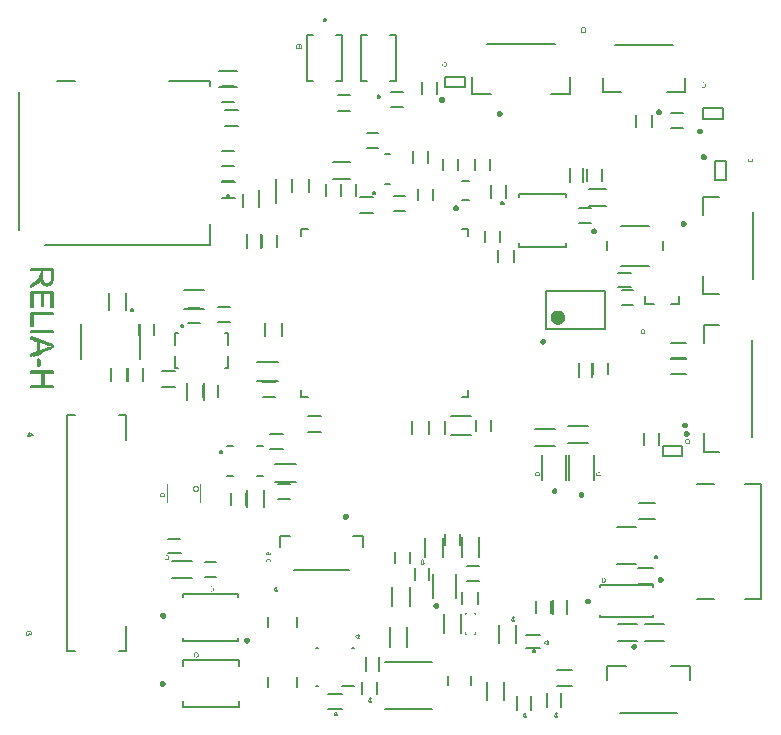
<source format=gto>
%FSTAX23Y23*%
%MOIN*%
%SFA1B1*%

%IPPOS*%
%ADD129C,0.007874*%
%ADD130C,0.009843*%
%ADD131C,0.003000*%
%ADD132C,0.000000*%
%ADD133C,0.023622*%
%ADD134C,0.005000*%
%ADD135C,0.004000*%
%ADD186C,0.005000*%
%ADD188C,0.010000*%
%LNrelia-1*%
%LPD*%
G54D186*
X00128Y01479D02*
X00128Y01479D01*
Y01478*
X00127Y01477*
X00127Y01475*
X00127Y01473*
X00127Y01471*
X00126Y01468*
X00126Y01467*
X00126Y01466*
X00126Y01466*
X00125Y01466*
X00125Y01465*
X00124Y01464*
X00124Y01463*
X00122Y01462*
X00121Y0146*
X0012Y0146*
X00119Y01459*
X00119Y01459*
X00118Y01458*
X00117Y01458*
X00115Y01457*
X00113Y01457*
X00111Y01457*
X00109Y01456*
X00109Y01456*
X00108Y01457*
X00108Y01457*
X00107Y01457*
X00105Y01457*
X00103Y01458*
X00101Y01458*
X001Y01459*
X00099Y01459*
X00098Y0146*
X00098Y01461*
X00097Y01461*
X00097Y01462*
X00097Y01462*
X00096Y01463*
X00096Y01464*
X00095Y01464*
X00094Y01465*
X00094Y01466*
X00093Y01468*
X00093Y01469*
X00092Y01471*
X00092Y01472*
X00092Y01474*
X0009Y01484*
X00086Y01476*
X00086Y01476*
X00086Y01475*
X00086Y01474*
X00084Y01473*
X00084Y01472*
X00083Y01471*
X00083Y01471*
X00083Y0147*
X00082Y0147*
X0008Y01468*
X00079Y01467*
X00078Y01466*
X00076Y01464*
X00074Y01463*
X00057Y01452*
Y01459*
X00072Y01469*
X00072Y01469*
X00072Y01469*
X00073Y01469*
X00074Y0147*
X00075Y01471*
X00077Y01472*
X00079Y01473*
X00081Y01475*
X00082Y01476*
X00082Y01476*
X00083Y01476*
X00083Y01477*
X00084Y01478*
X00085Y01478*
X00086Y01479*
X00087Y0148*
X00088Y01482*
X00088Y01482*
X00088Y01482*
X00089Y01483*
X00089Y01484*
X00089Y01485*
X0009Y01487*
X0009Y01487*
X0009Y01487*
X0009Y01488*
X0009Y01489*
Y0149*
X00091Y01491*
Y01507*
X00057*
Y01512*
X00128*
Y01479*
X00123Y0148D02*
X00123Y01479D01*
Y01478*
X00123Y01477*
X00122Y01476*
X00122Y01474*
X00122Y01472*
X00121Y01469*
X00121Y01469*
X00121Y01468*
X00121Y01467*
X0012Y01467*
X0012Y01466*
X00119Y01465*
X00118Y01464*
X00117Y01464*
X00117Y01463*
X00117Y01463*
X00116Y01463*
X00115Y01463*
X00114Y01462*
X00112Y01462*
X00111Y01462*
X00109Y01461*
X00108Y01462*
X00108Y01462*
X00106Y01462*
X00105Y01462*
X00103Y01463*
X00103Y01463*
X00102Y01464*
X00102Y01464*
X00101Y01465*
X00101Y01465*
X00101Y01465*
X00101Y01465*
X001Y01466*
X001Y01467*
X00099Y01467*
X00099Y01468*
X00099Y01469*
X00098Y0147*
X00098Y01471*
X00097Y01472*
X00097Y01473*
X00097Y01475*
X00093Y015*
X00082Y01478*
X00082Y01478*
X00081Y01477*
X0008Y01475*
X0008Y01475*
X0008Y01475*
X00079Y01474*
X00078Y01473*
X00077Y01472*
X00076Y01471*
X00074Y0147*
X00073Y01469*
X00071Y01467*
X00062Y01462*
Y01456*
X00075Y01464*
X00075Y01464*
X00075Y01465*
X00076Y01465*
X00077Y01466*
X00078Y01467*
X0008Y01468*
X00082Y01469*
X00084Y01471*
X00085Y01472*
X00085Y01472*
X00086Y01472*
X00087Y01473*
X00088Y01474*
X00088Y01475*
X0009Y01476*
X00091Y01477*
X00092Y01479*
X00093Y0148*
X00093Y01481*
X00094Y01482*
X00094Y01483*
X00095Y01485*
X00095Y01486*
X00095Y01486*
X00095Y01488*
X00095Y01489*
Y0149*
X00096Y01491*
Y01512*
X00062*
X0006Y01509*
X00123Y01507*
Y0148*
X00058Y01456D02*
X00061D01*
X0006Y01461D02*
X00069D01*
X001D02*
X00121D01*
X00068Y01466D02*
X00077D01*
X00096D02*
X00125D01*
X00077Y01471D02*
X00082D01*
X00094D02*
X00126D01*
X00084Y01476D02*
X00086D01*
X00093D02*
X00128D01*
X00088Y01481D02*
X00089D01*
X00093D02*
X00128D01*
X00092Y01486D02*
X00128D01*
X00092Y01491D02*
X00128D01*
X00092Y01496D02*
X00128D01*
X00092Y01501D02*
X00128D01*
X00092Y01506D02*
X00128D01*
X00058Y01511D02*
X00128D01*
X00128Y01386D02*
X00124D01*
Y01431*
X00096*
Y01389*
X00092*
Y01431*
X00061*
Y01384*
X00057*
Y01436*
X00128*
Y01386*
X00058Y01387D02*
X0006D01*
X00125D02*
X00128D01*
X00058Y01392D02*
X0006D01*
X00093D02*
X00095D01*
X00125D02*
X00128D01*
X00058Y01397D02*
X0006D01*
X00093D02*
X00095D01*
X00125D02*
X00128D01*
X00058Y01402D02*
X0006D01*
X00093D02*
X00095D01*
X00125D02*
X00128D01*
X00058Y01407D02*
X0006D01*
X00093D02*
X00095D01*
X00125D02*
X00128D01*
X00058Y01412D02*
X0006D01*
X00093D02*
X00095D01*
X00125D02*
X00128D01*
X00058Y01417D02*
X0006D01*
X00093D02*
X00095D01*
X00125D02*
X00128D01*
X00058Y01422D02*
X0006D01*
X00093D02*
X00095D01*
X00125D02*
X00128D01*
X00058Y01427D02*
X0006D01*
X00093D02*
X00095D01*
X00125D02*
X00128D01*
X00058Y01432D02*
X00128D01*
X00128Y01361D02*
X00061D01*
Y01323*
X00057*
Y01366*
X00128*
Y01361*
X00058Y01326D02*
X0006D01*
X00058Y01331D02*
X0006D01*
X00058Y01336D02*
X0006D01*
X00058Y01341D02*
X0006D01*
X00058Y01346D02*
X0006D01*
X00058Y01351D02*
X0006D01*
X00058Y01356D02*
X0006D01*
X00058Y01361D02*
X00128D01*
X00128Y013D02*
X00057D01*
Y01305*
X00128*
Y013*
X00123Y01305D02*
X00062D01*
X0006Y01302*
X00123Y013*
Y01305*
X00128Y01257D02*
Y0125D01*
X00057Y01221*
Y01227*
X0008Y01236*
Y01271*
X00057Y01279*
Y01284*
X00128Y01257*
G54D188*
X00123Y01254D02*
Y01253D01*
X00062Y01229*
Y01224*
X00085Y01232*
Y01274*
X00062Y01283*
Y01277*
X00123Y01254*
X00067Y0123D02*
X00076D01*
X00087Y0124D02*
X00088D01*
X00087Y0125D02*
X00112D01*
X00087Y0126D02*
X00106D01*
X00085Y0127D02*
X00084D01*
X00063Y0128D02*
X0007D01*
G54D186*
X00084Y01188D02*
X0008D01*
Y01212*
X00084*
Y01188*
X00079Y01193D02*
X00085D01*
Y01207*
X00079*
Y01193*
X00128Y01166D02*
X00097D01*
Y01122*
X00128*
Y01117*
X00057*
Y01122*
X00093*
Y01166*
X00057*
Y01171*
X00128*
Y01166*
X00123Y01171D02*
X00092D01*
Y01117*
X00123*
X00125Y01119*
X00062Y01122*
Y01117*
X00098*
Y01171*
X00062*
X0006Y01169*
X00123Y01166*
Y01171*
X00058Y01119D02*
X00128D01*
X00094Y01124D02*
X00096D01*
X00094Y01129D02*
X00096D01*
X00094Y01134D02*
X00096D01*
X00094Y01139D02*
X00096D01*
X00094Y01144D02*
X00096D01*
X00094Y01149D02*
X00096D01*
X00094Y01154D02*
X00096D01*
X00094Y01159D02*
X00096D01*
X00094Y01164D02*
X00096D01*
X00058Y01169D02*
X00128D01*
X01435Y02197D02*
X01435Y02197D01*
X01435Y02197*
X01435Y02197*
X01436Y02197*
X01436Y02197*
X01436Y02197*
X01437Y02197*
X01437Y02197*
X01437Y02197*
X01438Y02197*
X01438Y02197*
X01438Y02196*
X01438Y02196*
X01438Y02196*
X01438Y02196*
X01439Y02196*
X01439Y02196*
X01439Y02195*
X01439Y02195*
X01439Y02195*
X01439Y02195*
X01439Y02195*
X01439Y02194*
X01439Y02194*
X01439Y02194*
X0144Y02194*
X0144Y02193*
X0144Y02193*
Y0219*
X01429*
Y02193*
X01429Y02193*
X01429Y02193*
X0143Y02194*
X0143Y02194*
X0143Y02194*
X0143Y02195*
X0143Y02195*
X0143Y02195*
X0143Y02195*
X0143Y02196*
X0143Y02196*
X0143Y02196*
X0143Y02196*
X0143Y02196*
X01431Y02196*
X01431Y02197*
X01431Y02197*
X01432Y02197*
X01432Y02197*
X01432Y02197*
X01432Y02197*
X01432Y02197*
X01432Y02197*
X01433Y02197*
X01433Y02197*
X01433Y02197*
X01433Y02197*
X01434Y02197*
X01434Y02197*
X01435*
X01435Y02197*
G54D188*
X01434Y02192D02*
X01434Y02192D01*
X01435Y02192*
X01435Y02192*
X01435Y02192*
X01435Y02192*
X01435Y02192*
X01435Y02192*
X01435Y02192*
X01436Y02192*
X01435Y02192*
X01435Y02192*
X01435Y02192*
X01435Y02193*
X01435Y02193*
X01435Y02193*
X01435Y02193*
X01434Y02193*
X01434Y02193*
X01435Y02193*
X01435Y02193*
Y02195*
X01434*
Y02193*
X01434Y02193*
X01434Y02193*
X01434Y02193*
X01435Y02194*
X01434Y02193*
X01435Y02195*
X01434Y02193*
X01434Y02193*
X01434Y02193*
X01434Y02192*
X01434Y02192*
X01434Y02192*
X01433Y02192*
X01434Y02192*
X01434Y02192*
X01434Y02192*
X01434Y02192*
X01434Y02192*
X01434Y02192*
X01434Y02192*
G54D186*
X00851Y00566D02*
X00851Y00566D01*
X00851Y00566*
X00851Y00566*
X00851Y00566*
X00851Y00566*
X00851Y00566*
X00852Y00566*
X00851Y00566*
X00852Y00565*
Y00565*
X00852Y00565*
X00852Y00565*
X00852Y00565*
X00852Y00564*
X00852Y00564*
X00852Y00564*
X00852Y00561*
X00844*
Y00564*
X00844Y00564*
X00844Y00564*
X00844Y00564*
X00844Y00565*
X00844Y00565*
X00844Y00565*
X00844Y00565*
X00845Y00565*
X00845Y00565*
X00845Y00565*
X00845Y00565*
X00845Y00565*
X00845Y00565*
X00845Y00565*
X00845Y00565*
X00845Y00565*
X00845Y00565*
X00845Y00565*
X00848Y00561*
X0085Y00565*
X0085Y00566*
X0085Y00566*
X00851Y00566*
X00851Y00566*
X00851Y00566*
X00848Y00542D02*
X00848Y00542D01*
X00848Y00542*
X00849Y00542*
X00849Y00542*
X00849Y00542*
X00849Y00542*
X00849Y00542*
X0085Y00542*
X0085Y00542*
X0085Y00542*
X00851Y00542*
X00851Y00542*
X00851*
X00851Y00542*
X00851Y00541*
X00851Y00541*
X00851Y00541*
X00851Y00541*
X00851Y00541*
X00852Y00541*
X00851Y00541*
X00852Y00541*
X00852Y0054*
X00852Y0054*
X00852Y0054*
X00852Y0054*
X00852Y00539*
X00852Y00539*
X00852Y00537*
X00844*
Y00539*
X00844Y00539*
X00844Y0054*
X00844Y0054*
X00844Y0054*
X00844Y0054*
X00844Y0054*
X00844Y00541*
X00844Y00541*
X00844Y00541*
X00845Y00541*
X00845Y00541*
X00845Y00541*
X00845Y00541*
X00845Y00542*
X00845Y00542*
X00846Y00542*
X00846Y00542*
X00846Y00542*
X00846Y00542*
X00846Y00542*
X00846Y00542*
X00847Y00542*
X00847Y00542*
X00847Y00542*
X00847Y00542*
X00848Y00542*
X00848Y00542*
X00848Y00542*
X01898Y02316D02*
X01898Y02316D01*
X01899Y02316*
X01899Y02316*
X01899Y02316*
X019Y02316*
X019Y02316*
X019Y02316*
X01901Y02316*
X01901Y02316*
X01901Y02315*
X01902Y02315*
X01902Y02315*
X01902Y02315*
X01902Y02315*
X01902Y02314*
X01903Y02314*
X01903Y02313*
X01903Y02313*
X01903Y02313*
X01903Y02313*
X01903Y02312*
X01903Y02312*
X01903Y02312*
X01903Y02311*
X01903Y02311*
X01904Y02311*
X01904Y0231*
X01904Y02309*
X01904Y02315*
Y02309*
X01904Y02309*
X01904Y02308*
X01904Y02308*
X01903Y02307*
X01903Y02307*
X01903Y02306*
X01903Y02306*
X01903Y02306*
X01903Y02305*
X01903Y02305*
X01902Y02305*
X01902Y02304*
X01902Y02304*
X01902Y02304*
X01902Y02304*
X01901Y02303*
X01901Y02303*
X01901Y02303*
X01901Y02303*
X01901Y02303*
X01901Y02303*
X019Y02303*
X019Y02303*
X019Y02303*
X01899Y02303*
X01899Y02303*
X01899Y02302*
X01899Y02302*
X01898Y02302*
X01898Y02302*
X01897Y02302*
X01893*
Y02316*
X01898*
X01898Y02316*
X01895Y02304D02*
Y02317D01*
X019Y02304D02*
Y02315D01*
X00956Y02252D02*
X00956Y02252D01*
Y02252*
X00956Y02251*
X00956Y02251*
X00956Y02251*
X00956Y0225*
X00956Y0225*
X00956Y0225*
X00956Y0225*
X00956Y02249*
X00955Y02249*
X00955Y02249*
X00955Y02249*
X00955Y02249*
X00955Y02249*
X00954Y02249*
X00954Y02249*
X00954Y02249*
X00953Y02249*
X00953Y02249*
X00953Y02249*
X00953Y02249*
X00953Y02249*
X00953Y02249*
X00952Y02249*
X00952Y0225*
X0095Y02255*
X00947Y02249*
X00947Y02249*
X00947Y02249*
X00947Y02249*
X00947Y02249*
X00947Y02248*
X00947Y02248*
X00946Y02248*
X00946Y02248*
X00946Y02248*
X00945Y02248*
X00945Y02248*
X00945Y02248*
X00944Y02248*
X00944Y02248*
X00944Y02248*
X00944Y02248*
X00944Y02248*
X00943Y02249*
X00943Y02249*
X00943Y02249*
X00943Y02249*
X00943Y02249*
Y02249*
X00943Y0225*
X00943Y0225*
X00942Y0225*
X00942Y0225*
X00942Y0225*
X00942Y02251*
X00942Y02251*
X00942Y02252*
X00942Y02252*
X00942Y02257*
X00956*
Y02252*
X00944Y0225D02*
X00947D01*
X00954D02*
X00955D01*
X00944Y02255D02*
X00957D01*
X00056Y00298D02*
X00056Y00298D01*
Y00297*
X00056Y00297*
X00056Y00296*
X00056Y00296*
X00056Y00296*
X00055Y00295*
X00056Y00295*
X00055Y00295*
X00055Y00295*
X00055Y00295*
X00055Y00294*
X00054Y00294*
X00054Y00294*
X00055Y00294*
X00054Y00294*
X00054Y00294*
X00053Y00294*
X00053Y00294*
X00053Y00294*
X00053Y00294*
X00053Y00294*
X00053Y00294*
X00052Y00295*
X00052Y00295*
X00052Y00295*
X00049Y003*
X00047Y00295*
X00047Y00295*
X00047Y00295*
X00047Y00295*
X00047Y00294*
X00047Y00294*
X00046Y00294*
X00046Y00294*
X00045Y00293*
X00045Y00293*
X00045Y00293*
X00044Y00293*
X00044Y00293*
X00044Y00293*
X00044Y00294*
X00044Y00294*
X00043Y00294*
X00043Y00294*
X00043Y00294*
X00043Y00294*
X00043Y00294*
X00043Y00294*
X00042Y00295*
X00042Y00295*
X00042Y00295*
X00042Y00295*
X00042Y00296*
X00042Y00296*
X00042Y00296*
X00042Y00296*
X00042Y00297*
X00042Y00297*
X00042Y00298*
X00042Y00303*
X00056*
Y00298*
X00044Y00296D02*
X00048D01*
X00054D02*
X00056D01*
X00043Y00301D02*
X00056D01*
X00061Y00957D02*
Y00959D01*
X00049*
Y00956*
X00052*
X0005Y00957*
X00047Y00958*
Y00956*
X00052*
Y00964*
X0005*
X00061Y00957*
X00048Y00958D02*
X00051D01*
X00061D02*
D01*
X00053Y00963D02*
D01*
X0225Y00937D02*
X02249Y00937D01*
Y00936*
X02249Y00936*
X02249Y00936*
X02249Y00935*
X02249Y00935*
X02249Y00935*
X02249Y00935*
X02249Y00934*
X02249Y00934*
X02249Y00934*
X02249Y00934*
X02249Y00934*
X02249Y00934*
X02248Y00933*
X02248Y00933*
X02248Y00933*
X02247Y00933*
X02247Y00933*
X02247Y00933*
X02247Y00933*
X02247Y00933*
X02246Y00933*
X02246Y00933*
X02246Y00933*
X02246Y00933*
X02246Y00933*
X02245Y00932*
X02244Y00932*
X02244Y00932*
X02244Y00932*
X02244Y00932*
X02244Y00933*
X02243Y00933*
X02243Y00933*
X02243Y00933*
X02242Y00933*
X02242Y00933*
X02242Y00933*
X02241Y00933*
X02241Y00933*
X02241Y00933*
X02241Y00933*
X02241Y00934*
X0224Y00934*
X0224Y00934*
X0224Y00934*
X0224Y00934*
X0224Y00934*
X0224Y00935*
X0224Y00935*
X0224Y00935*
X0224Y00935*
X0224Y00936*
X02239Y00936*
X02239Y00936*
X02239Y00937*
X02239Y00937*
Y0094*
X0225*
Y00937*
G54D188*
X02244Y00937D02*
D01*
X02244Y00937*
X02244Y00936*
X02245Y00936*
X02245Y00937*
X02245Y00937*
X02245Y00938*
X02245Y00937*
X02245Y00938*
X02246Y00938*
X02245Y00938*
X02245Y00938*
X02245Y00938*
X02245Y00938*
X02245Y00938*
X02245Y00937*
X02245Y00937*
X02244Y00937*
X02244Y00937*
X02244Y00937*
X02244Y00938*
X02243Y00938*
X02244Y00938*
X02244Y00938*
X02243Y00938*
X02243Y00938*
X02243Y00938*
X02244Y00938*
X02244Y00937*
X02244Y00937*
X02244Y00937*
X02244Y00937*
X02244Y00937*
X02244Y00936*
X02244Y00936*
X02244Y00936*
X02244Y00937*
X02244Y00937*
Y00935*
X02245*
Y00937*
G54D186*
X01663Y0034D02*
X01665D01*
Y00343*
X01663*
Y00339*
X01666*
Y00343*
X01659*
Y00341*
X01665Y0035*
X01663*
Y0034*
X01362Y00539D02*
X01362Y00539D01*
X01362Y00539*
X01362Y00539*
X01363Y00539*
X01363Y00539*
X01363Y00539*
X01363Y00539*
X01363Y00539*
X01363Y00539*
X01364Y00539*
X01364Y00539*
X01364Y00539*
X01364Y00539*
X01364Y00538*
X01364Y00538*
X01364Y00538*
X01364Y00538*
X01364Y00538*
X01364Y00538*
X01364Y00537*
X01364Y00537*
X01364Y00538*
X01363Y00537*
X01363Y00537*
X01359Y00535*
X01364Y00533*
X01364Y00532*
X01364Y00532*
X01364Y00532*
X01364Y00532*
X01364Y00532*
X01365Y00531*
X01364Y00531*
X01364Y00531*
X01364Y0053*
X01364Y0053*
X01364Y0053*
X01364Y0053*
X01364Y0053*
X01364Y0053*
X01364Y0053*
X01363Y0053*
X01363Y0053*
X01363Y0053*
X01363Y0053*
X01363Y00529*
X01362Y00529*
X01362Y00529*
X01361Y00529*
X01358Y00529*
Y0054*
X01361*
X01362Y00539*
X01745Y00833D02*
X01745Y00833D01*
X01745Y00833*
X01745Y00833*
X01746Y00833*
X01746Y00833*
X01746Y00833*
X01747Y00833*
X01747Y00832*
X01747Y00832*
X01748Y00832*
X01748Y00832*
X01748Y00832*
X01748Y00832*
X01748Y00832*
X01749Y00832*
X01749Y00832*
X01749Y00831*
X01749Y00831*
X01749*
X01749Y00831*
X01749Y00831*
X01749Y0083*
X01749Y0083*
X01749Y0083*
X0175Y00829*
X0175Y00829*
X0175Y00829*
X0175Y00828*
Y00825*
X01739*
Y00828*
X0174Y00829*
X0174Y00829*
X0174Y00829*
X0174Y0083*
X0174Y0083*
X0174Y0083*
X0174Y0083*
X0174Y00831*
X0174Y00831*
X0174Y00831*
X0174Y00831*
X0174Y00832*
X0174Y00832*
X0174Y00832*
X01741Y00832*
X01741Y00832*
X01741Y00832*
X01742Y00832*
X01742Y00832*
X01742Y00833*
X01742Y00833*
X01742Y00833*
X01743Y00833*
X01743Y00833*
X01743Y00833*
X01743Y00833*
X01743Y00833*
X01744Y00833*
X01745Y00833*
X01745Y00833*
X01745Y00833*
G54D188*
X01744Y00828D02*
X01745Y00828D01*
X01745Y00828*
X01745Y00828*
X01745Y00828*
X01745Y00828*
X01746Y00828*
X01745Y00828*
X01745Y00828*
X01746Y00828*
X01745Y00828*
X01745Y00828*
X01745Y00828*
X01745Y00829*
X01745Y00829*
X01745Y00829*
X01745Y00829*
X01745Y00829*
X01745Y00829*
X01745Y00828*
Y0083*
X01744*
Y00828*
X01744Y00828*
X01745Y00829*
X01745Y00829*
X01745Y00829*
X01744Y00829*
X01744Y00829*
X01744Y00828*
X01744Y00828*
X01744Y00828*
X01744Y00828*
X01743Y00828*
X01744Y00828*
X01744Y00828*
X01744Y00828*
X01744Y00828*
X01744Y00828*
X01744Y00828*
X01744Y00828*
G54D186*
X00607Y0023D02*
X00608Y0023D01*
X00608Y0023*
X00608Y0023*
X00609Y0023*
X00609Y00229*
X00609Y00229*
X00609Y00229*
X00609Y00229*
X00609Y00229*
X0061Y00229*
X0061Y00229*
X0061Y00229*
X0061Y00229*
X0061Y00229*
X00611Y00228*
X00611Y00228*
X00611Y00228*
X00611Y00227*
X00611Y00227*
X00611Y00227*
X00611Y00227*
X00611Y00227*
X00611Y00227*
X00611Y00227*
X00611Y00226*
X00611Y00226*
X00611Y00226*
X00611Y00225*
X00611Y00225*
X00611Y00225*
X00611Y00224*
X00611Y00224*
X00611Y00224*
X00611Y00223*
X00611Y00223*
X00611Y00223*
X00611Y00222*
X00611Y00222*
X00611Y00222*
X00611Y00222*
X00611Y00222*
X00611Y00221*
X00611Y00221*
X0061Y00221*
X0061Y00221*
X0061Y00221*
X0061Y0022*
X0061Y0022*
X0061Y0022*
Y0022*
X00609Y0022*
X00609Y0022*
X00609Y0022*
X00609Y0022*
X00608Y0022*
X00608Y0022*
X00608Y0022*
X00607Y0022*
X00607Y0022*
X00604*
Y0023*
X00607*
X00607Y0023*
G54D188*
X00607Y00225D02*
X00607Y00225D01*
X00607Y00225*
X00608Y00225*
X00608Y00225*
X00608Y00225*
X00607Y00225*
X00607Y00225*
X00607Y00225*
X00606Y00225*
X00606Y00225*
X00606Y00226*
X00606Y00226*
X00606Y00226*
X00606Y00225*
X00606Y00225*
X00606Y00225*
X00606Y00225*
X00606Y00225*
X00606Y00225*
X00606Y00224*
X00606Y00224*
Y00224*
X00606Y00224*
X00606Y00224*
X00606Y00224*
X00606Y00224*
X00606Y00223*
X00606Y00223*
X00606Y00223*
X00606Y00224*
X00606Y00224*
X00607Y00224*
X00607Y00224*
X00607Y00224*
X00607Y00225*
X00608Y00225*
X00608Y00225*
X00607Y00225*
X00607Y00225*
X00609*
Y00225*
X00607*
X00607Y00225*
G54D186*
X00658Y0045D02*
X00658Y0045D01*
X00659Y0045*
X00659Y0045*
X00659Y0045*
X0066Y00449*
X0066Y00449*
X0066Y00449*
X0066Y00449*
X0066Y00449*
X0066Y00449*
X00661Y00449*
X00661Y00449*
X00661Y00449*
X00661Y00449*
X00661Y00448*
X00662Y00448*
X00662Y00448*
X00662Y00447*
X00662Y00447*
X00662Y00447*
X00662Y00447*
X00662Y00447*
X00662Y00447*
X00662Y00447*
X00662Y00446*
X00662Y00446*
X00662Y00446*
X00662Y00445*
X00662Y00445*
X00662Y00445*
X00662Y00444*
X00662Y00444*
X00662Y00444*
X00662Y00443*
X00662Y00443*
X00662Y00443*
X00662Y00442*
X00662Y00442*
X00662Y00442*
X00662Y00442*
X00662Y00442*
X00662Y00441*
X00661Y00441*
X00661Y00441*
X00661Y00441*
X00661Y00441*
X00661Y0044*
X00661Y0044*
X0066Y0044*
Y0044*
X0066Y0044*
X0066Y0044*
X0066Y0044*
X00659Y0044*
X00659Y0044*
X00659Y0044*
X00659Y0044*
X00658Y0044*
X00658Y0044*
X00655*
Y0045*
X00658*
X00658Y0045*
G54D188*
X00658Y00445D02*
X00658Y00445D01*
X00658Y00445*
X00659Y00445*
X00659Y00445*
X00658Y00445*
X00658Y00445*
X00658Y00445*
X00658Y00445*
X00657Y00445*
X00657Y00445*
X00657Y00446*
X00657Y00446*
X00657Y00445*
X00657Y00445*
X00657Y00445*
X00657Y00445*
X00657Y00445*
X00657Y00445*
X00657Y00445*
X00657Y00445*
X00657Y00444*
X00657Y00444*
X00657Y00444*
X00657Y00444*
X00657Y00444*
X00657Y00444*
X00657Y00443*
X00657Y00443*
X00657Y00443*
X00657Y00444*
X00657Y00444*
X00657Y00444*
X00658Y00444*
X00658Y00444*
X00658Y00445*
X00658Y00445*
X00658Y00445*
X00658Y00445*
X00658Y00445*
X0066*
Y00445*
X00658*
X00658Y00445*
G54D186*
X00495Y00762D02*
X00495Y00762D01*
X00495Y00762*
X00495Y00762*
X00496Y00762*
X00496Y00762*
X00496Y00762*
X00497Y00762*
X00497Y00762*
X00497Y00762*
X00497Y00762*
X00497Y00762*
X00498Y00762*
X00498Y00761*
X00498Y00761*
X00498Y00761*
X00498Y00761*
X00499Y00761*
X00499Y00761*
X00499Y0076*
X00499*
X00499Y0076*
X00499Y0076*
X00499Y0076*
X00499Y00759*
X00499Y00759*
X00499Y00759*
X00499Y00759*
X00499Y00758*
X00499Y00758*
Y00755*
X00489*
Y00758*
X00489Y00758*
X00489Y00758*
X00489Y00759*
X00489Y00759*
X00489Y00759*
X0049Y0076*
X0049Y0076*
X0049Y0076*
X0049Y0076*
X0049Y0076*
X0049Y0076*
X0049Y00761*
X0049Y00761*
X0049Y00761*
X0049Y00761*
X00491Y00761*
X00491Y00762*
X00491Y00762*
X00492Y00762*
X00492Y00762*
X00492Y00762*
X00492Y00762*
X00492Y00762*
X00492Y00762*
X00492Y00762*
X00493Y00762*
X00493Y00762*
X00493Y00762*
X00494Y00762*
X00494Y00762*
X00494Y00762*
X00495Y00762*
G54D188*
X00494Y00757D02*
X00494Y00757D01*
X00494Y00757*
X00495Y00757*
X00495Y00757*
X00495Y00757*
X00495Y00757*
X00495Y00757*
X00495Y00757*
X00496Y00757*
X00496Y00757*
X00496Y00757*
X00495Y00757*
X00495Y00757*
X00495Y00757*
X00495Y00758*
X00495Y00758*
X00494Y00758*
X00494Y00758*
X00494Y00758*
X00494Y00758*
X00494Y00758*
Y0076*
X00494*
Y00758*
X00494Y00758*
X00494Y00758*
X00494Y00758*
X00494Y00759*
X00494Y00759*
X00494Y00758*
X00494Y00758*
X00494Y00758*
X00494Y00758*
X00494Y00757*
X00494Y00757*
X00493Y00757*
X00493Y00757*
X00494Y00757*
X00494Y00757*
X00494Y00757*
X00494Y00757*
X00494Y00757*
X00494Y00757*
X00494Y00757*
G54D186*
X00508Y00555D02*
X00508Y00555D01*
X00509Y00554*
X00509Y00554*
X00509Y00554*
X0051Y00554*
X0051Y00554*
X0051Y00554*
X0051Y00554*
X0051Y00554*
X0051Y00554*
X00511Y00554*
X00511Y00554*
X00511Y00554*
X00511Y00554*
X00511Y00553*
X00512Y00553*
X00512Y00553*
X00512Y00552*
X00512Y00552*
X00512Y00552*
X00512Y00552*
X00512Y00552*
X00512Y00552*
X00512Y00551*
X00512Y00551*
X00512Y00551*
X00512Y0055*
X00512Y0055*
X00512Y00549*
X00512Y00549*
X00512Y00549*
X00512Y00549*
X00512Y00548*
X00512Y00548*
X00512Y00548*
X00512Y00547*
X00512Y00547*
X00512Y00547*
X00512Y00546*
X00512Y00546*
X00511Y00546*
X00511Y00546*
X00511Y00546*
X00511Y00546*
X00511Y00545*
X00511Y00545*
X0051Y00545*
X0051Y00545*
X0051Y00545*
X0051Y00545*
X0051Y00545*
X00509Y00545*
X00509Y00545*
X00509Y00545*
X00509Y00544*
X00508Y00544*
X00508Y00544*
X00505*
Y00555*
X00508*
X00508Y00555*
G54D188*
X00508Y0055D02*
X00508Y0055D01*
X00508Y0055*
X00509Y00549*
X00509Y00549*
X00508Y0055*
X00508Y0055*
X00508Y0055*
X00508Y0055*
X00507Y0055*
X00507Y0055*
X00507Y0055*
X00507Y00551*
X00507Y0055*
X00507Y0055*
X00507Y0055*
X00507Y0055*
X00507Y0055*
X00507Y00549*
X00507Y00549*
X00507Y00549*
X00507Y00549*
X00507Y00549*
X00507Y00549*
X00507Y00549*
X00507Y00548*
X00507Y00549*
X00507Y00548*
X00507Y00549*
X00507Y00549*
X00507Y00549*
X00508Y00549*
X00508Y00549*
X00508Y00549*
X00508Y00549*
X00508Y0055*
X00508Y0055*
X00508Y00549*
X00508Y00549*
X0051*
Y0055*
X00508*
X00508Y0055*
G54D186*
X0195Y00832D02*
X0195Y00832D01*
X0195Y00832*
X0195Y00832*
X01951Y00832*
X01951Y00832*
X01951Y00832*
X01952Y00832*
X01952Y00832*
X01952Y00832*
X01952Y00832*
X01953Y00832*
X01953Y00831*
X01953Y00831*
X01953Y00831*
X01953Y00831*
X01954Y00831*
X01954Y00831*
X01954Y0083*
X01954Y0083*
X01954Y0083*
X01954Y0083*
X01954Y0083*
X01954Y00829*
X01954Y00829*
X01954Y00829*
X01954Y00829*
X01954Y00828*
X01954Y00828*
Y00825*
X01944*
Y00828*
X01944Y00828*
X01944Y00828*
X01944Y00829*
X01944Y00829*
X01944Y00829*
X01945Y0083*
X01945Y0083*
X01945Y0083*
X01945Y0083*
X01945Y0083*
X01945Y0083*
X01945Y00831*
X01945Y00831*
X01945Y00831*
X01945Y00831*
X01946Y00831*
X01946Y00832*
X01946Y00832*
X01947Y00832*
X01947Y00832*
X01947Y00832*
X01947Y00832*
X01947Y00832*
X01947Y00832*
X01948Y00832*
X01948Y00832*
X01948Y00832*
X01949Y00832*
X01949Y00832*
X01949Y00832*
X0195Y00832*
G54D188*
X01949Y00827D02*
X01949Y00827D01*
X01949Y00827*
X0195Y00827*
X0195Y00827*
X0195Y00827*
X0195Y00827*
X0195Y00827*
X0195Y00827*
X0195Y00827*
X0195Y00827*
X0195Y00827*
X0195Y00827*
X0195Y00827*
X0195Y00827*
X0195Y00828*
X0195Y00828*
X01949Y00828*
X01949Y00828*
X01949Y00828*
X01949Y00828*
X01949Y00828*
X01949Y00828*
Y0083*
X01949*
Y00828*
X01949Y00828*
X01949Y00828*
X01949Y00828*
X01949Y00829*
X01949Y00829*
X01949Y00828*
X01949Y00828*
X01949Y00828*
X01949Y00828*
X01949Y00827*
X01949Y00827*
X01948Y00827*
X01948Y00827*
X01949Y00827*
X01949Y00827*
X01949Y00827*
X01949Y00827*
X01949Y00827*
G54D186*
X02096Y01308D02*
X02096Y01308D01*
X02096Y01308*
X02097Y01308*
X02097Y01308*
X02097Y01308*
X02097Y01308*
X02098Y01308*
X02098Y01308*
X02098Y01308*
X02098Y01307*
X02098Y01307*
X02099Y01307*
X02099Y01307*
X02099Y01307*
X02099Y01306*
X02099Y01306*
X02099Y01306*
X02099Y01306*
X02099Y01306*
X021Y01305*
X021Y01305*
X021Y01305*
X021Y01305*
X021Y01305*
X021Y01304*
X021Y01304*
X021Y01304*
X021Y01303*
X021Y01303*
X021Y01303*
X021Y01303*
X021Y01302*
X021Y01302*
X021Y01301*
X021Y01301*
X021Y01301*
X02099Y013*
X02099Y013*
X02099Y013*
X02099Y013*
X02099Y013*
X02099Y01299*
X02099Y01299*
X02099Y01299*
X02098Y01299*
X02098Y01299*
X02098Y01298*
Y01298*
X02098Y01298*
X02098Y01298*
X02097Y01298*
X02097Y01298*
X02097Y01298*
X02096Y01298*
X02096Y01298*
X02096Y01298*
X02095Y01298*
X02092*
Y01308*
X02095*
X02096Y01308*
G54D188*
X02095Y01303D02*
X02095Y01303D01*
X02096Y01303*
X02096Y01303*
X02096Y01303*
X02097Y01302*
X02096Y01303*
X02096Y01303*
X02095Y01303*
X02095Y01304*
X02095Y01304*
X02095Y01304*
X02095Y01304*
X02095Y01304*
X02095Y01304*
X02095Y01304*
X02095Y01304*
X02095Y01304*
X02095Y01303*
X02095Y01303*
X02095Y01303*
X02095Y01303*
X02095Y01303*
X02095Y01302*
X02095Y01302*
X02095Y01302*
X02095Y01302*
X02095Y01302*
X02095Y01302*
X02095Y01302*
X02095Y01302*
X02095Y01302*
X02095Y01302*
X02095Y01303*
X02096Y01303*
X02096Y01303*
X02096Y01303*
X02096Y01303*
X02096Y01303*
X02095Y01303*
X02095Y01303*
X02097*
Y01303*
X02095*
X02095Y01303*
G54D186*
X0246Y01876D02*
X0246Y01876D01*
Y01876*
X0246Y01875*
X0246Y01875*
X0246Y01875*
X02459Y01874*
X02459Y01874*
X02459Y01874*
X02459Y01874*
X02459Y01874*
X02459Y01874*
X02459Y01873*
X02459Y01873*
X02459Y01873*
X02459Y01873*
X02458Y01873*
X02458Y01872*
X02458Y01872*
X02457Y01872*
X02457Y01872*
X02457Y01872*
X02457Y01872*
X02457Y01872*
X02457Y01872*
X02456Y01872*
X02456Y01872*
X02456Y01872*
X02455Y01872*
X02455Y01872*
X02455Y01872*
X02454Y01872*
X02454Y01872*
X02454Y01872*
X02453Y01872*
X02453Y01872*
X02453Y01872*
X02452Y01872*
X02452Y01872*
X02452Y01872*
X02452Y01872*
X02451Y01872*
X02451Y01873*
X02451Y01873*
X02451Y01873*
X02451Y01873*
X0245Y01873*
X0245Y01873*
X0245Y01874*
X0245Y01874*
X0245Y01874*
X0245Y01874*
X0245Y01874*
X0245Y01875*
X0245Y01875*
X0245Y01875*
X0245Y01875*
X0245Y01876*
X0245Y01876*
Y01879*
X0246*
Y01876*
G54D188*
X02455Y01876D02*
D01*
X02455Y01876*
X02455Y01875*
X02455Y01875*
X02455Y01876*
X02455Y01876*
X02455Y01876*
X02455Y01876*
X02455Y01877*
X02455Y01877*
X02456Y01877*
X02456Y01877*
X02455Y01877*
X02455Y01877*
X02455Y01877*
X02455Y01877*
X02455Y01877*
X02455Y01877*
X02454Y01877*
X02454Y01877*
X02454Y01877*
X02454Y01877*
X02454Y01877*
X02454Y01877*
X02454Y01877*
X02454Y01877*
X02454Y01877*
X02454Y01877*
X02454Y01877*
X02454Y01877*
X02454Y01876*
X02454Y01876*
X02455Y01876*
X02455Y01876*
X02455Y01876*
X02455Y01876*
X02455Y01876*
X02455Y01876*
Y01874*
X02455*
Y01876*
G54D186*
X02298Y02129D02*
X02298Y02129D01*
X02299Y02129*
X02299Y02129*
X02299Y02129*
X023Y02129*
X023Y02129*
X023Y02129*
X023Y02129*
X02301Y02129*
X02301Y02129*
X02301Y02129*
X02301Y02129*
X02301Y02129*
X02301Y02128*
X02302Y02128*
X02302Y02128*
X02302Y02127*
X02302Y02127*
X02302Y02127*
X02302Y02127*
X02302Y02127*
X02302Y02126*
X02302Y02126*
X02302Y02126*
X02302Y02126*
X02302Y02126*
X02302Y02125*
X02302Y02124*
X02302Y02124*
X02302Y02124*
X02302Y02124*
X02302Y02124*
X02302Y02123*
X02302Y02123*
X02302Y02123*
X02302Y02122*
X02302Y02122*
X02302Y02122*
X02302Y02121*
X02302Y02121*
X02302Y02121*
X02301Y02121*
X02301Y02121*
X02301Y0212*
X02301Y0212*
X02301Y0212*
X02301Y0212*
Y0212*
X023Y0212*
X023Y0212*
X023Y0212*
X02299Y0212*
X02299Y0212*
X02299Y02119*
X02299Y02119*
X02298Y02119*
X02298Y02119*
X02295*
Y0213*
X02298*
X02298Y02129*
G54D188*
X02298Y02125D02*
X02298Y02124D01*
X02298Y02124*
X02299Y02124*
X02298Y02125*
X02298Y02125*
X02298Y02125*
X02297Y02125*
X02297Y02125*
X02297Y02125*
X02297Y02125*
X02297Y02125*
X02297Y02125*
X02297Y02125*
X02297Y02125*
X02297Y02124*
X02297Y02124*
X02297Y02124*
X02297Y02124*
X02297Y02123*
X02297Y02124*
X02297Y02124*
X02297Y02123*
X02297Y02123*
X02297Y02123*
X02297Y02124*
X02297Y02124*
X02297Y02124*
X02298Y02124*
X02298Y02124*
X02298Y02124*
X02298Y02124*
X02299Y02124*
X02299Y02124*
X02298Y02124*
X02298Y02124*
X023*
Y02125*
X02298*
X02298Y02125*
G54D186*
X01964Y00479D02*
X01965Y00479D01*
X01965Y00479*
X01966Y00479*
X01966Y00479*
X01966Y00479*
X01966Y00479*
X01967Y00479*
X01967Y00479*
X01967Y00479*
X01967Y00479*
X01967Y00479*
X01967Y00479*
X01968Y00479*
X01968Y00478*
X01968Y00478*
X01968Y00478*
X01968Y00477*
X01968Y00477*
X01968Y00477*
X01968Y00477*
X01968Y00477*
X01968Y00477*
X01969Y00476*
X01969Y00476*
X01969Y00476*
X01969Y00475*
X01969Y00474*
X01969Y00474*
X01969Y00474*
X01969Y00474*
X01969Y00474*
X01969Y00473*
X01969Y00473*
X01969Y00473*
X01968Y00472*
X01968Y00472*
X01968Y00472*
X01968Y00471*
X01968Y00471*
X01968Y00471*
X01968Y00471*
X01968Y00471*
X01968Y0047*
X01967Y0047*
X01967Y0047*
X01967Y0047*
X01967Y0047*
X01967Y0047*
X01966Y0047*
X01966Y0047*
X01966Y0047*
X01966Y0047*
X01965Y00469*
X01965Y00469*
X01965Y00469*
X01964Y00469*
X01961*
Y0048*
X01964*
X01964Y00479*
G54D188*
X01964Y00475D02*
X01964Y00474D01*
X01965Y00474*
X01965Y00474*
X01965Y00475*
X01965Y00475*
X01964Y00475*
X01964Y00475*
X01964Y00475*
X01964Y00475*
X01964Y00475*
X01964Y00475*
X01964Y00475*
X01964Y00475*
X01964Y00475*
X01964Y00475*
X01964Y00475*
X01964Y00474*
X01964Y00474*
X01964Y00474*
X01964Y00474*
X01964Y00474*
X01964Y00474*
X01964Y00474*
X01964Y00473*
X01964Y00473*
X01964Y00473*
X01964Y00474*
X01964Y00474*
X01964Y00474*
X01964Y00474*
X01965Y00474*
X01965Y00474*
X01965Y00474*
X01965Y00474*
X01965Y00474*
X01964Y00474*
X01964Y00474*
X01966*
Y00475*
X01964*
X01964Y00475*
G54D186*
X01806Y0002D02*
X01809D01*
Y00023*
X01806*
Y00019*
X0181*
Y00023*
X01803*
Y00021*
X01809Y0003*
X01806*
Y0002*
X01776Y00266D02*
X0178D01*
Y0027*
X01776*
Y00263*
X01778*
X01769Y00269*
Y00266*
X01779*
Y00269*
X01776*
Y00266*
X01702Y0002D02*
X01704D01*
Y00023*
X01702*
Y00019*
X01705*
Y00023*
X01698*
Y00021*
X01704Y0003*
X01702*
Y0002*
X01146Y00287D02*
X0115D01*
Y0029*
X01146*
Y00283*
X01148*
X01139Y00289*
Y00287*
X01149*
Y00289*
X01146*
Y00287*
X01072Y00025D02*
X01074D01*
Y00028*
X01072*
Y00024*
X01075*
Y00028*
X01068*
Y00026*
X01074Y00035*
X01072*
Y00025*
X00872Y0044D02*
X00874D01*
Y00443*
X00872*
Y00439*
X00875*
Y00443*
X00868*
Y00441*
X00874Y0045*
X00872*
Y0044*
X01187Y0007D02*
X01189D01*
Y00073*
X01187*
Y00069*
X0119*
Y00073*
X01183*
Y00071*
X01189Y0008*
X01187*
Y0007*
%LNrelia-2*%
%LPC*%
G36*
X00122Y01504D02*
X00097D01*
Y01481*
X00097Y01481*
X00097Y01479*
X00097Y01477*
X00097Y01476*
X00098Y01474*
X00098Y01472*
X00098Y01472*
X00098Y01472*
X00099Y01471*
X00099Y0147*
X001Y01469*
X00101Y01468*
X00102Y01467*
X00103Y01466*
X00103Y01466*
X00103Y01466*
X00104Y01466*
X00105Y01465*
X00106Y01465*
X00107Y01465*
X00108Y01464*
X00109Y01464*
X0011*
X0011*
X0011*
X0011Y01464*
X00111Y01465*
X00113Y01465*
X00114Y01465*
X00115Y01466*
X00117Y01467*
X00118Y01468*
X00118Y01468*
X00119Y01469*
X00119Y0147*
X0012Y01471*
X0012Y01472*
X00121Y01473*
X00121Y01474*
X00121Y01475*
X00122Y01476*
X00122Y01478*
X00122Y01479*
Y01504*
G37*
G36*
X00086Y01266D02*
Y01241D01*
X00106Y01249*
X00107*
X00107Y01249*
X00107Y01249*
X00108Y01249*
X00109Y01249*
X0011Y0125*
X00111Y0125*
X00112Y01251*
X00115Y01251*
X00117Y01252*
X0012Y01253*
X00122Y01254*
X00122*
X00122Y01254*
X00122Y01254*
X00121Y01254*
X0012Y01254*
X0012Y01255*
X00119Y01255*
X00118Y01255*
X00116Y01256*
X00113Y01256*
X0011Y01257*
X00108Y01258*
X00086Y01266*
G37*
G36*
X01781Y00134D02*
X01781D01*
X01781*
X01781*
X01781Y00134*
X0178Y00134*
X0178Y00134*
X0178Y00134*
X0178Y00134*
X01779Y00134*
X01779Y00133*
X01779Y00133*
X01779Y00133*
X01779Y00133*
X01779Y00133*
X01779Y00133*
X01778Y00132*
X01778Y00132*
X01778Y00132*
Y00132*
X01778Y00132*
X01778Y00131*
X01778Y00131*
X01779Y00131*
X01779Y00131*
X01779Y0013*
X01779Y0013*
X01779Y0013*
X01779Y0013*
X01779Y0013*
X01779Y0013*
X0178Y00129*
X0178Y00129*
X0178Y00129*
X01781Y00129*
X01781*
X01781*
X01781*
X01781Y00129*
X01781Y00129*
X01781Y00129*
X01782Y00129*
X01782Y0013*
X01782Y0013*
X01782Y0013*
X01782Y0013*
X01782Y0013*
X01783Y0013*
X01783Y0013*
X01783Y00131*
X01783Y00131*
X01783Y00131*
X01783Y00132*
Y00132*
X01783Y00132*
X01783Y00132*
X01783Y00132*
X01783Y00133*
X01783Y00133*
X01783Y00133*
X01782Y00133*
X01782Y00134*
X01782Y00134*
X01782Y00134*
X01782Y00134*
X01782Y00134*
X01781Y00134*
X01781Y00134*
X01781Y00134*
G37*
G36*
X01788Y00135D02*
X01788D01*
X01788*
X01788*
X01788*
X01787Y00135*
X01787*
X01787Y00135*
X01787Y00135*
X01787Y00135*
X01786Y00134*
X01786Y00134*
X01786Y00134*
X01785Y00134*
X01785*
X01785Y00134*
X01785Y00134*
X01785Y00134*
X01785Y00133*
X01785Y00133*
X01785Y00133*
X01785Y00132*
X01785Y00132*
Y00132*
X01785Y00131*
Y00131*
X01785Y00131*
X01785Y00131*
X01785Y00131*
X01785Y0013*
X01785Y0013*
X01785Y0013*
X01785Y00129*
X01785Y00129*
X01786Y00129*
X01786Y00129*
X01786Y00129*
X01786Y00129*
X01787Y00129*
X01787Y00129*
X01787Y00129*
X01788Y00129*
X01788*
X01788*
X01788Y00129*
X01788Y00129*
X01788Y00129*
X01789Y00129*
X01789Y00129*
X01789Y00129*
X01789Y00129*
X01789Y00129*
X01789Y00129*
X0179Y00129*
X0179Y00129*
X0179Y0013*
X0179Y0013*
X0179Y0013*
X0179Y0013*
X0179Y0013*
X0179Y0013*
X0179Y00131*
X01791Y00131*
X01791Y00131*
X01791Y00131*
X01791Y00132*
Y00132*
X01791Y00132*
Y00132*
X01791Y00132*
X01791Y00132*
X0179Y00133*
X0179Y00133*
X0179Y00134*
X0179Y00134*
X0179Y00134*
X0179Y00134*
X0179Y00134*
X0179Y00134*
X01789Y00134*
X01789Y00134*
X01789Y00134*
X01789Y00135*
X01788Y00135*
X01788Y00135*
G37*
G36*
X01991Y02079D02*
X01986Y02072D01*
X01991*
Y02079*
G37*
G36*
X01437Y02208D02*
X0143D01*
X01437Y02203*
Y02208*
G37*
G36*
X01434Y02198D02*
X01434D01*
X01434*
X01434*
X01434Y02198*
X01434*
X01434Y02198*
X01433Y02198*
X01433Y02198*
X01432Y02198*
X01432Y02197*
X01431Y02197*
X01431Y02197*
X01431Y02197*
X01431*
X01431Y02197*
X01431Y02197*
X01431Y02197*
X0143Y02197*
X0143Y02196*
X0143Y02196*
X0143Y02196*
X01429Y02196*
X01429Y02195*
X01429Y02195*
X01429Y02195*
X01429Y02195*
X01429Y02195*
X01429Y02195*
X01429Y02195*
X01429Y02195*
X01429Y02194*
X01429Y02194*
X01429Y02194*
X01429Y02194*
X01429Y02194*
X01429Y02193*
Y02193*
X01429Y02193*
Y02189*
X0144*
Y02193*
X0144Y02193*
X0144Y02193*
X0144Y02194*
X0144Y02194*
X0144Y02195*
X0144Y02195*
Y02195*
X0144Y02195*
X0144Y02195*
X0144Y02195*
X0144Y02195*
X0144Y02196*
X0144Y02196*
X01439Y02196*
X01439Y02196*
X01439Y02196*
X01439Y02196*
X01439Y02197*
X01439Y02197*
X01438Y02197*
X01438Y02197*
X01438Y02197*
X01437Y02197*
X01437*
X01437Y02197*
X01437Y02197*
X01437Y02197*
X01437Y02197*
X01437Y02198*
X01437Y02198*
X01436Y02198*
X01436Y02198*
X01436Y02198*
X01436Y02198*
X01435Y02198*
X01434Y02198*
G37*
G36*
X01643Y01637D02*
X01642D01*
X01642*
X01642*
X01642*
X01642Y01637*
X01642*
X01642Y01637*
X01641Y01637*
X01641Y01637*
X01641Y01637*
X0164Y01636*
X0164Y01636*
X0164Y01636*
X0164*
X0164Y01636*
X0164Y01636*
X01639Y01636*
X01639Y01636*
X01639Y01635*
X01639Y01635*
X01639Y01635*
X01639Y01634*
Y01634*
X01639Y01634*
Y01634*
X01639Y01634*
X01639Y01633*
X01639Y01633*
X01639Y01633*
X01639Y01632*
X0164Y01632*
X0164Y01632*
X0164*
X0164Y01632*
X0164Y01632*
X0164Y01632*
X0164Y01632*
X0164Y01632*
X01641Y01631*
X01641Y01631*
X01642Y01631*
X01642Y01631*
X01642Y01631*
X01642*
X01642*
X01642*
X01643Y01631*
X01643Y01631*
X01643Y01631*
X01643Y01631*
X01644Y01631*
X01644Y01632*
X01644Y01632*
X01644Y01632*
X01644Y01632*
X01644Y01632*
X01645Y01632*
X01645Y01632*
X01645Y01632*
X01645Y01633*
X01645Y01633*
X01645Y01633*
X01645Y01633*
X01646Y01633*
X01646Y01633*
X01646Y01634*
X01646Y01634*
X01646Y01634*
Y01634*
X01646Y01634*
X01646Y01635*
X01646Y01635*
X01646Y01635*
X01645Y01636*
X01645Y01636*
X01645Y01636*
X01645Y01636*
X01645Y01636*
X01645Y01636*
X01645Y01636*
X01645Y01636*
X01645Y01636*
X01644Y01636*
X01644Y01637*
X01644Y01637*
X01644Y01637*
X01643Y01637*
X01643Y01637*
X01643Y01637*
G37*
G36*
X00663Y00561D02*
X00663D01*
X00663Y00561*
X00663Y00561*
X00662Y00561*
X00662Y0056*
X00662Y0056*
X00661Y0056*
X00661Y0056*
X00661Y0056*
X00661Y0056*
X00661Y0056*
Y0056*
X00661Y0056*
X00661Y00559*
X00661Y00559*
X00661Y00559*
X0066Y00559*
X0066Y00559*
X0066Y00559*
X0066Y00558*
X0066Y00558*
X0066Y00558*
X0066Y00557*
X0066Y00557*
Y00557*
Y00557*
Y00557*
X0066Y00557*
Y00557*
X0066Y00556*
X0066Y00556*
X0066Y00556*
X0066Y00555*
X0066Y00555*
X00661Y00555*
X00661Y00555*
X00661*
X00661Y00555*
X00661Y00554*
X00661Y00554*
X00661Y00554*
X00662Y00554*
X00662Y00554*
X00662Y00554*
X00663Y00554*
X00663Y00554*
X00663*
X00663Y00554*
X00663*
X00663Y00554*
X00664Y00554*
X00664Y00554*
X00664Y00554*
X00665Y00554*
X00665Y00554*
X00665Y00555*
X00665Y00555*
X00665Y00555*
X00665Y00555*
X00665Y00555*
X00665Y00555*
X00665Y00555*
X00665Y00555*
X00665Y00556*
X00666Y00556*
X00666Y00557*
X00666Y00557*
Y00557*
Y00557*
Y00557*
Y00557*
X00666Y00557*
Y00557*
X00666Y00558*
X00666Y00558*
X00666Y00558*
X00665Y00559*
X00665Y00559*
X00665Y00559*
X00665Y0056*
Y0056*
X00665Y0056*
X00665Y0056*
X00665Y0056*
X00664Y0056*
X00664Y0056*
X00664Y0056*
X00663Y00561*
X00663Y00561*
X00663Y00561*
G37*
G36*
X02379Y00861D02*
X02373D01*
X02375Y00855*
Y00855*
X02375Y00855*
X02375Y00855*
X02375Y00855*
X02375Y00855*
X02375Y00854*
X02375Y00854*
X02375Y00854*
X02376Y00853*
X02376Y00852*
X02376Y00852*
X02376Y00851*
Y00851*
X02376Y00851*
X02376Y00851*
X02376Y00851*
X02376Y00852*
X02376Y00852*
X02376Y00852*
X02376Y00852*
X02377Y00853*
X02377Y00854*
X02377Y00854*
X02377Y00855*
X02379Y00861*
G37*
G36*
X02362Y00858D02*
X02355D01*
X02355Y00858*
X02355Y00858*
X02354Y00858*
X02354Y00858*
X02353Y00858*
X02353Y00858*
X02353Y00858*
X02353Y00857*
X02353Y00857*
X02352Y00857*
X02352Y00857*
X02352Y00857*
X02352Y00857*
X02351Y00856*
X02351Y00856*
X02351Y00856*
X02351Y00856*
X02351Y00856*
X02351Y00856*
X02351Y00855*
X02351Y00855*
X02351Y00855*
Y00855*
Y00854*
Y00854*
X02351Y00854*
X02351Y00854*
X02351Y00854*
X02351Y00853*
X02351Y00853*
X02352Y00853*
X02352Y00852*
X02352Y00852*
X02352Y00852*
X02352Y00852*
X02353Y00852*
X02353Y00852*
X02353Y00852*
X02353Y00851*
X02354Y00851*
X02354Y00851*
X02354Y00851*
X02355Y00851*
X02362*
Y00858*
G37*
G36*
X02439Y01394D02*
X0243D01*
X02433Y01387*
Y01387*
X02433Y01387*
X02433Y01386*
X02433Y01386*
X02433Y01386*
X02433Y01386*
X02433Y01385*
X02433Y01385*
X02434Y01384*
X02434Y01383*
X02434Y01382*
X02434Y01381*
Y01382*
X02435Y01382*
X02435Y01382*
X02435Y01382*
X02435Y01382*
X02435Y01382*
X02435Y01383*
X02435Y01383*
X02435Y01384*
X02435Y01385*
X02436Y01385*
X02436Y01386*
X02439Y01394*
G37*
G36*
X01933Y02224D02*
X01933D01*
X01933*
X01933Y02224*
X01933Y02224*
X01933*
X01932Y02224*
X01932Y02224*
X01931Y02224*
X01931Y02224*
X0193Y02223*
X0193Y02223*
X0193*
X0193Y02223*
X0193Y02223*
X0193Y02223*
X01929Y02222*
X01929Y02222*
X01929Y02221*
X01928Y02221*
X01928Y0222*
X01928Y0222*
X01928Y02219*
Y02219*
X01928Y02219*
Y02219*
X01928Y02218*
X01928Y02218*
X01928Y02217*
X01929Y02217*
X01929Y02216*
X01929Y02216*
X01929Y02216*
X0193Y02216*
X0193Y02215*
X0193Y02215*
X0193Y02215*
X01931Y02215*
X01932Y02214*
X01932Y02214*
X01933Y02214*
Y02224*
G37*
G36*
Y02187D02*
X01933D01*
X01933*
X01933Y02187*
X01933Y02187*
X01933*
X01932Y02187*
X01932Y02187*
X01931Y02187*
X01931Y02186*
X0193Y02186*
X0193Y02186*
X0193*
X0193Y02186*
X0193Y02186*
X0193Y02186*
X01929Y02185*
X01929Y02185*
X01929Y02184*
X01928Y02184*
X01928Y02183*
X01928Y02182*
X01928Y02182*
Y02182*
X01928Y02182*
Y02182*
X01928Y02181*
X01928Y02181*
X01928Y0218*
X01929Y0218*
X01929Y02179*
X01929Y02179*
X01929Y02178*
X0193Y02178*
X0193Y02178*
X0193Y02178*
X0193Y02178*
X01931Y02177*
X01932Y02177*
X01932Y02177*
X01933Y02177*
Y02187*
G37*
G36*
Y02142D02*
X01933D01*
X01933*
X01933Y02142*
X01933Y02142*
X01933*
X01932Y02142*
X01932Y02142*
X01931Y02142*
X01931Y02141*
X0193Y02141*
X0193Y02141*
X0193*
X0193Y02141*
X0193Y02141*
X0193Y02141*
X01929Y0214*
X01929Y0214*
X01929Y02139*
X01928Y02139*
X01928Y02138*
X01928Y02137*
X01928Y02137*
Y02137*
X01928Y02137*
Y02136*
X01928Y02136*
X01928Y02136*
X01928Y02135*
X01929Y02135*
X01929Y02134*
X01929Y02134*
X01929Y02133*
X0193Y02133*
X0193Y02133*
X0193Y02133*
X0193Y02133*
X01931Y02132*
X01932Y02132*
X01932Y02132*
X01933Y02132*
Y02142*
G37*
G36*
X01926Y02121D02*
X01926D01*
X01926*
X01926*
X01926Y02121*
X01925Y02121*
X01925Y02121*
X01924Y02121*
X01924Y02121*
X01923Y0212*
X01923Y0212*
X01923Y0212*
X01923Y0212*
X01922Y02119*
X01922Y02119*
X01922Y02119*
X01922Y02118*
X01922Y02118*
X01922Y02118*
X01922Y02117*
X01922Y02117*
X01922Y02116*
Y02108*
X0193*
Y02116*
X0193Y02116*
X0193Y02116*
X0193Y02117*
X0193Y02117*
X0193Y02118*
X0193Y02119*
X0193Y02119*
X01929Y02119*
X01929Y02119*
X01929Y02119*
X01929Y0212*
X01929Y0212*
X01928Y0212*
X01928Y02121*
X01928Y02121*
X01928Y02121*
X01928Y02121*
X01927Y02121*
X01927Y02121*
X01927Y02121*
X01926Y02121*
X01926Y02121*
G37*
G36*
X01871Y02174D02*
Y02164D01*
X01871*
X01871*
X01871Y02164*
X01871Y02164*
X01871*
X01872Y02164*
X01872Y02164*
X01873Y02164*
X01873Y02165*
X01874Y02165*
X01874Y02165*
X01874*
X01874Y02165*
X01874Y02165*
X01874Y02165*
X01875Y02166*
X01875Y02166*
X01875Y02167*
X01876Y02167*
X01876Y02168*
X01876Y02169*
X01876Y02169*
Y02169*
X01876Y02169*
Y0217*
X01876Y0217*
X01876Y0217*
X01876Y02171*
X01875Y02171*
X01875Y02172*
X01875Y02172*
X01875Y02173*
X01874Y02173*
X01874Y02173*
X01874Y02173*
X01874Y02173*
X01873Y02174*
X01872Y02174*
X01872Y02174*
X01871Y02174*
G37*
G36*
Y02147D02*
Y02137D01*
X01871*
X01871*
X01871Y02137*
X01871Y02137*
X01871*
X01872Y02137*
X01872Y02137*
X01873Y02137*
X01873Y02137*
X01874Y02137*
X01874Y02138*
X01874*
X01874Y02138*
X01874Y02138*
X01874Y02138*
X01875Y02138*
X01875Y02139*
X01875Y02139*
X01876Y0214*
X01876Y02141*
X01876Y02141*
X01876Y02142*
Y02142*
X01876Y02142*
Y02142*
X01876Y02142*
X01876Y02143*
X01876Y02143*
X01875Y02144*
X01875Y02145*
X01875Y02145*
X01875Y02145*
X01874Y02145*
X01874Y02145*
X01874Y02146*
X01874Y02146*
X01873Y02146*
X01872Y02146*
X01872Y02147*
X01871Y02147*
G37*
G36*
X00851Y00567D02*
X00851D01*
X00851*
X0085Y00567*
X0085Y00567*
X0085Y00567*
X0085Y00567*
X0085Y00566*
X00849Y00566*
X00849Y00566*
X00849Y00566*
X00849Y00566*
X00849Y00566*
X00849Y00566*
X00849Y00566*
X00849Y00566*
X00849Y00565*
X00849Y00565*
X00849Y00565*
X00849Y00565*
X00849Y00565*
X00849Y00565*
X00848Y00564*
X00848Y00564*
X00848Y00563*
Y00561*
X00853*
Y00564*
X00853Y00565*
X00853Y00565*
X00853Y00565*
Y00565*
X00853Y00565*
X00853Y00565*
X00853Y00565*
X00853Y00565*
X00853Y00565*
X00852Y00566*
X00852Y00566*
X00852Y00566*
X00852Y00566*
X00852Y00566*
X00852Y00566*
X00852Y00566*
X00852Y00566*
X00852Y00566*
X00852Y00566*
X00852Y00566*
X00852Y00566*
X00852Y00567*
X00851Y00567*
X00851Y00567*
X00851Y00567*
X00851Y00567*
X00851Y00567*
G37*
G36*
X00845Y00566D02*
X00845D01*
X00845*
X00845Y00566*
X00845Y00566*
X00845Y00566*
X00844Y00566*
X00844Y00566*
X00844Y00566*
X00844Y00566*
X00844Y00566*
X00844Y00566*
X00844Y00566*
X00844Y00566*
X00844Y00565*
X00843Y00565*
X00843Y00565*
X00843Y00565*
X00843Y00565*
X00843Y00565*
X00843Y00565*
X00843Y00564*
X00843Y00564*
Y00564*
X00843Y00564*
X00843Y00564*
X00843Y00564*
Y00561*
X00847*
Y00564*
X00847Y00564*
X00847Y00564*
X00847Y00564*
X00847Y00565*
X00847Y00565*
X00847Y00565*
X00847Y00565*
X00847Y00565*
X00847Y00565*
X00847Y00565*
X00846Y00566*
X00846Y00566*
X00846Y00566*
X00846Y00566*
X00846Y00566*
X00846Y00566*
X00846Y00566*
X00846Y00566*
X00846Y00566*
X00845Y00566*
X00845Y00566*
G37*
G36*
X00848Y00543D02*
X00848D01*
X00848*
X00848*
X00848Y00543*
X00847*
X00847Y00543*
X00847Y00543*
X00847Y00543*
X00846Y00543*
X00846Y00543*
X00845Y00543*
X00845Y00543*
X00845Y00543*
X00845*
X00845Y00543*
X00845Y00542*
X00845Y00542*
X00844Y00542*
X00844Y00542*
X00844Y00542*
X00844Y00542*
X00844Y00541*
X00844Y00541*
X00843Y00541*
X00843Y00541*
X00843Y00541*
X00843Y00541*
X00843Y00541*
X00843Y00541*
X00843Y00541*
X00843Y0054*
X00843Y0054*
X00843Y0054*
X00843Y0054*
X00843Y0054*
X00843Y0054*
Y00539*
X00843Y00539*
Y00536*
X00853*
Y00539*
X00853Y00539*
X00853Y0054*
X00853Y0054*
X00853Y0054*
X00853Y00541*
X00853Y00541*
Y00541*
X00853Y00541*
X00853Y00541*
X00852Y00541*
X00852Y00541*
X00852Y00541*
X00852Y00542*
X00852Y00542*
X00852Y00542*
X00852Y00542*
X00852Y00542*
X00852Y00542*
X00851Y00542*
X00851Y00542*
X00851Y00543*
X00851Y00543*
X0085Y00543*
X0085*
X0085Y00543*
X0085Y00543*
X0085Y00543*
X0085Y00543*
X0085Y00543*
X0085Y00543*
X0085Y00543*
X00849Y00543*
X00849Y00543*
X00849Y00543*
X00848Y00543*
X00848Y00543*
G37*
G36*
X02218Y02312D02*
X02212D01*
Y02305*
X02218*
X02218Y02305*
X02218Y02305*
X02219Y02305*
X02219Y02306*
X0222Y02306*
X0222Y02306*
X0222Y02306*
X0222Y02306*
X0222Y02306*
X02221Y02306*
X02221Y02306*
X02221Y02306*
X02221Y02307*
X02222Y02307*
X02222Y02307*
X02222Y02307*
X02222Y02307*
X02222Y02307*
X02222Y02308*
X02222Y02308*
X02222Y02308*
X02222Y02309*
Y02309*
Y02309*
Y02309*
X02222Y02309*
X02222Y02309*
X02222Y02309*
X02222Y0231*
X02222Y0231*
X02221Y0231*
X02221Y02311*
X02221Y02311*
X02221Y02311*
X02221Y02311*
X0222Y02311*
X0222Y02311*
X0222Y02311*
X0222Y02311*
X02219Y02311*
X02219Y02312*
X02219Y02312*
X02218Y02312*
G37*
G36*
X02007Y02306D02*
X02002D01*
Y02292*
X02007*
X02007Y02292*
X02007Y02292*
X02008Y02292*
X02008Y02292*
X02009Y02292*
X02009Y02292*
X02009*
X02009Y02292*
X02009Y02292*
X0201Y02293*
X0201Y02293*
X0201Y02293*
X0201Y02293*
X02011Y02293*
X02011Y02293*
X02011Y02293*
X02011Y02294*
X02011Y02294*
X02011Y02294*
X02012Y02294*
X02012Y02295*
X02012Y02295*
X02012Y02296*
Y02296*
X02012Y02296*
X02012Y02296*
X02012Y02296*
X02012Y02296*
X02012Y02296*
X02013Y02297*
X02013Y02297*
X02013Y02297*
X02013Y02297*
X02013Y02298*
X02013Y02299*
X02013Y02299*
Y02299*
Y023*
Y023*
X02013Y023*
Y023*
X02013Y023*
X02013Y02301*
X02013Y02301*
X02013Y02302*
X02012Y02303*
X02012Y02303*
X02012Y02304*
X02012Y02304*
Y02304*
X02012Y02304*
X02012Y02304*
X02012Y02304*
X02011Y02305*
X02011Y02305*
X02011Y02305*
X0201Y02306*
X0201Y02306*
X0201Y02306*
X02009Y02306*
X02009Y02306*
X02009Y02306*
X02009Y02306*
X02009Y02306*
X02009Y02306*
X02009Y02306*
X02009Y02306*
X02009Y02306*
X02008Y02306*
X02008Y02306*
X02008Y02306*
X02007Y02306*
X02007*
X02007Y02306*
G37*
G36*
X01897Y02316D02*
X01893D01*
Y02302*
X01897*
X01898Y02302*
X01898Y02302*
X01899Y02302*
X01899Y02302*
X019Y02302*
X019Y02302*
X019*
X019Y02302*
X019Y02302*
X019Y02303*
X01901Y02303*
X01901Y02303*
X01901Y02303*
X01901Y02303*
X01902Y02303*
X01902Y02303*
X01902Y02304*
X01902Y02304*
X01902Y02304*
X01902Y02304*
X01903Y02305*
X01903Y02305*
X01903Y02306*
Y02306*
X01903Y02306*
X01903Y02306*
X01903Y02306*
X01903Y02306*
X01903Y02306*
X01903Y02307*
X01903Y02307*
X01903Y02307*
X01903Y02307*
X01903Y02308*
X01904Y02309*
X01904Y02309*
Y02309*
Y0231*
Y0231*
X01904Y0231*
Y0231*
X01903Y0231*
X01903Y02311*
X01903Y02311*
X01903Y02312*
X01903Y02313*
X01903Y02313*
X01903Y02314*
X01903Y02314*
Y02314*
X01903Y02314*
X01902Y02314*
X01902Y02314*
X01902Y02315*
X01902Y02315*
X01902Y02315*
X01901Y02316*
X01901Y02316*
X019Y02316*
X019Y02316*
X019Y02316*
X019Y02316*
X019Y02316*
X019Y02316*
X019Y02316*
X019Y02316*
X01899Y02316*
X01899Y02316*
X01899Y02316*
X01899Y02316*
X01898Y02316*
X01898Y02316*
X01898*
X01897Y02316*
G37*
G36*
X01808Y02317D02*
X01802D01*
Y0231*
X01808*
X01808Y0231*
X01808Y0231*
X01809Y0231*
X01809Y02311*
X0181Y02311*
X0181Y02311*
X0181Y02311*
X0181Y02311*
X0181Y02311*
X01811Y02311*
X01811Y02311*
X01811Y02311*
X01811Y02312*
X01812Y02312*
X01812Y02312*
X01812Y02312*
X01812Y02312*
X01812Y02312*
X01812Y02313*
X01812Y02313*
X01812Y02313*
X01812Y02314*
Y02314*
Y02314*
Y02314*
X01812Y02314*
X01812Y02314*
X01812Y02314*
X01812Y02315*
X01812Y02315*
X01811Y02315*
X01811Y02316*
X01811Y02316*
X01811Y02316*
X01811Y02316*
X0181Y02316*
X0181Y02316*
X0181Y02316*
X0181Y02316*
X01809Y02316*
X01809Y02317*
X01809Y02317*
X01808Y02317*
G37*
G36*
X00956Y02257D02*
X00951D01*
Y02252*
X00951Y02252*
X00951Y02252*
X00951Y02251*
X00951Y02251*
X00951Y02251*
X00951Y0225*
X00951Y0225*
X00951Y0225*
X00951Y0225*
X00951Y0225*
X00952Y0225*
X00952Y02249*
X00952Y02249*
X00952Y02249*
X00952Y02249*
X00952Y02249*
X00952Y02249*
X00953Y02249*
X00953Y02249*
X00953Y02249*
X00954Y02249*
X00954*
X00954*
X00954Y02249*
X00954Y02249*
X00954Y02249*
X00955Y02249*
X00955Y02249*
X00955Y02249*
X00955Y02249*
X00955Y02249*
X00955Y02249*
X00956Y02249*
X00956Y0225*
X00956Y0225*
X00956Y0225*
X00956Y0225*
X00956Y0225*
X00956Y02251*
X00956Y02251*
X00956Y02251*
X00956Y02251*
X00956Y02251*
Y02252*
X00956Y02252*
X00956Y02252*
X00956Y02253*
Y02257*
G37*
G36*
X00949D02*
X00942D01*
Y02252*
X00942Y02251*
X00942Y02251*
X00942Y02251*
Y02251*
X00942Y0225*
X00942Y0225*
X00942Y0225*
X00942Y0225*
X00942Y0225*
X00943Y02249*
X00943Y02249*
X00943Y02249*
X00943Y02249*
X00943Y02249*
X00943Y02249*
X00943Y02249*
X00943Y02249*
X00943Y02248*
X00944Y02248*
X00944Y02248*
X00944Y02248*
X00944Y02248*
X00944Y02248*
X00944Y02248*
X00945Y02248*
X00945Y02248*
X00945Y02248*
X00945*
X00945*
X00946Y02248*
X00946Y02248*
X00946Y02248*
X00947Y02248*
X00947Y02248*
X00947Y02248*
X00947Y02248*
X00947Y02248*
X00947Y02249*
X00948Y02249*
X00948Y02249*
X00948Y02249*
X00948Y0225*
X00948Y0225*
X00948Y0225*
X00948Y0225*
X00948Y0225*
X00948Y02251*
X00948Y02251*
X00949Y02251*
X00949Y02252*
X00949Y02253*
Y02257*
G37*
G36*
X00949Y0224D02*
X00949D01*
X00949*
X00949Y0224*
X00948*
X00948Y0224*
X00948Y0224*
X00947Y0224*
X00947Y0224*
X00947Y0224*
X00946Y0224*
X00946Y02239*
X00945Y02239*
X00945Y02239*
X00944Y02239*
X00944Y02238*
X00944Y02238*
X00944Y02238*
X00944Y02238*
X00943Y02238*
X00943Y02238*
X00943Y02238*
X00943Y02237*
X00943Y02237*
X00943Y02237*
X00942Y02237*
X00942Y02236*
X00942Y02236*
X00942Y02235*
X00942Y02235*
X00942Y02235*
X00942Y02234*
X00942Y02234*
Y02233*
X00942Y02233*
Y02233*
X00942Y02233*
X00942Y02233*
X00942Y02232*
X00942Y02232*
X00942Y02232*
X00942Y02231*
X00942Y02231*
X00942Y0223*
X00943Y0223*
X00943Y0223*
X00943Y02229*
X00944Y02229*
X00944Y02229*
X00944Y02229*
X00944Y02229*
X00944Y02229*
X00944Y02228*
X00944Y02228*
X00945Y02228*
X00945Y02228*
X00945Y02228*
X00946Y02228*
X00946Y02227*
X00947Y02227*
X00947Y02227*
X00948Y02227*
X00949Y02227*
X00949Y02227*
X00949*
X00949*
X00949*
X0095*
X0095Y02227*
X0095Y02227*
X0095Y02227*
X00951Y02227*
X00951Y02227*
X00952Y02227*
X00953Y02228*
X00953Y02228*
X00953*
X00953Y02228*
X00953Y02228*
X00954Y02228*
X00954Y02228*
X00954Y02228*
X00954Y02228*
X00955Y02229*
X00955Y02229*
X00956Y0223*
X00956Y0223*
Y0223*
X00956Y0223*
X00956Y0223*
X00956Y0223*
X00956Y02231*
X00956Y02231*
X00956Y02231*
X00956Y02231*
X00957Y02232*
X00957Y02232*
X00957Y02233*
X00957Y02233*
Y02234*
X00957Y02234*
X00957Y02234*
X00957Y02234*
X00957Y02235*
X00957Y02235*
X00957Y02235*
X00956Y02236*
X00956Y02236*
X00956Y02237*
X00956Y02237*
X00956Y02237*
X00955Y02238*
X00955Y02238*
X00955Y02238*
X00955Y02238*
X00955Y02238*
X00955Y02238*
X00955Y02239*
X00954Y02239*
X00954Y02239*
X00954Y02239*
X00953Y02239*
X00953Y02239*
X00952Y0224*
X00952Y0224*
X00951Y0224*
X0095Y0224*
X0095Y0224*
X00949Y0224*
G37*
G36*
Y02219D02*
X00949D01*
X00949*
X00949Y02219*
X00948*
X00948Y02219*
X00948Y02219*
X00947Y02219*
X00947Y02219*
X00947Y02219*
X00946Y02219*
X00946Y02219*
X00945Y02219*
X00945Y02218*
X00944Y02218*
X00944Y02218*
X00944Y02218*
X00944Y02218*
X00944Y02218*
X00943Y02217*
X00943Y02217*
X00943Y02217*
X00943Y02217*
X00943Y02217*
X00943Y02216*
X00942Y02216*
X00942Y02216*
X00942Y02215*
X00942Y02215*
X00942Y02214*
X00942Y02214*
X00942Y02214*
X00942Y02213*
Y02213*
X00942Y02213*
Y02213*
X00942Y02212*
X00942Y02212*
X00942Y02212*
X00942Y02211*
X00942Y02211*
X00942Y02211*
X00942Y0221*
X00942Y0221*
X00943Y02209*
X00943Y02209*
X00943Y02209*
X00944Y02208*
X00944Y02208*
X00944Y02208*
X00944Y02208*
X00944Y02208*
X00944Y02208*
X00944Y02208*
X00945Y02208*
X00945Y02207*
X00945Y02207*
X00946Y02207*
X00946Y02207*
X00947Y02207*
X00947Y02207*
X00948Y02207*
X00949Y02207*
X00949Y02207*
X00949*
X00949*
X00949*
X0095*
X0095Y02207*
X0095Y02207*
X0095Y02207*
X00951Y02207*
X00951Y02207*
X00952Y02207*
X00953Y02207*
X00953Y02207*
X00953*
X00953Y02207*
X00953Y02207*
X00954Y02207*
X00954Y02208*
X00954Y02208*
X00954Y02208*
X00955Y02208*
X00955Y02209*
X00956Y02209*
X00956Y0221*
Y0221*
X00956Y0221*
X00956Y0221*
X00956Y0221*
X00956Y0221*
X00956Y0221*
X00956Y0221*
X00956Y02211*
X00957Y02211*
X00957Y02212*
X00957Y02212*
X00957Y02213*
Y02213*
X00957Y02213*
X00957Y02214*
X00957Y02214*
X00957Y02214*
X00957Y02215*
X00957Y02215*
X00956Y02215*
X00956Y02216*
X00956Y02216*
X00956Y02216*
X00956Y02217*
X00955Y02217*
X00955Y02218*
X00955Y02218*
X00955Y02218*
X00955Y02218*
X00955Y02218*
X00955Y02218*
X00954Y02218*
X00954Y02218*
X00954Y02218*
X00953Y02219*
X00953Y02219*
X00952Y02219*
X00952Y02219*
X00951Y02219*
X0095Y02219*
X0095Y02219*
X00949Y02219*
G37*
G36*
X01302Y02248D02*
X01295D01*
Y02242*
X01295Y02242*
X01295Y02242*
X01295Y02241*
X01296Y02241*
X01296Y0224*
X01296Y0224*
X01296Y0224*
X01296Y0224*
X01296Y02239*
X01296Y02239*
X01296Y02239*
X01296Y02239*
X01297Y02239*
X01297Y02238*
X01297Y02238*
X01297Y02238*
X01297Y02238*
X01297Y02238*
X01298Y02238*
X01298Y02238*
X01298Y02238*
X01299Y02238*
X01299*
X01299*
X01299*
X01299Y02238*
X01299Y02238*
X01299Y02238*
X013Y02238*
X013Y02238*
X013Y02238*
X01301Y02239*
X01301Y02239*
X01301Y02239*
X01301Y02239*
X01301Y0224*
X01301Y0224*
X01301Y0224*
X01301Y0224*
X01301Y02241*
X01302Y02241*
X01302Y02241*
X01302Y02242*
Y02248*
G37*
G36*
X00056Y00303D02*
X0005D01*
Y00298*
X0005Y00298*
X00051Y00297*
X00051Y00297*
X00051Y00296*
X00051Y00296*
X00051Y00296*
X00051Y00296*
X00051Y00296*
X00051Y00296*
X00051Y00295*
X00051Y00295*
X00051Y00295*
X00052Y00295*
X00052Y00295*
X00052Y00295*
X00052Y00294*
X00052Y00294*
X00052Y00294*
X00053Y00294*
X00053Y00294*
X00053Y00294*
X00053*
X00053*
X00054Y00294*
X00054Y00294*
X00054Y00294*
X00054Y00294*
X00055Y00294*
X00055Y00295*
X00055Y00295*
X00055Y00295*
X00055Y00295*
X00055Y00295*
X00055Y00295*
X00056Y00295*
X00056Y00296*
X00056Y00296*
X00056Y00296*
X00056Y00296*
X00056Y00296*
X00056Y00297*
X00056Y00297*
X00056Y00297*
Y00297*
X00056Y00297*
X00056Y00298*
X00056Y00298*
Y00303*
G37*
G36*
X00048D02*
X00042D01*
Y00297*
X00042Y00297*
X00042Y00296*
X00042Y00296*
Y00296*
X00042Y00296*
X00042Y00296*
X00042Y00296*
X00042Y00295*
X00042Y00295*
X00042Y00295*
X00042Y00295*
X00042Y00295*
X00042Y00295*
X00042Y00295*
X00043Y00294*
X00043Y00294*
X00043Y00294*
X00043Y00294*
X00043Y00294*
X00043Y00294*
X00044Y00294*
X00044Y00294*
X00044Y00294*
X00044Y00293*
X00044Y00293*
X00045Y00293*
X00045Y00293*
X00045*
X00045*
X00045Y00293*
X00046Y00293*
X00046Y00294*
X00046Y00294*
X00047Y00294*
X00047Y00294*
X00047Y00294*
X00047Y00294*
X00047Y00294*
X00047Y00294*
X00047Y00295*
X00048Y00295*
X00048Y00295*
X00048Y00295*
X00048Y00295*
X00048Y00296*
X00048Y00296*
X00048Y00296*
X00048Y00297*
X00048Y00297*
X00048Y00298*
X00048Y00298*
Y00303*
G37*
G36*
X00047Y00284D02*
Y00278D01*
X00052Y0028*
X00053*
X00053Y0028*
X00053Y0028*
X00053Y0028*
X00053Y0028*
X00053Y0028*
X00054Y0028*
X00054Y0028*
X00055Y0028*
X00055Y0028*
X00056Y00281*
X00056Y00281*
X00056*
X00056Y00281*
X00056Y00281*
X00056Y00281*
X00056Y00281*
X00056Y00281*
X00056Y00281*
X00055Y00281*
X00055Y00281*
X00054Y00281*
X00053Y00282*
X00053Y00282*
X00047Y00284*
G37*
G36*
X00056Y00372D02*
X00042D01*
Y00367*
X00042Y00367*
X00042Y00367*
X00042Y00366*
X00042Y00366*
X00042Y00365*
X00042Y00365*
Y00365*
X00042Y00365*
X00042Y00365*
X00043Y00364*
X00043Y00364*
X00043Y00364*
X00043Y00364*
X00043Y00363*
X00043Y00363*
X00043Y00363*
X00044Y00363*
X00044Y00363*
X00044Y00363*
X00044Y00362*
X00045Y00362*
X00045Y00362*
X00046Y00362*
X00046*
X00046Y00362*
X00046Y00362*
X00046Y00362*
X00046Y00362*
X00046Y00362*
X00047Y00361*
X00047Y00361*
X00047Y00361*
X00047Y00361*
X00048Y00361*
X00049Y00361*
X00049Y00361*
X00049*
X0005*
X0005*
X0005Y00361*
X0005*
X0005Y00361*
X00051Y00361*
X00051Y00361*
X00052Y00361*
X00053Y00362*
X00053Y00362*
X00054Y00362*
X00054Y00362*
X00054*
X00054Y00362*
X00054Y00362*
X00054Y00362*
X00055Y00363*
X00055Y00363*
X00055Y00363*
X00056Y00364*
X00056Y00364*
X00056Y00364*
X00056Y00365*
X00056Y00365*
X00056Y00365*
X00056Y00365*
X00056Y00365*
X00056Y00365*
X00056Y00365*
X00056Y00365*
X00056Y00365*
X00056Y00366*
X00056Y00366*
X00056Y00366*
X00056Y00367*
Y00367*
X00056Y00367*
Y00372*
G37*
G36*
X00062Y00478D02*
X00055D01*
Y00472*
X00055Y00472*
X00055Y00472*
X00055Y00471*
X00056Y00471*
X00056Y0047*
X00056Y0047*
X00056Y0047*
X00056Y0047*
X00056Y0047*
X00056Y00469*
X00056Y00469*
X00056Y00469*
X00057Y00469*
X00057Y00469*
X00057Y00469*
X00057Y00468*
X00057Y00468*
X00057Y00468*
X00058Y00468*
X00058Y00468*
X00058Y00468*
X00059Y00468*
X00059*
X00059*
X00059*
X00059Y00468*
X00059Y00468*
X00059Y00468*
X0006Y00468*
X0006Y00468*
X0006Y00469*
X00061Y00469*
X00061Y00469*
X00061Y00469*
X00061Y00469*
X00061Y0047*
X00061Y0047*
X00061Y0047*
X00061Y0047*
X00061Y00471*
X00062Y00471*
X00062Y00471*
X00062Y00472*
Y00478*
G37*
G36*
Y00459D02*
X00055D01*
Y00453*
X00055Y00453*
X00055Y00453*
X00055Y00452*
X00056Y00452*
X00056Y00451*
X00056Y00451*
X00056Y00451*
X00056Y00451*
X00056Y00451*
X00056Y0045*
X00056Y0045*
X00056Y0045*
X00057Y0045*
X00057Y00449*
X00057Y00449*
X00057Y00449*
X00057Y00449*
X00057Y00449*
X00058Y00449*
X00058Y00449*
X00058Y00449*
X00059Y00449*
X00059*
X00059*
X00059*
X00059Y00449*
X00059Y00449*
X00059Y00449*
X0006Y00449*
X0006Y00449*
X0006Y0045*
X00061Y0045*
X00061Y0045*
X00061Y0045*
X00061Y0045*
X00061Y00451*
X00061Y00451*
X00061Y00451*
X00061Y00451*
X00061Y00452*
X00062Y00452*
X00062Y00452*
X00062Y00453*
Y00459*
G37*
G36*
X00061Y00607D02*
X00055D01*
Y00601*
X00055Y00601*
X00055Y00601*
X00055Y006*
X00055Y006*
X00055Y00599*
X00055Y00599*
X00055Y00599*
X00055Y00599*
X00056Y00599*
X00056Y00598*
X00056Y00598*
X00056Y00598*
X00056Y00598*
X00057Y00597*
X00057Y00597*
X00057Y00597*
X00057Y00597*
X00057Y00597*
X00057Y00597*
X00058Y00597*
X00058Y00597*
X00058Y00597*
X00058*
X00058*
X00058*
X00058Y00597*
X00059Y00597*
X00059Y00597*
X00059Y00597*
X0006Y00597*
X0006Y00598*
X0006Y00598*
X0006Y00598*
X00061Y00598*
X00061Y00598*
X00061Y00599*
X00061Y00599*
X00061Y00599*
X00061Y00599*
X00061Y006*
X00061Y006*
X00061Y006*
X00061Y00601*
Y00607*
G37*
G36*
X00061Y00722D02*
X00054D01*
Y00717*
X00054Y00717*
Y00717*
X00054Y00716*
X00055Y00716*
X00055Y00715*
X00055Y00715*
X00055Y00714*
X00055Y00714*
X00055Y00714*
X00055Y00714*
X00055Y00714*
X00056Y00713*
X00056Y00713*
X00056Y00713*
X00057Y00713*
X00057Y00713*
X00058Y00713*
X00058*
X00058*
X00058*
X00058Y00713*
X00059Y00713*
X00059Y00713*
X00059Y00713*
X0006Y00713*
X0006Y00713*
X0006Y00713*
X0006Y00713*
X0006Y00714*
X0006Y00714*
X00061Y00714*
X00061Y00714*
X00061Y00715*
X00061Y00715*
Y00715*
X00061Y00715*
X00061Y00715*
X00061Y00715*
X00061Y00716*
X00061Y00716*
X00061Y00717*
Y00722*
G37*
G36*
Y00822D02*
X00054D01*
Y00817*
X00054Y00817*
Y00817*
X00054Y00816*
X00055Y00816*
X00055Y00815*
X00055Y00815*
X00055Y00814*
X00055Y00814*
X00055Y00814*
X00055Y00814*
X00055Y00814*
X00056Y00813*
X00056Y00813*
X00056Y00813*
X00057Y00813*
X00057Y00813*
X00058Y00813*
X00058*
X00058*
X00058*
X00058Y00813*
X00059Y00813*
X00059Y00813*
X00059Y00813*
X0006Y00813*
X0006Y00813*
X0006Y00813*
X0006Y00813*
X0006Y00814*
X0006Y00814*
X00061Y00814*
X00061Y00814*
X00061Y00815*
X00061Y00815*
Y00815*
X00061Y00815*
X00061Y00815*
X00061Y00815*
X00061Y00816*
X00061Y00816*
X00061Y00817*
Y00822*
G37*
G36*
X00061Y00922D02*
X00055D01*
Y00917*
X00055Y00917*
Y00917*
X00055Y00916*
X00055Y00916*
X00055Y00915*
X00055Y00915*
X00055Y00914*
X00055Y00914*
X00056Y00914*
X00056Y00914*
X00056Y00914*
X00056Y00913*
X00056Y00913*
X00057Y00913*
X00057Y00913*
X00058Y00913*
X00058Y00913*
X00058*
X00058*
X00058*
X00059Y00913*
X00059Y00913*
X00059Y00913*
X0006Y00913*
X0006Y00913*
X0006Y00913*
X0006Y00913*
X0006Y00913*
X0006Y00914*
X00061Y00914*
X00061Y00914*
X00061Y00914*
X00061Y00915*
X00061Y00915*
Y00915*
X00061Y00915*
X00061Y00915*
X00061Y00915*
X00061Y00916*
X00061Y00916*
X00061Y00917*
Y00922*
G37*
G36*
X00061Y01027D02*
X00054D01*
Y01022*
X00054Y01022*
Y01022*
X00054Y01021*
X00055Y01021*
X00055Y0102*
X00055Y0102*
X00055Y01019*
X00055Y01019*
X00055Y01019*
X00055Y01019*
X00055Y01019*
X00056Y01018*
X00056Y01018*
X00056Y01018*
X00057Y01018*
X00057Y01018*
X00058Y01018*
X00058*
X00058*
X00058*
X00058Y01018*
X00059Y01018*
X00059Y01018*
X00059Y01018*
X0006Y01018*
X0006Y01018*
X0006Y01018*
X0006Y01018*
X0006Y01019*
X0006Y01019*
X00061Y01019*
X00061Y01019*
X00061Y0102*
X00061Y0102*
Y0102*
X00061Y0102*
X00061Y0102*
X00061Y0102*
X00061Y01021*
X00061Y01021*
X00061Y01022*
Y01027*
G37*
G36*
X00051Y00964D02*
Y00958D01*
X0006*
X00051Y00964*
G37*
G36*
X0225Y0094D02*
X02239D01*
Y00937*
X02239Y00937*
X02239Y00936*
X02239Y00936*
X02239Y00936*
X02239Y00935*
X02239Y00935*
Y00935*
X02239Y00935*
X02239Y00935*
X02239Y00935*
X02239Y00934*
X02239Y00934*
X02239Y00934*
X0224Y00934*
X0224Y00934*
X0224Y00933*
X0224Y00933*
X0224Y00933*
X0224Y00933*
X02241Y00933*
X02241Y00933*
X02241Y00933*
X02242Y00932*
X02242*
X02242Y00932*
X02242Y00932*
X02242Y00932*
X02242Y00932*
X02242Y00932*
X02242Y00932*
X02242Y00932*
X02243Y00932*
X02243Y00932*
X02243Y00932*
X02244Y00932*
X02245Y00932*
X02245*
X02245*
X02245*
X02245Y00932*
X02245*
X02245Y00932*
X02246Y00932*
X02246Y00932*
X02246Y00932*
X02247Y00932*
X02248Y00933*
X02248Y00933*
X02248Y00933*
X02248*
X02248Y00933*
X02248Y00933*
X02248Y00933*
X02249Y00933*
X02249Y00933*
X02249Y00934*
X02249Y00934*
X0225Y00934*
X0225Y00934*
X0225Y00935*
X0225Y00935*
X0225Y00935*
X0225Y00935*
X0225Y00935*
X0225Y00935*
X0225Y00935*
X0225Y00935*
X0225Y00935*
X0225Y00936*
X0225Y00936*
X0225Y00936*
X0225Y00936*
Y00937*
X0225Y00937*
Y0094*
G37*
G36*
X0231Y01346D02*
X0231D01*
X0231Y01346*
X0231Y01346*
X02309Y01346*
X02309Y01346*
X02309Y01345*
X02308Y01345*
X02308Y01345*
X02308Y01345*
X02308Y01345*
X02308Y01345*
Y01345*
X02308Y01345*
X02308Y01345*
X02308Y01344*
X02308Y01344*
X02307Y01344*
X02307Y01344*
X02307Y01344*
X02307Y01344*
X02307Y01343*
X02307Y01343*
X02307Y01342*
X02307Y01342*
Y01342*
Y01342*
Y01342*
X02307Y01342*
Y01342*
X02307Y01342*
X02307Y01341*
X02307Y01341*
X02307Y0134*
X02307Y0134*
X02308Y0134*
X02308Y0134*
X02308*
X02308Y0134*
X02308Y0134*
X02308Y01339*
X02308Y01339*
X02309Y01339*
X02309Y01339*
X02309Y01339*
X0231Y01339*
X0231Y01339*
X0231*
X0231Y01339*
X0231*
X0231Y01339*
X02311Y01339*
X02311Y01339*
X02311Y01339*
X02312Y01339*
X02312Y0134*
X02312Y0134*
X02312Y0134*
X02312Y0134*
X02312Y0134*
X02312Y0134*
X02312Y0134*
X02312Y0134*
X02312Y0134*
X02313Y01341*
X02313Y01341*
X02313Y01342*
X02313Y01342*
Y01342*
Y01342*
Y01342*
Y01342*
X02313Y01342*
Y01343*
X02313Y01343*
X02313Y01343*
X02313Y01344*
X02312Y01344*
X02312Y01344*
X02312Y01345*
X02312Y01345*
Y01345*
X02312Y01345*
X02312Y01345*
X02312Y01345*
X02311Y01345*
X02311Y01345*
X02311Y01346*
X0231Y01346*
X0231Y01346*
X0231Y01346*
G37*
G36*
X02218Y02056D02*
X02218D01*
X02218Y02056*
X02218Y02056*
X02217Y02056*
X02217Y02055*
X02217Y02055*
X02216Y02055*
X02216Y02055*
X02216Y02055*
X02216Y02055*
X02216Y02055*
Y02055*
X02216Y02055*
X02216Y02054*
X02216Y02054*
X02216Y02054*
X02215Y02054*
X02215Y02054*
X02215Y02054*
X02215Y02053*
X02215Y02053*
X02215Y02053*
X02215Y02052*
X02215Y02052*
Y02052*
Y02052*
Y02052*
X02215Y02052*
Y02052*
X02215Y02051*
X02215Y02051*
X02215Y02051*
X02215Y0205*
X02215Y0205*
X02216Y0205*
X02216Y0205*
X02216*
X02216Y0205*
X02216Y02049*
X02216Y02049*
X02216Y02049*
X02217Y02049*
X02217Y02049*
X02217Y02049*
X02218Y02049*
X02218Y02049*
X02218*
X02218Y02049*
X02218*
X02218Y02049*
X02219Y02049*
X02219Y02049*
X02219Y02049*
X0222Y02049*
X0222Y02049*
X0222Y0205*
X0222Y0205*
X0222Y0205*
X0222Y0205*
X0222Y0205*
X0222Y0205*
X0222Y0205*
X0222Y0205*
X0222Y02051*
X02221Y02051*
X02221Y02052*
X02221Y02052*
Y02052*
Y02052*
Y02052*
Y02052*
X02221Y02052*
Y02052*
X02221Y02053*
X02221Y02053*
X02221Y02053*
X0222Y02054*
X0222Y02054*
X0222Y02054*
X0222Y02055*
Y02055*
X0222Y02055*
X0222Y02055*
X0222Y02055*
X02219Y02055*
X02219Y02055*
X02219Y02055*
X02218Y02056*
X02218Y02056*
X02218Y02056*
G37*
G36*
X01372Y0043D02*
X01372D01*
X01372*
X01372*
X01372*
X01372Y0043*
X01371*
X01371Y0043*
X01371Y0043*
X0137Y00429*
X0137Y00429*
X0137Y00429*
X01369Y00429*
X01369Y00429*
X01369*
X01369Y00429*
X01369Y00429*
X01369Y00428*
X01369Y00428*
X01369Y00428*
X01368Y00428*
X01368Y00427*
X01368Y00427*
X01368Y00427*
Y00427*
X01368Y00426*
X01368Y00426*
X01368Y00426*
X01368Y00426*
X01369Y00426*
X01369Y00425*
X01369Y00425*
X01369Y00425*
X01369Y00425*
X01369Y00425*
X01369*
X01369Y00425*
X01369Y00424*
X0137Y00424*
X0137Y00424*
X0137Y00424*
X0137Y00424*
X0137Y00424*
X0137Y00424*
X01371Y00424*
X01371Y00424*
X01372Y00424*
X01372Y00424*
X01372*
X01372*
X01372*
X01372Y00424*
X01372*
X01372Y00424*
X01373Y00424*
X01373Y00424*
X01374Y00424*
X01374Y00424*
X01374Y00424*
X01374Y00425*
Y00425*
X01374Y00425*
X01374Y00425*
X01375Y00425*
X01375Y00425*
X01375Y00425*
X01375Y00426*
X01375Y00426*
X01375Y00426*
X01375Y00427*
Y00427*
X01375Y00427*
Y00427*
X01375Y00427*
X01375Y00427*
X01375Y00428*
X01375Y00428*
X01375Y00428*
X01374Y00429*
X01374Y00429*
X01374Y00429*
X01374Y00429*
X01374Y00429*
X01374Y00429*
X01374Y00429*
X01374Y00429*
X01374Y00429*
X01373Y00429*
X01373Y00429*
X01372Y0043*
X01372Y0043*
G37*
G36*
X00542Y0132D02*
X00542D01*
X00542Y0132*
X00541*
X00541Y0132*
X00541Y0132*
X00541Y0132*
X0054Y0132*
X0054Y0132*
X0054Y01319*
X0054Y01319*
Y01319*
X0054Y01319*
X0054Y01319*
X0054Y01319*
X00539Y01319*
X00539Y01319*
X00539Y01318*
X00539Y01318*
X00539Y01317*
X00539Y01317*
X00539Y01317*
Y01317*
Y01317*
Y01317*
X00539Y01317*
X00539Y01316*
X00539Y01316*
X00539Y01316*
X00539Y01315*
X00539Y01315*
X00539Y01315*
X00539Y01315*
X00539Y01315*
X0054Y01315*
X0054Y01314*
X0054Y01314*
X0054Y01314*
X0054Y01314*
X0054Y01314*
X0054Y01314*
X00541Y01314*
X00541Y01314*
X00541Y01313*
X00541Y01313*
X00542Y01313*
X00542Y01313*
X00542*
X00542Y01313*
X00542Y01313*
X00543Y01313*
X00543Y01314*
X00543Y01314*
X00544Y01314*
X00544Y01314*
X00544Y01314*
X00544Y01314*
X00544Y01314*
X00544Y01314*
X00544Y01314*
X00544Y01315*
X00544Y01315*
X00544Y01315*
X00544Y01315*
X00544Y01315*
X00545Y01316*
X00545Y01316*
X00545Y01317*
Y01317*
Y01317*
Y01317*
Y01317*
X00545Y01317*
Y01317*
X00545Y01317*
X00545Y01318*
X00545Y01318*
X00544Y01319*
X00544Y01319*
X00544Y01319*
X00544Y01319*
Y01319*
X00544Y01319*
X00544Y01319*
X00544Y0132*
X00543Y0132*
X00543Y0132*
X00543Y0132*
X00542Y0132*
X00542Y0132*
G37*
G36*
X00837Y00891D02*
Y00886D01*
X00844*
X00837Y00891*
G37*
G36*
X01562Y00412D02*
X01555D01*
X01562Y00407*
Y00412*
G37*
G36*
X01556Y00401D02*
X01556D01*
X01556*
X01556*
X01556Y00401*
X01556Y00401*
X01555Y00401*
X01555Y00401*
X01555Y00401*
X01555Y00401*
X01554Y00401*
X01554Y00401*
X01554Y00401*
X01554Y004*
X01554Y004*
X01554Y004*
X01554Y004*
X01554Y004*
X01554Y00399*
X01554Y00399*
X01554Y00399*
X01554Y00399*
Y00393*
X01559*
Y00398*
X01559Y00398*
X01558Y00399*
X01558Y00399*
X01558Y00399*
X01558Y004*
X01558Y004*
X01558Y004*
X01558Y004*
X01558Y004*
X01558Y004*
X01558Y00401*
X01558Y00401*
X01558Y00401*
X01557Y00401*
X01557Y00401*
X01557Y00401*
X01557Y00401*
X01557Y00401*
X01557Y00401*
X01557Y00401*
X01556Y00401*
X01556Y00401*
G37*
G36*
X01722Y00947D02*
X01715D01*
X01722Y00942*
Y00947*
G37*
G36*
X01716Y00937D02*
X01716D01*
X01716*
X01716*
X01716Y00937*
X01716Y00937*
X01716Y00936*
X01715Y00936*
X01715Y00936*
X01715Y00936*
X01714Y00936*
X01714Y00936*
X01714Y00936*
X01714Y00935*
X01714Y00935*
X01714Y00935*
X01714Y00935*
X01714Y00935*
X01714Y00934*
X01714Y00934*
X01714Y00934*
X01714Y00934*
Y00929*
X01719*
Y00933*
X01719Y00933*
X01719Y00934*
X01719Y00934*
X01719Y00934*
X01718Y00935*
X01718Y00935*
X01718Y00935*
X01718Y00935*
X01718Y00935*
X01718Y00935*
X01718Y00936*
X01718Y00936*
X01718Y00936*
X01717Y00936*
X01717Y00936*
X01717Y00936*
X01717Y00936*
X01717Y00936*
X01717Y00936*
X01717Y00937*
X01716Y00937*
X01716Y00937*
G37*
G36*
X01663Y00349D02*
X01659Y00342D01*
X01663*
Y00349*
G37*
G36*
X0165Y0035D02*
X01645D01*
Y00345*
X0165*
X0165Y00345*
X0165Y00345*
X0165Y00345*
X01651Y00345*
X01651Y00346*
X01651Y00346*
X01651Y00346*
X01651Y00346*
X01652Y00346*
X01652Y00346*
X01652Y00346*
X01652Y00346*
X01652Y00346*
X01653Y00347*
X01653Y00347*
X01653Y00347*
X01653Y00347*
X01653Y00347*
X01653Y00347*
X01653Y00347*
X01653Y00348*
X01653Y00348*
Y00348*
Y00348*
Y00348*
X01653Y00348*
X01653Y00348*
X01653Y00348*
X01653Y00349*
X01653Y00349*
X01652Y00349*
X01652Y0035*
X01652Y0035*
X01652Y0035*
X01652Y0035*
X01652Y0035*
X01651Y0035*
X01651Y0035*
X01651Y0035*
X01651Y0035*
X01651Y0035*
X0165Y0035*
X0165Y0035*
G37*
G36*
X01887Y00174D02*
X01882Y00167D01*
X01887*
Y00174*
G37*
G36*
X01874Y00175D02*
X01869D01*
Y0017*
X01873*
X01873Y0017*
X01874Y00171*
X01874Y00171*
X01874Y00171*
X01875Y00171*
X01875Y00171*
X01875Y00171*
X01875Y00171*
X01875Y00171*
X01875Y00171*
X01876Y00171*
X01876Y00171*
X01876Y00171*
X01876Y00172*
X01876Y00172*
X01876Y00172*
X01876Y00172*
X01876Y00172*
X01876Y00172*
X01876Y00172*
X01876Y00173*
X01877Y00173*
Y00173*
Y00173*
Y00173*
X01876Y00173*
X01876Y00173*
X01876Y00174*
X01876Y00174*
X01876Y00174*
X01876Y00174*
X01876Y00175*
X01876Y00175*
X01876Y00175*
X01875Y00175*
X01875Y00175*
X01875Y00175*
X01875Y00175*
X01875Y00175*
X01874Y00175*
X01874Y00175*
X01874Y00175*
X01874Y00175*
G37*
G36*
X01898Y00176D02*
X01897D01*
X01897Y00176*
X01897Y00176*
X01897Y00176*
X01896Y00175*
X01896Y00175*
X01896Y00175*
X01896Y00175*
X01896Y00175*
X01896Y00175*
X01895Y00175*
X01895Y00175*
X01895Y00174*
X01895Y00174*
X01895Y00174*
X01895Y00174*
X01895Y00174*
X01895Y00173*
X01895Y00173*
X01895Y00173*
X01895Y00172*
X01895Y00172*
X01895Y00171*
X01895Y00171*
X01895Y0017*
X01895Y00169*
Y00169*
Y00169*
Y00169*
Y00169*
X01895Y00169*
Y00169*
X01895Y00168*
X01895Y00168*
X01895Y00167*
X01895Y00167*
X01895Y00166*
X01895Y00166*
X01895Y00165*
X01895Y00165*
X01895Y00165*
X01895Y00165*
X01895Y00165*
X01895Y00164*
X01896Y00164*
X01896Y00164*
X01896Y00164*
X01896Y00164*
X01896Y00164*
X01897Y00164*
X01897Y00163*
X01897Y00163*
X01897Y00163*
X01898Y00163*
X01898*
X01898Y00163*
X01898Y00163*
X01898Y00163*
X01898Y00163*
X01899Y00164*
X01899Y00164*
X01899Y00164*
X01899Y00164*
X01899Y00164*
X019Y00164*
X019Y00165*
X019Y00165*
X019Y00165*
X019Y00165*
X019Y00165*
X019Y00165*
X019Y00165*
X019Y00165*
X019Y00166*
X019Y00166*
X019Y00166*
X019Y00167*
X019Y00167*
X01901Y00168*
X01901Y00168*
X01901Y00169*
Y00169*
Y0017*
Y0017*
Y0017*
Y0017*
X01901Y0017*
Y0017*
X01901Y00171*
X01901Y00171*
X019Y00172*
X019Y00172*
X019Y00173*
X019Y00173*
X019Y00174*
X019Y00174*
X019Y00174*
X019Y00174*
Y00174*
X019Y00174*
X019Y00175*
X019Y00175*
X01899Y00175*
X01899Y00175*
X01899Y00175*
X01898Y00175*
X01898Y00176*
X01898Y00176*
X01898Y00176*
X01898Y00176*
G37*
G36*
X01557Y00125D02*
X01557D01*
X01557*
X01557*
X01557*
X01557Y00125*
X01556*
X01556Y00125*
X01556Y00125*
X01555Y00125*
X01555Y00125*
X01555Y00125*
X01554Y00125*
X01554Y00125*
X01554*
X01554Y00125*
X01554Y00124*
X01554Y00124*
X01554Y00124*
X01554Y00124*
X01553Y00123*
X01553Y00123*
X01553Y00123*
X01553Y00123*
Y00122*
X01553Y00122*
X01553Y00122*
X01553Y00122*
X01553Y00122*
X01554Y00122*
X01554Y00121*
X01554Y00121*
X01554Y00121*
X01554Y00121*
X01554Y0012*
X01554*
X01554Y0012*
X01554Y0012*
X01555Y0012*
X01555Y0012*
X01555Y0012*
X01555Y0012*
X01555Y0012*
X01555Y0012*
X01556Y0012*
X01556Y0012*
X01557Y0012*
X01557Y0012*
X01557*
X01557*
X01557*
X01557Y0012*
X01557*
X01557Y0012*
X01558Y0012*
X01558Y0012*
X01559Y0012*
X01559Y0012*
X01559Y0012*
X01559Y0012*
Y0012*
X01559Y0012*
X01559Y00121*
X0156Y00121*
X0156Y00121*
X0156Y00121*
X0156Y00122*
X0156Y00122*
X0156Y00122*
X0156Y00123*
Y00123*
X0156Y00123*
Y00123*
X0156Y00123*
X0156Y00123*
X0156Y00124*
X0156Y00124*
X0156Y00124*
X01559Y00124*
X01559Y00125*
X01559Y00125*
X01559Y00125*
X01559Y00125*
X01559Y00125*
X01559Y00125*
X01559Y00125*
X01559Y00125*
X01558Y00125*
X01558Y00125*
X01557Y00125*
X01557Y00125*
G37*
G36*
X01556Y00101D02*
X01556D01*
X01556*
X01556*
X01556Y00101*
X01556Y00101*
X01555Y00101*
X01555Y00101*
X01555Y00101*
X01555Y00101*
X01554Y00101*
X01554Y00101*
X01554Y00101*
X01554Y001*
X01554Y001*
X01554Y001*
X01554Y001*
X01554Y001*
X01554Y00099*
X01554Y00099*
X01554Y00099*
X01554Y00099*
Y00093*
X01559*
Y00098*
X01559Y00098*
X01558Y00099*
X01558Y00099*
X01558Y00099*
X01558Y001*
X01558Y001*
X01558Y001*
X01558Y001*
X01558Y001*
X01558Y001*
X01558Y00101*
X01558Y00101*
X01558Y00101*
X01557Y00101*
X01557Y00101*
X01557Y00101*
X01557Y00101*
X01557Y00101*
X01557Y00101*
X01557Y00101*
X01556Y00101*
X01556Y00101*
G37*
G36*
X01724Y0035D02*
X01718D01*
Y00345*
X01723*
X01723Y00345*
X01724Y00346*
X01724Y00346*
X01724Y00346*
X01725Y00346*
X01725Y00346*
X01725Y00346*
X01725Y00346*
X01725Y00346*
X01725Y00346*
X01726Y00346*
X01726Y00346*
X01726Y00346*
X01726Y00347*
X01726Y00347*
X01726Y00347*
X01726Y00347*
X01726Y00347*
X01726Y00347*
X01726Y00347*
X01726Y00348*
X01726Y00348*
Y00348*
Y00348*
Y00348*
X01726Y00348*
X01726Y00348*
X01726Y00349*
X01726Y00349*
X01726Y00349*
X01726Y00349*
X01726Y0035*
X01726Y0035*
X01726Y0035*
X01725Y0035*
X01725Y0035*
X01725Y0035*
X01725Y0035*
X01725Y0035*
X01724Y0035*
X01724Y0035*
X01724Y0035*
X01724Y0035*
G37*
G36*
X01748Y00351D02*
X01747D01*
X01747Y00351*
X01747Y00351*
X01747Y00351*
X01747Y0035*
X01746Y0035*
X01746Y0035*
X01746Y0035*
X01746Y0035*
X01746Y0035*
X01746Y0035*
X01745Y0035*
X01745Y00349*
X01745Y00349*
X01745Y00349*
X01745Y00348*
Y00348*
Y00348*
Y00348*
X01745Y00348*
X01745Y00348*
X01745Y00348*
X01745Y00347*
X01745Y00347*
X01746Y00347*
X01746Y00347*
X01746Y00347*
X01746Y00347*
X01746Y00346*
X01746Y00346*
X01747Y00346*
X01747Y00346*
X01747Y00346*
X01748Y00346*
X01748*
X01748Y00346*
X01748Y00346*
X01748Y00346*
X01748Y00346*
X01749Y00346*
X01749Y00346*
X01749Y00347*
X01749Y00347*
X01749Y00347*
X0175Y00347*
X0175Y00347*
X0175Y00347*
X0175Y00348*
X0175Y00348*
X0175Y00348*
Y00348*
Y00348*
Y00348*
X0175Y00348*
X0175Y00349*
X0175Y00349*
X0175Y00349*
X0175Y00349*
X0175Y0035*
X01749Y0035*
X01749Y0035*
X01749Y0035*
X01749Y0035*
X01749Y0035*
X01749Y0035*
X01748Y00351*
X01748Y00351*
X01748Y00351*
G37*
G36*
X01748Y00344D02*
X01747D01*
X01747Y00344*
X01747*
X01747Y00344*
X01747Y00344*
X01746Y00344*
X01746Y00344*
X01746Y00344*
X01746Y00344*
X01745Y00344*
X01745Y00344*
X01745Y00343*
X01745Y00343*
X01745Y00343*
X01745Y00343*
X01745Y00342*
X01745Y00342*
X01745Y00342*
X01745Y00341*
Y00341*
Y00341*
X01745Y00341*
X01745Y00341*
X01745Y00341*
X01745Y0034*
X01745Y0034*
X01745Y0034*
X01745Y0034*
X01745Y0034*
X01745Y0034*
X01745Y00339*
X01745Y00339*
X01745Y00339*
X01746Y00339*
X01746Y00339*
X01746Y00339*
X01746Y00339*
X01746Y00339*
X01746Y00339*
X01747Y00338*
X01747Y00338*
X01747Y00338*
X01748Y00338*
X01748*
X01748Y00338*
X01748*
X01748Y00338*
X01748Y00338*
X01749Y00339*
X01749Y00339*
X01749Y00339*
X0175Y00339*
X0175Y00339*
X0175Y00339*
X0175Y00339*
X0175Y00339*
X0175Y0034*
X0175Y0034*
X0175Y0034*
X0175Y0034*
X01751Y00341*
X01751Y00341*
Y00341*
Y00341*
Y00341*
Y00341*
X01751Y00342*
Y00342*
X01751Y00342*
X01751Y00342*
X0175Y00342*
X0175Y00343*
X0175Y00343*
X0175Y00343*
X0175Y00344*
Y00344*
X0175Y00344*
X0175Y00344*
X01749Y00344*
X01749Y00344*
X01749Y00344*
X01748Y00344*
X01748Y00344*
X01748Y00344*
G37*
G36*
X02144Y0035D02*
X02138D01*
Y00345*
X02143*
X02143Y00345*
X02144Y00346*
X02144Y00346*
X02144Y00346*
X02145Y00346*
X02145Y00346*
X02145Y00346*
X02145Y00346*
X02145Y00346*
X02145Y00346*
X02146Y00346*
X02146Y00346*
X02146Y00346*
X02146Y00347*
X02146Y00347*
X02146Y00347*
X02146Y00347*
X02146Y00347*
X02146Y00347*
X02146Y00347*
X02146Y00348*
X02146Y00348*
Y00348*
Y00348*
Y00348*
X02146Y00348*
X02146Y00348*
X02146Y00349*
X02146Y00349*
X02146Y00349*
X02146Y00349*
X02146Y0035*
X02146Y0035*
X02146Y0035*
X02145Y0035*
X02145Y0035*
X02145Y0035*
X02145Y0035*
X02145Y0035*
X02144Y0035*
X02144Y0035*
X02144Y0035*
X02144Y0035*
G37*
G36*
X01997Y00311D02*
X01997D01*
X01997*
X01997*
X01997*
X01997Y00311*
X01997*
X01997Y00311*
X01996Y00311*
X01996Y0031*
X01995Y0031*
X01995Y0031*
X01995Y0031*
X01995Y0031*
X01995*
X01995Y0031*
X01995Y0031*
X01994Y00309*
X01994Y00309*
X01994Y00309*
X01994Y00309*
X01994Y00308*
X01994Y00308*
Y00308*
X01994Y00307*
Y00307*
X01994Y00307*
X01994Y00307*
X01994Y00307*
X01994Y00306*
X01994Y00306*
X01995Y00306*
X01995Y00306*
X01995*
X01995Y00306*
X01995Y00305*
X01995Y00305*
X01995Y00305*
X01995Y00305*
X01996Y00305*
X01996Y00305*
X01997Y00305*
X01997Y00305*
X01997Y00305*
X01997*
X01997*
X01997*
X01997Y00305*
X01998Y00305*
X01998Y00305*
X01998Y00305*
X01999Y00305*
X01999Y00305*
X01999Y00305*
X01999Y00305*
X01999Y00305*
X01999Y00305*
X02Y00306*
X02Y00306*
X02Y00306*
X02Y00306*
X02Y00306*
X02Y00306*
X02Y00306*
X02Y00307*
X02001Y00307*
X02001Y00307*
X02001Y00307*
X02001Y00308*
Y00308*
X02001Y00308*
X02001Y00308*
X02001Y00308*
X02Y00309*
X02Y00309*
X02Y00309*
X02Y0031*
X02Y0031*
X02Y0031*
X02Y0031*
X02Y0031*
X02Y0031*
X01999Y0031*
X01999Y0031*
X01999Y0031*
X01999Y0031*
X01999Y0031*
X01998Y0031*
X01998Y00311*
X01997Y00311*
G37*
G36*
X01991Y00286D02*
X01991D01*
X01991*
X01991*
X01991Y00286*
X01991Y00286*
X0199Y00286*
X0199Y00286*
X0199Y00286*
X0199Y00286*
X01989Y00286*
X01989Y00286*
X01989Y00286*
X01989Y00285*
X01989Y00285*
X01989Y00285*
X01989Y00285*
X01989Y00285*
X01989Y00284*
X01989Y00284*
X01989Y00284*
X01989Y00284*
Y00278*
X01994*
Y00283*
X01994Y00283*
X01993Y00284*
X01993Y00284*
X01993Y00284*
X01993Y00285*
X01993Y00285*
X01993Y00285*
X01993Y00285*
X01993Y00285*
X01993Y00285*
X01993Y00286*
X01993Y00286*
X01993Y00286*
X01992Y00286*
X01992Y00286*
X01992Y00286*
X01992Y00286*
X01992Y00286*
X01992Y00286*
X01992Y00286*
X01991Y00286*
X01991Y00286*
G37*
G36*
X01588Y00235D02*
X01583D01*
Y0023*
X01588*
X01588Y0023*
X01588Y00231*
X01589Y00231*
X01589Y00231*
X0159Y00231*
X0159Y00231*
X0159Y00231*
X0159Y00231*
X0159Y00231*
X0159Y00231*
X0159Y00231*
X01591Y00231*
X01591Y00231*
X01591Y00232*
X01591Y00232*
X01591Y00232*
X01591Y00232*
X01591Y00232*
X01591Y00232*
X01591Y00232*
X01591Y00233*
X01591Y00233*
Y00233*
Y00233*
Y00233*
X01591Y00233*
X01591Y00233*
X01591Y00234*
X01591Y00234*
X01591Y00234*
X01591Y00234*
X01591Y00235*
X01591Y00235*
X0159Y00235*
X0159Y00235*
X0159Y00235*
X0159Y00235*
X0159Y00235*
X0159Y00235*
X01589Y00235*
X01589Y00235*
X01589Y00235*
X01588Y00235*
G37*
G36*
X01299Y00344D02*
X01294Y00337D01*
X01299*
Y00344*
G37*
G36*
X01274Y00345D02*
X01269D01*
Y0034*
X01273*
X01273Y0034*
X01274Y00341*
X01274Y00341*
X01274Y00341*
X01275Y00341*
X01275Y00341*
X01275Y00341*
X01275Y00341*
X01275Y00341*
X01275Y00341*
X01276Y00341*
X01276Y00341*
X01276Y00341*
X01276Y00342*
X01276Y00342*
X01276Y00342*
X01276Y00342*
X01276Y00342*
X01276Y00342*
X01276Y00342*
X01277Y00343*
X01277Y00343*
Y00343*
Y00343*
Y00343*
X01277Y00343*
X01276Y00343*
X01276Y00344*
X01276Y00344*
X01276Y00344*
X01276Y00344*
X01276Y00345*
X01276Y00345*
X01276Y00345*
X01275Y00345*
X01275Y00345*
X01275Y00345*
X01275Y00345*
X01275Y00345*
X01274Y00345*
X01274Y00345*
X01274Y00345*
X01274Y00345*
G37*
G36*
X01169Y0037D02*
X01163D01*
Y00365*
X01168*
X01168Y00365*
X01169Y00366*
X01169Y00366*
X01169Y00366*
X0117Y00366*
X0117Y00366*
X0117Y00366*
X0117Y00366*
X0117Y00366*
X0117Y00366*
X01171Y00366*
X01171Y00366*
X01171Y00366*
X01171Y00367*
X01171Y00367*
X01171Y00367*
X01171Y00367*
X01171Y00367*
X01171Y00367*
X01171Y00367*
X01171Y00368*
X01171Y00368*
Y00368*
Y00368*
Y00368*
X01171Y00368*
X01171Y00368*
X01171Y00369*
X01171Y00369*
X01171Y00369*
X01171Y00369*
X01171Y0037*
X01171Y0037*
X01171Y0037*
X0117Y0037*
X0117Y0037*
X0117Y0037*
X0117Y0037*
X0117Y0037*
X01169Y0037*
X01169Y0037*
X01169Y0037*
X01169Y0037*
G37*
G36*
X00779Y0179D02*
X00774D01*
Y01785*
X00778*
X00778Y01785*
X00779Y01786*
X00779Y01786*
X00779Y01786*
X0078Y01786*
X0078Y01786*
X0078Y01786*
X0078Y01786*
X0078Y01786*
X0078Y01786*
X00781Y01786*
X00781Y01786*
X00781Y01786*
X00781Y01787*
X00781Y01787*
X00781Y01787*
X00781Y01787*
X00781Y01787*
X00781Y01787*
X00782Y01787*
X00782Y01788*
X00782Y01788*
Y01788*
Y01788*
Y01788*
X00782Y01788*
X00782Y01788*
X00781Y01789*
X00781Y01789*
X00781Y01789*
X00781Y01789*
X00781Y0179*
X00781Y0179*
X00781Y0179*
X0078Y0179*
X0078Y0179*
X0078Y0179*
X0078Y0179*
X0078Y0179*
X00779Y0179*
X00779Y0179*
X00779Y0179*
X00779Y0179*
G37*
G36*
X00835Y0181D02*
X0083D01*
Y01805*
X00835*
X00835Y01805*
X00835Y01806*
X00835Y01806*
X00836Y01806*
X00836Y01806*
X00836Y01806*
X00836Y01806*
X00836Y01806*
X00837Y01806*
X00837Y01806*
X00837Y01806*
X00837Y01806*
X00837Y01806*
X00838Y01807*
X00838Y01807*
X00838Y01807*
X00838Y01807*
X00838Y01807*
X00838Y01807*
X00838Y01807*
X00838Y01808*
X00838Y01808*
Y01808*
Y01808*
Y01808*
X00838Y01808*
X00838Y01808*
X00838Y01809*
X00838Y01809*
X00838Y01809*
X00837Y01809*
X00837Y0181*
X00837Y0181*
X00837Y0181*
X00837Y0181*
X00837Y0181*
X00836Y0181*
X00836Y0181*
X00836Y0181*
X00836Y0181*
X00836Y0181*
X00835Y0181*
X00835Y0181*
G37*
G36*
X00889Y01845D02*
X00884D01*
Y0184*
X00888*
X00888Y0184*
X00889Y01841*
X00889Y01841*
X00889Y01841*
X0089Y01841*
X0089Y01841*
X0089Y01841*
X0089Y01841*
X0089Y01841*
X0089Y01841*
X00891Y01841*
X00891Y01841*
X00891Y01841*
X00891Y01842*
X00891Y01842*
X00891Y01842*
X00891Y01842*
X00891Y01842*
X00891Y01842*
X00891Y01842*
X00891Y01843*
X00892Y01843*
Y01843*
Y01843*
Y01843*
X00891Y01843*
X00891Y01843*
X00891Y01844*
X00891Y01844*
X00891Y01844*
X00891Y01844*
X00891Y01845*
X00891Y01845*
X00891Y01845*
X0089Y01845*
X0089Y01845*
X0089Y01845*
X0089Y01845*
X0089Y01845*
X00889Y01845*
X00889Y01845*
X00889Y01845*
X00889Y01845*
G37*
G36*
X00913Y01846D02*
X00912D01*
X00912Y01846*
X00912Y01846*
X00912Y01846*
X00911Y01845*
X00911Y01845*
X00911Y01845*
X00911Y01845*
X00911Y01845*
X00911Y01845*
X0091Y01845*
X0091Y01845*
X0091Y01844*
X0091Y01844*
X0091Y01844*
X0091Y01844*
X0091Y01844*
X0091Y01843*
X0091Y01843*
X0091Y01843*
X0091Y01842*
X0091Y01842*
X0091Y01841*
X0091Y01841*
X0091Y0184*
X0091Y01839*
Y01839*
Y01839*
Y01839*
Y01839*
X0091Y01839*
Y01839*
X0091Y01838*
X0091Y01838*
X0091Y01837*
X0091Y01837*
X0091Y01836*
X0091Y01836*
X0091Y01835*
X0091Y01835*
X0091Y01835*
X0091Y01835*
X0091Y01835*
X0091Y01834*
X00911Y01834*
X00911Y01834*
X00911Y01834*
X00911Y01834*
X00911Y01834*
X00912Y01834*
X00912Y01833*
X00912Y01833*
X00912Y01833*
X00913Y01833*
X00913*
X00913Y01833*
X00913Y01833*
X00913Y01833*
X00913Y01833*
X00914Y01834*
X00914Y01834*
X00914Y01834*
X00914Y01834*
X00914Y01834*
X00915Y01834*
X00915Y01835*
X00915Y01835*
X00915Y01835*
X00915Y01835*
X00915Y01835*
X00915Y01835*
X00915Y01835*
X00915Y01835*
X00915Y01836*
X00915Y01836*
X00915Y01836*
X00915Y01837*
X00915Y01837*
X00916Y01838*
X00916Y01838*
X00916Y01839*
Y01839*
Y0184*
Y0184*
Y0184*
Y0184*
X00916Y0184*
Y0184*
X00916Y01841*
X00916Y01841*
X00915Y01842*
X00915Y01842*
X00915Y01843*
X00915Y01843*
X00915Y01844*
X00915Y01844*
X00915Y01844*
X00915Y01844*
Y01844*
X00915Y01844*
X00915Y01845*
X00915Y01845*
X00914Y01845*
X00914Y01845*
X00914Y01845*
X00913Y01845*
X00913Y01846*
X00913Y01846*
X00913Y01846*
X00913Y01846*
G37*
G36*
X00968D02*
X00967D01*
X00967Y01846*
X00967Y01846*
X00967Y01846*
X00967Y01846*
X00967Y01845*
X00966Y01845*
X00966Y01845*
X00966Y01845*
X00966Y01845*
X00965Y01845*
Y01845*
X00965Y01845*
X00965Y01845*
X00965Y01844*
X00965Y01844*
X00965Y01844*
X00965Y01844*
X00965Y01844*
X00965Y01844*
X00965Y01843*
X00965Y01843*
X00965Y01842*
X00965Y01842*
Y01842*
Y01842*
Y01842*
X00965Y01842*
Y01842*
X00965Y01842*
X00965Y01841*
X00965Y01841*
X00965Y0184*
X00965Y0184*
X00965Y0184*
X00965Y0184*
X00965*
X00965Y0184*
X00966Y0184*
X00966Y01839*
X00966Y01839*
X00966Y01839*
X00967Y01839*
X00967Y01839*
X00967Y01839*
X00968Y01839*
X00968*
X00968Y01839*
X00968*
X00968Y01839*
X00968Y01839*
X00969Y01839*
X00969Y01839*
X00969Y01839*
X00969Y0184*
X0097Y0184*
X0097Y0184*
X0097Y0184*
X0097Y0184*
X0097Y0184*
X0097Y0184*
X0097Y0184*
X0097Y0184*
X0097Y01841*
X0097Y01841*
X0097Y01842*
X0097Y01842*
Y01842*
Y01842*
Y01842*
Y01842*
X0097Y01842*
Y01843*
X0097Y01843*
X0097Y01843*
X0097Y01844*
X0097Y01844*
X0097Y01844*
X0097Y01845*
X0097Y01845*
Y01845*
X0097Y01845*
X00969Y01845*
X00969Y01845*
X00969Y01845*
X00969Y01845*
X00968Y01846*
X00968Y01846*
X00968Y01846*
X00968Y01846*
G37*
G36*
X00944Y01845D02*
X00938D01*
Y0184*
X00943*
X00943Y0184*
X00944Y01841*
X00944Y01841*
X00944Y01841*
X00945Y01841*
X00945Y01841*
X00945Y01841*
X00945Y01841*
X00945Y01841*
X00945Y01841*
X00946Y01841*
X00946Y01841*
X00946Y01841*
X00946Y01842*
X00946Y01842*
X00946Y01842*
X00946Y01842*
X00946Y01842*
X00946Y01842*
X00946Y01842*
X00946Y01843*
X00946Y01843*
Y01843*
Y01843*
Y01843*
X00946Y01843*
X00946Y01843*
X00946Y01844*
X00946Y01844*
X00946Y01844*
X00946Y01844*
X00946Y01845*
X00946Y01845*
X00946Y01845*
X00945Y01845*
X00945Y01845*
X00945Y01845*
X00945Y01845*
X00945Y01845*
X00944Y01845*
X00944Y01845*
X00944Y01845*
X00944Y01845*
G37*
G36*
X00554Y0047D02*
X00548D01*
Y00465*
X00553*
X00553Y00465*
X00554Y00466*
X00554Y00466*
X00554Y00466*
X00555Y00466*
X00555Y00466*
X00555Y00466*
X00555Y00466*
X00555Y00466*
X00555Y00466*
X00556Y00466*
X00556Y00466*
X00556Y00466*
X00556Y00467*
X00556Y00467*
X00556Y00467*
X00556Y00467*
X00556Y00467*
X00556Y00467*
X00556Y00467*
X00556Y00468*
X00556Y00468*
Y00468*
Y00468*
Y00468*
X00556Y00468*
X00556Y00468*
X00556Y00469*
X00556Y00469*
X00556Y00469*
X00556Y00469*
X00556Y0047*
X00556Y0047*
X00556Y0047*
X00555Y0047*
X00555Y0047*
X00555Y0047*
X00555Y0047*
X00555Y0047*
X00554Y0047*
X00554Y0047*
X00554Y0047*
X00554Y0047*
G37*
G36*
X00578Y00471D02*
X00577D01*
X00577Y00471*
X00577Y00471*
X00577Y00471*
X00577Y0047*
X00576Y0047*
X00576Y0047*
X00576Y0047*
X00576Y0047*
X00576Y0047*
X00576Y0047*
X00575Y0047*
X00575Y00469*
X00575Y00469*
X00575Y00469*
X00575Y00468*
Y00468*
Y00468*
Y00468*
X00575Y00468*
X00575Y00468*
X00575Y00468*
X00575Y00467*
X00575Y00467*
X00576Y00467*
X00576Y00467*
X00576Y00467*
X00576Y00467*
X00576Y00466*
X00576Y00466*
X00577Y00466*
X00577Y00466*
X00577Y00466*
X00578Y00466*
X00578*
X00578Y00466*
X00578Y00466*
X00578Y00466*
X00578Y00466*
X00579Y00466*
X00579Y00466*
X00579Y00467*
X00579Y00467*
X00579Y00467*
X0058Y00467*
X0058Y00467*
X0058Y00467*
X0058Y00468*
X0058Y00468*
X0058Y00468*
Y00468*
Y00468*
Y00468*
X0058Y00468*
X0058Y00469*
X0058Y00469*
X0058Y00469*
X0058Y00469*
X0058Y0047*
X00579Y0047*
X00579Y0047*
X00579Y0047*
X00579Y0047*
X00579Y0047*
X00579Y0047*
X00578Y00471*
X00578Y00471*
X00578Y00471*
G37*
G36*
X00578Y00464D02*
X00577D01*
X00577Y00464*
X00577*
X00577Y00464*
X00577Y00464*
X00576Y00464*
X00576Y00464*
X00576Y00464*
X00576Y00464*
X00575Y00464*
X00575Y00464*
X00575Y00463*
X00575Y00463*
X00575Y00463*
X00575Y00463*
X00575Y00462*
X00575Y00462*
X00575Y00462*
X00575Y00461*
Y00461*
Y00461*
X00575Y00461*
X00575Y00461*
X00575Y00461*
X00575Y0046*
X00575Y0046*
X00575Y0046*
X00575Y0046*
X00575Y0046*
X00575Y0046*
X00575Y00459*
X00575Y00459*
X00575Y00459*
X00576Y00459*
X00576Y00459*
X00576Y00459*
X00576Y00459*
X00576Y00459*
X00576Y00459*
X00577Y00458*
X00577Y00458*
X00577Y00458*
X00578Y00458*
X00578*
X00578Y00458*
X00578*
X00578Y00458*
X00578Y00458*
X00579Y00459*
X00579Y00459*
X00579Y00459*
X0058Y00459*
X0058Y00459*
X0058Y00459*
X0058Y00459*
X0058Y00459*
X0058Y0046*
X0058Y0046*
X0058Y0046*
X0058Y0046*
X00581Y00461*
X00581Y00461*
Y00461*
Y00461*
Y00461*
Y00461*
X00581Y00462*
Y00462*
X00581Y00462*
X00581Y00462*
X0058Y00462*
X0058Y00463*
X0058Y00463*
X0058Y00463*
X0058Y00464*
Y00464*
X0058Y00464*
X0058Y00464*
X00579Y00464*
X00579Y00464*
X00579Y00464*
X00578Y00464*
X00578Y00464*
X00578Y00464*
G37*
G36*
X00471Y01141D02*
X00471D01*
X00471*
X00471*
X00471Y01141*
X00471Y01141*
X00471Y01141*
X0047Y01141*
X0047Y01141*
X0047Y01141*
X00469Y01141*
X00469Y01141*
X00469Y01141*
X00469Y0114*
X00469Y0114*
X00469Y0114*
X00469Y0114*
X00469Y0114*
X00469Y01139*
X00469Y01139*
X00469Y01139*
X00469Y01139*
Y01133*
X00474*
Y01138*
X00474Y01138*
X00474Y01139*
X00474Y01139*
X00474Y01139*
X00473Y0114*
X00473Y0114*
X00473Y0114*
X00473Y0114*
X00473Y0114*
X00473Y0114*
X00473Y01141*
X00473Y01141*
X00473Y01141*
X00472Y01141*
X00472Y01141*
X00472Y01141*
X00472Y01141*
X00472Y01141*
X00472Y01141*
X00472Y01141*
X00471Y01141*
X00471Y01141*
G37*
G36*
X0075Y01381D02*
X00745D01*
Y01376*
X00745Y01376*
X00746Y01375*
X00746Y01375*
X00746Y01375*
X00746Y01374*
X00746Y01374*
X00746Y01374*
X00746Y01374*
X00746Y01374*
X00746Y01374*
X00746Y01373*
X00746Y01373*
X00746Y01373*
X00747Y01373*
X00747Y01373*
X00747Y01373*
X00747Y01373*
X00747Y01373*
X00747Y01373*
X00747Y01373*
X00748Y01373*
X00748Y01373*
X00748*
X00748*
X00748*
X00748Y01373*
X00748Y01373*
X00749Y01373*
X00749Y01373*
X00749Y01373*
X00749Y01373*
X0075Y01373*
X0075Y01373*
X0075Y01373*
X0075Y01374*
X0075Y01374*
X0075Y01374*
X0075Y01374*
X0075Y01374*
X0075Y01375*
X0075Y01375*
X0075Y01375*
X0075Y01375*
Y01381*
G37*
G36*
X00742Y01354D02*
X00742D01*
X00742*
X00742*
X00742Y01354*
X00741Y01354*
X00741Y01354*
X00741Y01354*
X0074Y01354*
X0074Y01354*
X0074Y01354*
X0074Y01354*
X0074Y01354*
X0074Y01354*
X00739Y01353*
X00739Y01353*
X00739Y01353*
X00739Y01353*
X00739Y01353*
X00739Y01353*
X00739Y01353*
X00739Y01352*
X00738Y01352*
X00738Y01352*
X00738Y01352*
X00738Y01351*
Y01351*
X00738Y01351*
X00738Y01351*
X00738Y01351*
X00739Y0135*
X00739Y0135*
X00739Y0135*
X00739Y01349*
X00739Y01349*
X00739Y01349*
X00739Y01349*
X00739Y01349*
X00739Y01349*
X0074Y01349*
X0074Y01349*
X0074Y01349*
X0074Y01349*
X0074Y01349*
X00741Y01349*
X00741Y01348*
X00742Y01348*
X00742*
X00742*
X00742*
X00742*
X00742Y01348*
X00742*
X00742Y01348*
X00743Y01348*
X00743Y01349*
X00744Y01349*
X00744Y01349*
X00744Y01349*
X00744Y01349*
X00744*
X00744Y01349*
X00744Y01349*
X00745Y0135*
X00745Y0135*
X00745Y0135*
X00745Y0135*
X00745Y01351*
X00745Y01351*
Y01351*
X00745Y01352*
Y01352*
X00745Y01352*
X00745Y01352*
X00745Y01352*
X00745Y01353*
X00745Y01353*
X00744Y01353*
X00744Y01353*
X00744*
X00744Y01353*
X00744Y01354*
X00744Y01354*
X00744Y01354*
X00744Y01354*
X00743Y01354*
X00743Y01354*
X00742Y01354*
X00742Y01354*
X00742Y01354*
G37*
G36*
X00393Y01125D02*
X00388D01*
Y0112*
X00393*
X00393Y0112*
X00393Y01121*
X00394Y01121*
X00394Y01121*
X00395Y01121*
X00395Y01121*
X00395Y01121*
X00395Y01121*
X00395Y01121*
X00395Y01121*
X00395Y01121*
X00396Y01121*
X00396Y01121*
X00396Y01122*
X00396Y01122*
X00396Y01122*
X00396Y01122*
X00396Y01122*
X00396Y01122*
X00396Y01122*
X00396Y01123*
X00396Y01123*
Y01123*
Y01123*
Y01123*
X00396Y01123*
X00396Y01123*
X00396Y01124*
X00396Y01124*
X00396Y01124*
X00396Y01124*
X00396Y01125*
X00396Y01125*
X00395Y01125*
X00395Y01125*
X00395Y01125*
X00395Y01125*
X00395Y01125*
X00395Y01125*
X00394Y01125*
X00394Y01125*
X00394Y01125*
X00393Y01125*
G37*
G36*
X00364Y01124D02*
X00359Y01117D01*
X00364*
Y01124*
G37*
G36*
X00339Y01125D02*
X00334D01*
Y0112*
X00338*
X00338Y0112*
X00339Y0112*
X00339Y0112*
X00339Y0112*
X0034Y01121*
X0034Y01121*
X0034Y01121*
X0034Y01121*
X0034Y01121*
X0034Y01121*
X00341Y01121*
X00341Y01121*
X00341Y01121*
X00341Y01122*
X00341Y01122*
X00341Y01122*
X00341Y01122*
X00341Y01122*
X00341Y01122*
X00341Y01122*
X00342Y01123*
X00342Y01123*
Y01123*
Y01123*
Y01123*
X00342Y01123*
X00341Y01123*
X00341Y01123*
X00341Y01124*
X00341Y01124*
X00341Y01124*
X00341Y01125*
X00341Y01125*
X00341Y01125*
X0034Y01125*
X0034Y01125*
X0034Y01125*
X0034Y01125*
X0034Y01125*
X00339Y01125*
X00339Y01125*
X00339Y01125*
X00339Y01125*
G37*
G36*
X01955Y01706D02*
X0195D01*
Y01701*
X0195Y01701*
X01951Y017*
X01951Y017*
X01951Y017*
X01951Y01699*
X01951Y01699*
X01951Y01699*
X01951Y01699*
X01951Y01699*
X01951Y01699*
X01951Y01698*
X01951Y01698*
X01951Y01698*
X01952Y01698*
X01952Y01698*
X01952Y01698*
X01952Y01698*
X01952Y01698*
X01952Y01698*
X01952Y01698*
X01953Y01698*
X01953Y01698*
X01953*
X01953*
X01953*
X01953Y01698*
X01953Y01698*
X01954Y01698*
X01954Y01698*
X01954Y01698*
X01954Y01698*
X01955Y01698*
X01955Y01698*
X01955Y01698*
X01955Y01699*
X01955Y01699*
X01955Y01699*
X01955Y01699*
X01955Y01699*
X01955Y017*
X01955Y017*
X01955Y017*
X01955Y017*
Y01706*
G37*
G36*
X01609Y01815D02*
X01604D01*
Y0181*
X01608*
X01608Y0181*
X01609Y0181*
X01609Y0181*
X01609Y0181*
X0161Y01811*
X0161Y01811*
X0161Y01811*
X0161Y01811*
X0161Y01811*
X0161Y01811*
X01611Y01811*
X01611Y01811*
X01611Y01811*
X01611Y01812*
X01611Y01812*
X01611Y01812*
X01611Y01812*
X01611Y01812*
X01611Y01812*
X01612Y01812*
X01612Y01813*
X01612Y01813*
Y01813*
Y01813*
Y01813*
X01612Y01813*
X01612Y01813*
X01611Y01813*
X01611Y01814*
X01611Y01814*
X01611Y01814*
X01611Y01815*
X01611Y01815*
X01611Y01815*
X0161Y01815*
X0161Y01815*
X0161Y01815*
X0161Y01815*
X0161Y01815*
X01609Y01815*
X01609Y01815*
X01609Y01815*
X01609Y01815*
G37*
G36*
X0166Y0152D02*
X01655D01*
Y01515*
X0166*
X0166Y01515*
X0166Y01515*
X0166Y01515*
X01661Y01515*
X01661Y01516*
X01661Y01516*
X01661Y01516*
X01661Y01516*
X01662Y01516*
X01662Y01516*
X01662Y01516*
X01662Y01516*
X01662Y01516*
X01663Y01517*
X01663Y01517*
X01663Y01517*
X01663Y01517*
X01663Y01517*
X01663Y01517*
X01663Y01517*
X01663Y01518*
X01663Y01518*
Y01518*
Y01518*
Y01518*
X01663Y01518*
X01663Y01518*
X01663Y01518*
X01663Y01519*
X01663Y01519*
X01662Y01519*
X01662Y0152*
X01662Y0152*
X01662Y0152*
X01662Y0152*
X01662Y0152*
X01661Y0152*
X01661Y0152*
X01661Y0152*
X01661Y0152*
X01661Y0152*
X0166Y0152*
X0166Y0152*
G37*
G36*
X01215Y01746D02*
X01215D01*
X01214*
X01214*
X01214*
X01214*
X01214Y01746*
X01214*
X01213Y01746*
X01213Y01746*
X01212Y01745*
X01212Y01745*
X01211Y01745*
X01211Y01745*
X0121Y01745*
X0121Y01745*
X0121Y01745*
X0121Y01745*
X0121*
X0121Y01745*
X01209Y01745*
X01209Y01745*
X01209Y01744*
X01209Y01744*
X01209Y01744*
X01209Y01743*
X01208Y01743*
X01208Y01743*
X01208Y01743*
X01208Y01743*
Y01742*
X01208Y01742*
X01208Y01742*
X01208Y01742*
X01209Y01741*
X01209Y01741*
X01209Y01741*
X01209Y01741*
X01209Y01741*
X01209Y01741*
X01209Y0174*
X01209Y0174*
X0121Y0174*
X0121Y0174*
X0121Y0174*
X0121Y0174*
X0121Y0174*
X01211Y0174*
X01211Y0174*
X01211Y0174*
X01212Y0174*
X01212Y0174*
X01213Y0174*
X01213Y0174*
X01214Y0174*
X01215Y0174*
X01215*
X01215*
X01215*
X01215*
X01215Y0174*
X01215*
X01216Y0174*
X01216Y0174*
X01217Y0174*
X01217Y0174*
X01218Y0174*
X01218Y0174*
X01219Y0174*
X01219Y0174*
X01219Y0174*
X01219Y0174*
X01219Y0174*
X0122Y0174*
X0122Y01741*
X0122Y01741*
X0122Y01741*
X0122Y01741*
X0122Y01741*
X0122Y01742*
X01221Y01742*
X01221Y01742*
X01221Y01742*
X01221Y01743*
Y01743*
X01221Y01743*
X01221Y01743*
X01221Y01743*
X01221Y01743*
X0122Y01744*
X0122Y01744*
X0122Y01744*
X0122Y01744*
X0122Y01744*
X0122Y01745*
X01219Y01745*
X01219Y01745*
X01219Y01745*
X01219Y01745*
X01219Y01745*
X01219Y01745*
X01219Y01745*
X01219Y01745*
X01218Y01745*
X01218Y01745*
X01218Y01745*
X01217Y01745*
X01217Y01745*
X01216Y01746*
X01216Y01746*
X01215Y01746*
G37*
G36*
X01211Y01722D02*
X01211D01*
X01211*
X01211*
X01211Y01721*
X01211Y01721*
X0121Y01721*
X0121Y01721*
X0121Y01721*
X0121Y01721*
X01209Y01721*
X01209Y01721*
X01209Y01721*
X01209Y0172*
X01209Y0172*
X01209Y0172*
X01209Y0172*
X01209Y0172*
X01209Y01719*
X01209Y01719*
X01209Y01719*
X01209Y01719*
Y01714*
X01214*
Y01718*
X01214Y01718*
X01213Y01719*
X01213Y01719*
X01213Y01719*
X01213Y0172*
X01213Y0172*
X01213Y0172*
X01213Y0172*
X01213Y0172*
X01213Y0172*
X01213Y01721*
X01213Y01721*
X01213Y01721*
X01212Y01721*
X01212Y01721*
X01212Y01721*
X01212Y01721*
X01212Y01721*
X01212Y01721*
X01212Y01721*
X01211Y01721*
X01211Y01722*
G37*
G36*
X00943Y00946D02*
X00942D01*
X00942Y00946*
X00942Y00946*
X00942Y00946*
X00942Y00946*
X00942Y00945*
X00941Y00945*
X00941Y00945*
X00941Y00945*
X00941Y00945*
X0094Y00945*
Y00945*
X0094Y00945*
X0094Y00945*
X0094Y00944*
X0094Y00944*
X0094Y00944*
X0094Y00944*
X0094Y00944*
X0094Y00944*
X0094Y00943*
X0094Y00943*
X0094Y00942*
X0094Y00942*
Y00942*
Y00942*
Y00942*
X0094Y00942*
Y00942*
X0094Y00942*
X0094Y00941*
X0094Y00941*
X0094Y0094*
X0094Y0094*
X0094Y0094*
X0094Y0094*
X0094*
X0094Y0094*
X00941Y0094*
X00941Y00939*
X00941Y00939*
X00941Y00939*
X00942Y00939*
X00942Y00939*
X00942Y00939*
X00943Y00939*
X00943*
X00943Y00939*
X00943*
X00943Y00939*
X00943Y00939*
X00944Y00939*
X00944Y00939*
X00944Y00939*
X00944Y0094*
X00945Y0094*
X00945Y0094*
X00945Y0094*
X00945Y0094*
X00945Y0094*
X00945Y0094*
X00945Y0094*
X00945Y0094*
X00945Y00941*
X00945Y00941*
X00945Y00942*
X00945Y00942*
Y00942*
Y00942*
Y00942*
Y00942*
X00945Y00942*
Y00943*
X00945Y00943*
X00945Y00943*
X00945Y00944*
X00945Y00944*
X00945Y00944*
X00945Y00945*
X00945Y00945*
Y00945*
X00945Y00945*
X00944Y00945*
X00944Y00945*
X00944Y00945*
X00944Y00945*
X00943Y00946*
X00943Y00946*
X00943Y00946*
X00943Y00946*
G37*
G36*
X00919Y00945D02*
X00913D01*
Y0094*
X00918*
X00918Y0094*
X00919Y00941*
X00919Y00941*
X00919Y00941*
X0092Y00941*
X0092Y00941*
X0092Y00941*
X0092Y00941*
X0092Y00941*
X0092Y00941*
X00921Y00941*
X00921Y00941*
X00921Y00941*
X00921Y00942*
X00921Y00942*
X00921Y00942*
X00921Y00942*
X00921Y00942*
X00921Y00942*
X00921Y00942*
X00921Y00943*
X00921Y00943*
Y00943*
Y00943*
Y00943*
X00921Y00943*
X00921Y00943*
X00921Y00944*
X00921Y00944*
X00921Y00944*
X00921Y00944*
X00921Y00945*
X00921Y00945*
X00921Y00945*
X0092Y00945*
X0092Y00945*
X0092Y00945*
X0092Y00945*
X0092Y00945*
X00919Y00945*
X00919Y00945*
X00919Y00945*
X00919Y00945*
G37*
G36*
X01089Y0202D02*
X01083D01*
Y02015*
X01088*
X01088Y02015*
X01089Y02016*
X01089Y02016*
X01089Y02016*
X0109Y02016*
X0109Y02016*
X0109Y02016*
X0109Y02016*
X0109Y02016*
X0109Y02016*
X01091Y02016*
X01091Y02016*
X01091Y02016*
X01091Y02017*
X01091Y02017*
X01091Y02017*
X01091Y02017*
X01091Y02017*
X01091Y02017*
X01091Y02017*
X01091Y02018*
X01091Y02018*
Y02018*
Y02018*
Y02018*
X01091Y02018*
X01091Y02018*
X01091Y02019*
X01091Y02019*
X01091Y02019*
X01091Y02019*
X01091Y0202*
X01091Y0202*
X01091Y0202*
X0109Y0202*
X0109Y0202*
X0109Y0202*
X0109Y0202*
X0109Y0202*
X01089Y0202*
X01089Y0202*
X01089Y0202*
X01089Y0202*
G37*
G36*
X01113Y02021D02*
X01112D01*
X01112Y02021*
X01112Y02021*
X01112Y02021*
X01112Y0202*
X01111Y0202*
X01111Y0202*
X01111Y0202*
X01111Y0202*
X01111Y0202*
X01111Y0202*
X0111Y0202*
X0111Y02019*
X0111Y02019*
X0111Y02019*
X0111Y02018*
Y02018*
Y02018*
Y02018*
X0111Y02018*
X0111Y02018*
X0111Y02018*
X0111Y02017*
X0111Y02017*
X01111Y02017*
X01111Y02017*
X01111Y02017*
X01111Y02017*
X01111Y02016*
X01111Y02016*
X01112Y02016*
X01112Y02016*
X01112Y02016*
X01113Y02016*
X01113*
X01113Y02016*
X01113Y02016*
X01113Y02016*
X01113Y02016*
X01114Y02016*
X01114Y02016*
X01114Y02017*
X01114Y02017*
X01114Y02017*
X01115Y02017*
X01115Y02017*
X01115Y02017*
X01115Y02018*
X01115Y02018*
X01115Y02018*
Y02018*
Y02018*
Y02018*
X01115Y02018*
X01115Y02019*
X01115Y02019*
X01115Y02019*
X01115Y02019*
X01115Y0202*
X01114Y0202*
X01114Y0202*
X01114Y0202*
X01114Y0202*
X01114Y0202*
X01114Y0202*
X01113Y02021*
X01113Y02021*
X01113Y02021*
G37*
G36*
X01113Y02014D02*
X01112D01*
X01112Y02014*
X01112*
X01112Y02014*
X01112Y02014*
X01111Y02014*
X01111Y02014*
X01111Y02014*
X01111Y02014*
X0111Y02014*
X0111Y02014*
X0111Y02013*
X0111Y02013*
X0111Y02013*
X0111Y02013*
X0111Y02012*
X0111Y02012*
X0111Y02012*
X0111Y02011*
Y02011*
Y02011*
X0111Y02011*
X0111Y02011*
X0111Y02011*
X0111Y0201*
X0111Y0201*
X0111Y0201*
X0111Y0201*
X0111Y0201*
X0111Y0201*
X0111Y02009*
X0111Y02009*
X0111Y02009*
X01111Y02009*
X01111Y02009*
X01111Y02009*
X01111Y02009*
X01111Y02009*
X01111Y02009*
X01112Y02008*
X01112Y02008*
X01112Y02008*
X01113Y02008*
X01113*
X01113Y02008*
X01113*
X01113Y02008*
X01113Y02008*
X01114Y02009*
X01114Y02009*
X01114Y02009*
X01115Y02009*
X01115Y02009*
X01115Y02009*
X01115Y02009*
X01115Y02009*
X01115Y0201*
X01115Y0201*
X01115Y0201*
X01115Y0201*
X01116Y02011*
X01116Y02011*
Y02011*
Y02011*
Y02011*
Y02011*
X01116Y02012*
Y02012*
X01116Y02012*
X01116Y02012*
X01115Y02012*
X01115Y02013*
X01115Y02013*
X01115Y02013*
X01115Y02014*
Y02014*
X01115Y02014*
X01115Y02014*
X01114Y02014*
X01114Y02014*
X01114Y02014*
X01113Y02014*
X01113Y02014*
X01113Y02014*
G37*
G36*
X01869Y0101D02*
X01863D01*
Y01005*
X01868*
X01868Y01005*
X01869Y01005*
X01869Y01005*
X01869Y01005*
X0187Y01006*
X0187Y01006*
X0187Y01006*
X0187Y01006*
X0187Y01006*
X0187Y01006*
X01871Y01006*
X01871Y01006*
X01871Y01006*
X01871Y01007*
X01871Y01007*
X01871Y01007*
X01871Y01007*
X01871Y01007*
X01871Y01007*
X01871Y01007*
X01871Y01008*
X01871Y01008*
Y01008*
Y01008*
Y01008*
X01871Y01008*
X01871Y01008*
X01871Y01008*
X01871Y01009*
X01871Y01009*
X01871Y01009*
X01871Y0101*
X01871Y0101*
X01871Y0101*
X0187Y0101*
X0187Y0101*
X0187Y0101*
X0187Y0101*
X0187Y0101*
X01869Y0101*
X01869Y0101*
X01869Y0101*
X01869Y0101*
G37*
G36*
X01018Y0095D02*
X01018D01*
X01017Y0095*
X01017*
X01017Y0095*
X01017Y0095*
X01017Y0095*
X01016Y0095*
X01016Y0095*
X01016Y00949*
X01016Y00949*
Y00949*
X01016Y00949*
X01015Y00949*
X01015Y00949*
X01015Y00949*
X01015Y00949*
X01015Y00948*
X01015Y00948*
X01015Y00947*
X01015Y00947*
X01015Y00947*
Y00947*
Y00947*
Y00947*
X01015Y00947*
X01015Y00946*
X01015Y00946*
X01015Y00946*
X01015Y00945*
X01015Y00945*
X01015Y00945*
X01015Y00945*
X01015Y00945*
X01015Y00945*
X01016Y00944*
X01016Y00944*
X01016Y00944*
X01016Y00944*
X01016Y00944*
X01016Y00944*
X01016Y00944*
X01017Y00944*
X01017Y00943*
X01017Y00943*
X01017Y00943*
X01018Y00943*
X01018*
X01018Y00943*
X01018Y00943*
X01018Y00943*
X01019Y00944*
X01019Y00944*
X01019Y00944*
X0102Y00944*
X0102Y00944*
X0102Y00944*
X0102Y00944*
X0102Y00944*
X0102Y00944*
X0102Y00945*
X0102Y00945*
X0102Y00945*
X0102Y00945*
X0102Y00945*
X0102Y00946*
X01021Y00946*
X01021Y00947*
Y00947*
Y00947*
Y00947*
Y00947*
X01021Y00947*
Y00947*
X01021Y00947*
X01021Y00948*
X0102Y00948*
X0102Y00949*
X0102Y00949*
X0102Y00949*
X0102Y00949*
Y00949*
X0102Y00949*
X0102Y00949*
X01019Y0095*
X01019Y0095*
X01019Y0095*
X01019Y0095*
X01018Y0095*
X01018Y0095*
G37*
G36*
X00994Y00955D02*
X00988D01*
Y0095*
X00993*
X00993Y0095*
X00994Y00951*
X00994Y00951*
X00994Y00951*
X00995Y00951*
X00995Y00951*
X00995Y00951*
X00995Y00951*
X00995Y00951*
X00995Y00951*
X00996Y00951*
X00996Y00951*
X00996Y00951*
X00996Y00952*
X00996Y00952*
X00996Y00952*
X00996Y00952*
X00996Y00952*
X00996Y00952*
X00996Y00952*
X00996Y00953*
X00996Y00953*
Y00953*
Y00953*
Y00953*
X00996Y00953*
X00996Y00953*
X00996Y00954*
X00996Y00954*
X00996Y00954*
X00996Y00954*
X00996Y00955*
X00996Y00955*
X00996Y00955*
X00995Y00955*
X00995Y00955*
X00995Y00955*
X00995Y00955*
X00995Y00955*
X00994Y00955*
X00994Y00955*
X00994Y00955*
X00994Y00955*
G37*
G36*
X00816Y01296D02*
X00816D01*
X00816*
X00816*
X00816Y01296*
X00816Y01296*
X00815Y01296*
X00815Y01296*
X00815Y01296*
X00815Y01296*
X00814Y01296*
X00814Y01296*
X00814Y01295*
X00814Y01295*
X00814Y01295*
X00814Y01295*
X00814Y01295*
X00814Y01295*
X00814Y01294*
X00814Y01294*
X00814Y01294*
X00814Y01293*
Y01288*
X00819*
Y01293*
X00819Y01293*
X00818Y01293*
X00818Y01294*
X00818Y01294*
X00818Y01295*
X00818Y01295*
X00818Y01295*
X00818Y01295*
X00818Y01295*
X00818Y01295*
X00818Y01295*
X00818Y01296*
X00818Y01296*
X00817Y01296*
X00817Y01296*
X00817Y01296*
X00817Y01296*
X00817Y01296*
X00817Y01296*
X00817Y01296*
X00816Y01296*
X00816Y01296*
G37*
G36*
X02229Y01149D02*
X02224Y01142D01*
X02229*
Y01149*
G37*
G36*
X02204Y0115D02*
X02199D01*
Y01145*
X02203*
X02203Y01145*
X02204Y01145*
X02204Y01145*
X02204Y01145*
X02205Y01146*
X02205Y01146*
X02205Y01146*
X02205Y01146*
X02205Y01146*
X02205Y01146*
X02206Y01146*
X02206Y01146*
X02206Y01146*
X02206Y01147*
X02206Y01147*
X02206Y01147*
X02206Y01147*
X02206Y01147*
X02206Y01147*
X02206Y01147*
X02207Y01148*
X02207Y01148*
Y01148*
Y01148*
Y01148*
X02207Y01148*
X02206Y01148*
X02206Y01148*
X02206Y01149*
X02206Y01149*
X02206Y01149*
X02206Y0115*
X02206Y0115*
X02206Y0115*
X02205Y0115*
X02205Y0115*
X02205Y0115*
X02205Y0115*
X02205Y0115*
X02204Y0115*
X02204Y0115*
X02204Y0115*
X02204Y0115*
G37*
G36*
X02204Y01285D02*
X02198D01*
Y0128*
X02203*
X02203Y0128*
X02204Y01281*
X02204Y01281*
X02204Y01281*
X02205Y01281*
X02205Y01281*
X02205Y01281*
X02205Y01281*
X02205Y01281*
X02205Y01281*
X02206Y01281*
X02206Y01281*
X02206Y01281*
X02206Y01282*
X02206Y01282*
X02206Y01282*
X02206Y01282*
X02206Y01282*
X02206Y01282*
X02206Y01282*
X02206Y01283*
X02206Y01283*
Y01283*
Y01283*
Y01283*
X02206Y01283*
X02206Y01283*
X02206Y01284*
X02206Y01284*
X02206Y01284*
X02206Y01284*
X02206Y01285*
X02206Y01285*
X02206Y01285*
X02205Y01285*
X02205Y01285*
X02205Y01285*
X02205Y01285*
X02205Y01285*
X02204Y01285*
X02204Y01285*
X02204Y01285*
X02204Y01285*
G37*
G36*
X02219Y0154D02*
X02214D01*
Y01535*
X02218*
X02218Y01535*
X02219Y01535*
X02219Y01535*
X02219Y01535*
X0222Y01536*
X0222Y01536*
X0222Y01536*
X0222Y01536*
X0222Y01536*
X0222Y01536*
X02221Y01536*
X02221Y01536*
X02221Y01536*
X02221Y01537*
X02221Y01537*
X02221Y01537*
X02221Y01537*
X02221Y01537*
X02221Y01537*
X02222Y01537*
X02222Y01538*
X02222Y01538*
Y01538*
Y01538*
Y01538*
X02222Y01538*
X02222Y01538*
X02221Y01538*
X02221Y01539*
X02221Y01539*
X02221Y01539*
X02221Y0154*
X02221Y0154*
X02221Y0154*
X0222Y0154*
X0222Y0154*
X0222Y0154*
X0222Y0154*
X0222Y0154*
X02219Y0154*
X02219Y0154*
X02219Y0154*
X02219Y0154*
G37*
G36*
X02136Y01978D02*
X02136D01*
X02136*
X02136*
X02136Y01978*
X02136Y01978*
X02136Y01978*
X02135Y01978*
X02135Y01978*
X02135Y01977*
X02134Y01977*
X02134Y01977*
X02134Y01977*
X02134Y01977*
X02134Y01977*
X02134Y01976*
X02134Y01976*
X02134Y01976*
X02134Y01976*
X02134Y01976*
X02134Y01975*
X02134Y01975*
Y0197*
X02139*
Y01975*
X02139Y01975*
X02139Y01975*
X02139Y01975*
X02139Y01976*
X02138Y01976*
X02138Y01976*
X02138Y01976*
X02138Y01976*
X02138Y01977*
X02138Y01977*
X02138Y01977*
X02138Y01977*
X02138Y01977*
X02137Y01978*
X02137Y01978*
X02137Y01978*
X02137Y01978*
X02137Y01978*
X02137Y01978*
X02137Y01978*
X02136Y01978*
X02136Y01978*
G37*
G36*
X02079Y0075D02*
X02074D01*
Y00745*
X02078*
X02078Y00745*
X02079Y00746*
X02079Y00746*
X02079Y00746*
X0208Y00746*
X0208Y00746*
X0208Y00746*
X0208Y00746*
X0208Y00746*
X0208Y00746*
X02081Y00746*
X02081Y00746*
X02081Y00746*
X02081Y00747*
X02081Y00747*
X02081Y00747*
X02081Y00747*
X02081Y00747*
X02081Y00747*
X02081Y00747*
X02081Y00748*
X02082Y00748*
Y00748*
Y00748*
Y00748*
X02081Y00748*
X02081Y00748*
X02081Y00749*
X02081Y00749*
X02081Y00749*
X02081Y00749*
X02081Y0075*
X02081Y0075*
X02081Y0075*
X0208Y0075*
X0208Y0075*
X0208Y0075*
X0208Y0075*
X0208Y0075*
X02079Y0075*
X02079Y0075*
X02079Y0075*
X02079Y0075*
G37*
G36*
X02103Y00751D02*
X02102D01*
X02102Y00751*
X02102Y00751*
X02102Y00751*
X02101Y0075*
X02101Y0075*
X02101Y0075*
X02101Y0075*
X02101Y0075*
X02101Y0075*
X021Y0075*
X021Y0075*
X021Y00749*
X021Y00749*
X021Y00749*
X021Y00749*
X021Y00749*
X021Y00748*
X021Y00748*
X021Y00748*
X021Y00747*
X021Y00747*
X021Y00746*
X021Y00746*
X021Y00745*
X021Y00744*
Y00744*
Y00744*
Y00744*
Y00744*
X021Y00744*
Y00744*
X021Y00743*
X021Y00743*
X021Y00742*
X021Y00742*
X021Y00741*
X021Y00741*
X021Y0074*
X021Y0074*
X021Y0074*
X021Y0074*
X021Y0074*
X021Y00739*
X02101Y00739*
X02101Y00739*
X02101Y00739*
X02101Y00739*
X02101Y00739*
X02102Y00739*
X02102Y00738*
X02102Y00738*
X02102Y00738*
X02103Y00738*
X02103*
X02103Y00738*
X02103Y00738*
X02103Y00738*
X02103Y00738*
X02104Y00739*
X02104Y00739*
X02104Y00739*
X02104Y00739*
X02104Y00739*
X02105Y00739*
X02105Y0074*
X02105Y0074*
X02105Y0074*
X02105Y0074*
X02105Y0074*
X02105Y0074*
X02105Y0074*
X02105Y0074*
X02105Y00741*
X02105Y00741*
X02105Y00741*
X02105Y00742*
X02105Y00742*
X02106Y00743*
X02106Y00743*
X02106Y00744*
Y00744*
Y00745*
Y00745*
Y00745*
Y00745*
X02106Y00745*
Y00745*
X02106Y00746*
X02106Y00746*
X02105Y00747*
X02105Y00747*
X02105Y00748*
X02105Y00748*
X02105Y00749*
X02105Y00749*
X02105Y00749*
X02105Y00749*
Y00749*
X02105Y00749*
X02105Y0075*
X02105Y0075*
X02104Y0075*
X02104Y0075*
X02104Y0075*
X02103Y0075*
X02103Y00751*
X02103Y00751*
X02103Y00751*
X02103Y00751*
G37*
G36*
X02137Y00536D02*
X02137D01*
X02136Y00536*
X02136Y00536*
X02136Y00536*
X02136Y00536*
X02136Y00535*
X02135Y00535*
X02135Y00535*
X02135Y00535*
X02135Y00535*
X02135Y00535*
Y00535*
X02135Y00535*
X02134Y00535*
X02134Y00534*
X02134Y00534*
X02134Y00534*
X02134Y00534*
X02134Y00534*
X02134Y00534*
X02134Y00533*
X02134Y00533*
X02134Y00532*
X02134Y00532*
Y00532*
Y00532*
Y00532*
X02134Y00532*
Y00532*
X02134Y00532*
X02134Y00531*
X02134Y00531*
X02134Y0053*
X02134Y0053*
X02134Y0053*
X02135Y0053*
X02135*
X02135Y0053*
X02135Y0053*
X02135Y00529*
X02135Y00529*
X02135Y00529*
X02136Y00529*
X02136Y00529*
X02136Y00529*
X02137Y00529*
X02137*
X02137Y00529*
X02137*
X02137Y00529*
X02137Y00529*
X02138Y00529*
X02138Y00529*
X02138Y00529*
X02139Y0053*
X02139Y0053*
X02139Y0053*
X02139Y0053*
X02139Y0053*
X02139Y0053*
X02139Y0053*
X02139Y0053*
X02139Y0053*
X02139Y00531*
X02139Y00531*
X0214Y00532*
X0214Y00532*
Y00532*
Y00532*
Y00532*
Y00532*
X0214Y00532*
Y00533*
X0214Y00533*
X0214Y00533*
X02139Y00534*
X02139Y00534*
X02139Y00534*
X02139Y00535*
X02139Y00535*
Y00535*
X02139Y00535*
X02139Y00535*
X02138Y00535*
X02138Y00535*
X02138Y00535*
X02138Y00536*
X02137Y00536*
X02137Y00536*
X02137Y00536*
G37*
G36*
X02124Y00535D02*
X02119D01*
Y0053*
X02124*
X02124Y0053*
X02124Y00531*
X02125Y00531*
X02125Y00531*
X02125Y00531*
X02126Y00531*
X02126Y00531*
X02126Y00531*
X02126Y00531*
X02126Y00531*
X02126Y00531*
X02127Y00531*
X02127Y00531*
X02127Y00532*
X02127Y00532*
X02127Y00532*
X02127Y00532*
X02127Y00532*
X02127Y00532*
X02127Y00532*
X02127Y00533*
X02127Y00533*
Y00533*
Y00533*
Y00533*
X02127Y00533*
X02127Y00533*
X02127Y00534*
X02127Y00534*
X02127Y00534*
X02127Y00534*
X02127Y00535*
X02127Y00535*
X02126Y00535*
X02126Y00535*
X02126Y00535*
X02126Y00535*
X02126Y00535*
X02125Y00535*
X02125Y00535*
X02125Y00535*
X02125Y00535*
X02124Y00535*
G37*
G36*
X00704Y0219D02*
X00699D01*
Y02185*
X00704*
X00704Y02185*
X00704Y02186*
X00705Y02186*
X00705Y02186*
X00705Y02186*
X00706Y02186*
X00706Y02186*
X00706Y02186*
X00706Y02186*
X00706Y02186*
X00706Y02186*
X00707Y02186*
X00707Y02186*
X00707Y02187*
X00707Y02187*
X00707Y02187*
X00707Y02187*
X00707Y02187*
X00707Y02187*
X00707Y02187*
X00707Y02188*
X00707Y02188*
Y02188*
Y02188*
Y02188*
X00707Y02188*
X00707Y02188*
X00707Y02189*
X00707Y02189*
X00707Y02189*
X00707Y02189*
X00707Y0219*
X00707Y0219*
X00706Y0219*
X00706Y0219*
X00706Y0219*
X00706Y0219*
X00706Y0219*
X00705Y0219*
X00705Y0219*
X00705Y0219*
X00705Y0219*
X00704Y0219*
G37*
G36*
X00717Y02191D02*
X00717D01*
X00717Y02191*
X00716Y02191*
X00716Y02191*
X00716Y0219*
X00716Y0219*
X00715Y0219*
X00715Y0219*
X00715Y0219*
X00715Y0219*
X00715Y0219*
X00715Y0219*
X00714Y02189*
X00714Y02189*
X00714Y02189*
X00714Y02188*
Y02188*
Y02188*
Y02188*
X00714Y02188*
X00714Y02188*
X00714Y02188*
X00714Y02187*
X00715Y02187*
X00715Y02187*
X00715Y02187*
X00715Y02187*
X00715Y02187*
X00715Y02186*
X00715Y02186*
X00716Y02186*
X00716Y02186*
X00716Y02186*
X00717Y02186*
X00717*
X00717Y02186*
X00717Y02186*
X00717Y02186*
X00718Y02186*
X00718Y02186*
X00718Y02186*
X00718Y02187*
X00719Y02187*
X00719Y02187*
X00719Y02187*
X00719Y02187*
X00719Y02187*
X00719Y02188*
X00719Y02188*
X00719Y02188*
Y02188*
Y02188*
Y02188*
X00719Y02188*
X00719Y02189*
X00719Y02189*
X00719Y02189*
X00719Y02189*
X00719Y0219*
X00718Y0219*
X00718Y0219*
X00718Y0219*
X00718Y0219*
X00718Y0219*
X00718Y0219*
X00717Y02191*
X00717Y02191*
X00717Y02191*
G37*
G36*
X00717Y02184D02*
X00717D01*
X00716Y02184*
X00716*
X00716Y02184*
X00716Y02184*
X00716Y02184*
X00715Y02184*
X00715Y02184*
X00715Y02184*
X00714Y02184*
X00714Y02184*
X00714Y02183*
X00714Y02183*
X00714Y02183*
X00714Y02183*
X00714Y02182*
X00714Y02182*
X00714Y02182*
X00714Y02181*
Y02181*
Y02181*
X00714Y02181*
X00714Y02181*
X00714Y02181*
X00714Y0218*
X00714Y0218*
X00714Y0218*
X00714Y0218*
X00714Y0218*
X00714Y0218*
X00714Y02179*
X00714Y02179*
X00715Y02179*
X00715Y02179*
X00715Y02179*
X00715Y02179*
X00715Y02179*
X00715Y02179*
X00716Y02179*
X00716Y02178*
X00716Y02178*
X00716Y02178*
X00717Y02178*
X00717*
X00717Y02178*
X00717*
X00717Y02178*
X00717Y02178*
X00718Y02179*
X00718Y02179*
X00719Y02179*
X00719Y02179*
X00719Y02179*
X00719Y02179*
X00719Y02179*
X00719Y02179*
X00719Y0218*
X00719Y0218*
X00719Y0218*
X0072Y0218*
X0072Y02181*
X0072Y02181*
Y02181*
Y02181*
Y02181*
Y02181*
X0072Y02182*
Y02182*
X0072Y02182*
X0072Y02182*
X0072Y02182*
X00719Y02183*
X00719Y02183*
X00719Y02183*
X00719Y02184*
Y02184*
X00719Y02184*
X00719Y02184*
X00719Y02184*
X00718Y02184*
X00718Y02184*
X00718Y02184*
X00717Y02184*
X00717Y02184*
G37*
G36*
X01409Y0094D02*
X01404D01*
Y00935*
X01409*
X01409Y00935*
X01409Y00935*
X0141Y00935*
X0141Y00935*
X0141Y00936*
X01411Y00936*
X01411Y00936*
X01411Y00936*
X01411Y00936*
X01411Y00936*
X01411Y00936*
X01412Y00936*
X01412Y00936*
X01412Y00937*
X01412Y00937*
X01412Y00937*
X01412Y00937*
X01412Y00937*
X01412Y00937*
X01412Y00937*
X01412Y00938*
X01412Y00938*
Y00938*
Y00938*
Y00938*
X01412Y00938*
X01412Y00938*
X01412Y00939*
X01412Y00939*
X01412Y00939*
X01412Y00939*
X01412Y0094*
X01412Y0094*
X01411Y0094*
X01411Y0094*
X01411Y0094*
X01411Y0094*
X01411Y0094*
X0141Y0094*
X0141Y0094*
X0141Y0094*
X0141Y0094*
X01409Y0094*
G37*
G36*
X00762Y0189D02*
X00762D01*
X00762*
X00762*
X00762*
X00762Y0189*
X00762*
X00762Y0189*
X00761Y0189*
X00761Y0189*
X0076Y01889*
X0076Y01889*
X0076Y01889*
X0076Y01889*
X0076*
X0076Y01889*
X0076Y01889*
X00759Y01889*
X00759Y01888*
X00759Y01888*
X00759Y01888*
X00759Y01887*
X00759Y01887*
Y01887*
X00759Y01887*
Y01886*
X00759Y01886*
X00759Y01886*
X00759Y01886*
X00759Y01885*
X00759Y01885*
X0076Y01885*
X0076Y01885*
X0076*
X0076Y01885*
X0076Y01885*
X0076Y01885*
X0076Y01884*
X0076Y01884*
X00761Y01884*
X00761Y01884*
X00762Y01884*
X00762Y01884*
X00762Y01884*
X00762*
X00762*
X00762*
X00762Y01884*
X00763Y01884*
X00763Y01884*
X00763Y01884*
X00764Y01884*
X00764Y01884*
X00764Y01884*
X00764Y01884*
X00764Y01884*
X00764Y01885*
X00765Y01885*
X00765Y01885*
X00765Y01885*
X00765Y01885*
X00765Y01885*
X00765Y01885*
X00765Y01886*
X00765Y01886*
X00766Y01886*
X00766Y01886*
X00766Y01887*
X00766Y01887*
Y01887*
X00766Y01887*
X00766Y01887*
X00766Y01888*
X00765Y01888*
X00765Y01888*
X00765Y01889*
X00765Y01889*
X00765Y01889*
X00765Y01889*
X00765Y01889*
X00765Y01889*
X00765Y01889*
X00764Y01889*
X00764Y01889*
X00764Y01889*
X00764Y01889*
X00764Y01889*
X00763Y0189*
X00763Y0189*
X00762Y0189*
G37*
G36*
X00756Y01877D02*
X00756D01*
X00756*
X00756*
X00756Y01877*
X00756Y01877*
X00755Y01877*
X00755Y01877*
X00755Y01877*
X00755Y01877*
X00754Y01877*
X00754Y01877*
X00754Y01876*
X00754Y01876*
X00754Y01876*
X00754Y01876*
X00754Y01876*
X00754Y01875*
X00754Y01875*
X00754Y01875*
X00754Y01875*
X00754Y01874*
Y01869*
X00759*
Y01874*
X00759Y01874*
X00758Y01874*
X00758Y01875*
X00758Y01875*
X00758Y01875*
X00758Y01876*
X00758Y01876*
X00758Y01876*
X00758Y01876*
X00758Y01876*
X00758Y01876*
X00758Y01877*
X00758Y01877*
X00757Y01877*
X00757Y01877*
X00757Y01877*
X00757Y01877*
X00757Y01877*
X00757Y01877*
X00757Y01877*
X00756Y01877*
X00756Y01877*
G37*
G36*
X00751Y01822D02*
X00751D01*
X00751*
X00751*
X00751Y01822*
X00751Y01822*
X0075Y01822*
X0075Y01822*
X0075Y01822*
X00749Y01822*
X00749Y01822*
X00749Y01821*
X00749Y01821*
X00749Y01821*
X00749Y01821*
X00749Y01821*
X00749Y01821*
X00749Y0182*
X00749Y0182*
X00749Y0182*
X00749Y0182*
X00749Y01819*
Y01814*
X00754*
Y01819*
X00753Y01819*
X00753Y01819*
X00753Y0182*
X00753Y0182*
X00753Y0182*
X00753Y01821*
X00753Y01821*
X00753Y01821*
X00753Y01821*
X00753Y01821*
X00753Y01821*
X00753Y01822*
X00753Y01822*
X00752Y01822*
X00752Y01822*
X00752Y01822*
X00752Y01822*
X00752Y01822*
X00752Y01822*
X00751Y01822*
X00751Y01822*
X00751Y01822*
G37*
G36*
X00728Y01739D02*
X00723Y01732D01*
X00728*
Y01739*
G37*
G36*
X00714Y0174D02*
X00709D01*
Y01735*
X00714*
X00714Y01735*
X00714Y01735*
X00715Y01735*
X00715Y01735*
X00715Y01736*
X00716Y01736*
X00716Y01736*
X00716Y01736*
X00716Y01736*
X00716Y01736*
X00716Y01736*
X00717Y01736*
X00717Y01736*
X00717Y01737*
X00717Y01737*
X00717Y01737*
X00717Y01737*
X00717Y01737*
X00717Y01737*
X00717Y01737*
X00717Y01738*
X00717Y01738*
Y01738*
Y01738*
Y01738*
X00717Y01738*
X00717Y01738*
X00717Y01739*
X00717Y01739*
X00717Y01739*
X00717Y01739*
X00717Y0174*
X00717Y0174*
X00716Y0174*
X00716Y0174*
X00716Y0174*
X00716Y0174*
X00716Y0174*
X00715Y0174*
X00715Y0174*
X00715Y0174*
X00715Y0174*
X00714Y0174*
G37*
G36*
X00704Y0206D02*
X00699D01*
Y02055*
X00704*
X00704Y02055*
X00704Y02056*
X00705Y02056*
X00705Y02056*
X00705Y02056*
X00706Y02056*
X00706Y02056*
X00706Y02056*
X00706Y02056*
X00706Y02056*
X00706Y02056*
X00707Y02056*
X00707Y02056*
X00707Y02057*
X00707Y02057*
X00707Y02057*
X00707Y02057*
X00707Y02057*
X00707Y02057*
X00707Y02057*
X00707Y02058*
X00707Y02058*
Y02058*
Y02058*
Y02058*
X00707Y02058*
X00707Y02058*
X00707Y02059*
X00707Y02059*
X00707Y02059*
X00707Y02059*
X00707Y0206*
X00707Y0206*
X00706Y0206*
X00706Y0206*
X00706Y0206*
X00706Y0206*
X00706Y0206*
X00705Y0206*
X00705Y0206*
X00705Y0206*
X00705Y0206*
X00704Y0206*
G37*
G36*
X00724Y0198D02*
X00719D01*
Y01975*
X00724*
X00724Y01975*
X00724Y01975*
X00725Y01975*
X00725Y01975*
X00726Y01976*
X00726Y01976*
X00726Y01976*
X00726Y01976*
X00726Y01976*
X00726Y01976*
X00726Y01976*
X00727Y01976*
X00727Y01976*
X00727Y01977*
X00727Y01977*
X00727Y01977*
X00727Y01977*
X00727Y01977*
X00727Y01977*
X00727Y01977*
X00727Y01978*
X00727Y01978*
Y01978*
Y01978*
Y01978*
X00727Y01978*
X00727Y01978*
X00727Y01978*
X00727Y01979*
X00727Y01979*
X00727Y01979*
X00727Y0198*
X00727Y0198*
X00726Y0198*
X00726Y0198*
X00726Y0198*
X00726Y0198*
X00726Y0198*
X00726Y0198*
X00725Y0198*
X00725Y0198*
X00725Y0198*
X00724Y0198*
G37*
G36*
X01306Y00984D02*
X01306D01*
X01306*
X01306*
X01306Y00984*
X01306Y00984*
X01306Y00984*
X01305Y00984*
X01305Y00983*
X01305Y00983*
X01304Y00983*
X01304Y00983*
X01304Y00983*
X01304Y00983*
X01304Y00982*
X01304Y00982*
X01304Y00982*
X01304Y00982*
X01304Y00982*
X01304Y00981*
X01304Y00981*
X01304Y00981*
Y00976*
X01309*
Y0098*
X01309Y00981*
X01309Y00981*
X01309Y00981*
X01309Y00982*
X01308Y00982*
X01308Y00982*
X01308Y00982*
X01308Y00982*
X01308Y00982*
X01308Y00983*
X01308Y00983*
X01308Y00983*
X01308Y00983*
X01307Y00983*
X01307Y00983*
X01307Y00983*
X01307Y00984*
X01307Y00984*
X01307Y00984*
X01307Y00984*
X01306Y00984*
X01306Y00984*
G37*
G36*
X0225Y00216D02*
X0225D01*
X0225Y00216*
X0225Y00216*
X02249Y00216*
X02249Y00215*
X02249Y00215*
X02248Y00215*
X02248Y00215*
X02248Y00215*
X02248Y00215*
X02248Y00215*
X02248Y00215*
X02248Y00214*
X02248Y00214*
X02247Y00214*
X02247Y00213*
Y00213*
Y00213*
Y00213*
X02247Y00213*
X02247Y00213*
X02248Y00213*
X02248Y00212*
X02248Y00212*
X02248Y00212*
X02248Y00212*
X02248Y00212*
X02248Y00212*
X02248Y00211*
X02249Y00211*
X02249Y00211*
X02249Y00211*
X0225Y00211*
X0225Y00211*
X0225*
X0225Y00211*
X0225Y00211*
X02251Y00211*
X02251Y00211*
X02251Y00211*
X02251Y00211*
X02252Y00212*
X02252Y00212*
X02252Y00212*
X02252Y00212*
X02252Y00212*
X02252Y00212*
X02252Y00213*
X02252Y00213*
X02252Y00213*
Y00213*
Y00213*
Y00213*
X02252Y00213*
X02252Y00214*
X02252Y00214*
X02252Y00214*
X02252Y00214*
X02252Y00215*
X02252Y00215*
X02252Y00215*
X02252Y00215*
X02251Y00215*
X02251Y00215*
X02251Y00215*
X02251Y00216*
X0225Y00216*
X0225Y00216*
G37*
G36*
X0225Y00209D02*
X0225D01*
X0225Y00209*
X02249*
X02249Y00209*
X02249Y00209*
X02249Y00209*
X02248Y00209*
X02248Y00209*
X02248Y00209*
X02248Y00209*
X02248Y00209*
X02248Y00208*
X02247Y00208*
X02247Y00208*
X02247Y00208*
X02247Y00207*
X02247Y00207*
X02247Y00207*
X02247Y00206*
Y00206*
Y00206*
X02247Y00206*
X02247Y00206*
X02247Y00206*
X02247Y00205*
X02247Y00205*
X02247Y00205*
X02247Y00205*
X02247Y00205*
X02247Y00205*
X02247Y00204*
X02248Y00204*
X02248Y00204*
X02248Y00204*
X02248Y00204*
X02248Y00204*
X02248Y00204*
X02249Y00204*
X02249Y00204*
X02249Y00203*
X02249Y00203*
X0225Y00203*
X0225Y00203*
X0225*
X0225Y00203*
X0225*
X0225Y00203*
X02251Y00203*
X02251Y00204*
X02251Y00204*
X02252Y00204*
X02252Y00204*
X02252Y00204*
X02252Y00204*
X02252Y00204*
X02252Y00204*
X02252Y00205*
X02253Y00205*
X02253Y00205*
X02253Y00205*
X02253Y00206*
X02253Y00206*
Y00206*
Y00206*
Y00206*
Y00206*
X02253Y00207*
Y00207*
X02253Y00207*
X02253Y00207*
X02253Y00207*
X02253Y00208*
X02252Y00208*
X02252Y00208*
X02252Y00209*
Y00209*
X02252Y00209*
X02252Y00209*
X02252Y00209*
X02251Y00209*
X02251Y00209*
X02251Y00209*
X0225Y00209*
X0225Y00209*
G37*
G36*
X01517Y02258D02*
X01517D01*
X01517*
X01517*
X01517*
X01517Y02258*
X01517*
X01517Y02258*
X01516Y02258*
X01516Y02258*
X01515Y02258*
X01515Y02257*
X01515Y02257*
X01515Y02257*
X01515*
X01515Y02257*
X01515Y02257*
X01514Y02257*
X01514Y02257*
X01514Y02256*
X01514Y02256*
X01514Y02255*
X01514Y02255*
Y02255*
X01514Y02255*
Y02255*
X01514Y02255*
X01514Y02254*
X01514Y02254*
X01514Y02254*
X01514Y02253*
X01515Y02253*
X01515Y02253*
X01515*
X01515Y02253*
X01515Y02253*
X01515Y02253*
X01515Y02253*
X01515Y02252*
X01516Y02252*
X01516Y02252*
X01517Y02252*
X01517Y02252*
X01517Y02252*
X01517*
X01517*
X01517*
X01517Y02252*
X01518Y02252*
X01518Y02252*
X01518Y02252*
X01519Y02252*
X01519Y02252*
X01519Y02252*
X01519Y02252*
X01519Y02253*
X01519Y02253*
X0152Y02253*
X0152Y02253*
X0152Y02253*
X0152Y02254*
X0152Y02254*
X0152Y02254*
X0152Y02254*
X0152Y02254*
X01521Y02254*
X01521Y02254*
X01521Y02255*
X01521Y02255*
Y02255*
X01521Y02255*
X01521Y02255*
X01521Y02256*
X0152Y02256*
X0152Y02256*
X0152Y02257*
X0152Y02257*
X0152Y02257*
X0152Y02257*
X0152Y02257*
X0152Y02257*
X0152Y02257*
X01519Y02257*
X01519Y02257*
X01519Y02257*
X01519Y02258*
X01519Y02258*
X01518Y02258*
X01518Y02258*
X01517Y02258*
G37*
G36*
X01361Y0054D02*
X01358D01*
Y00536*
X01361*
X01362Y00536*
X01362Y00536*
X01362Y00536*
X01363Y00536*
X01363Y00536*
X01363Y00536*
X01363Y00536*
X01363Y00536*
X01363Y00536*
X01363Y00536*
X01364Y00536*
X01364Y00536*
X01364Y00537*
X01364Y00537*
X01364Y00537*
X01364Y00537*
X01364Y00537*
X01364Y00537*
X01364Y00537*
X01364Y00538*
X01364Y00538*
Y00538*
Y00538*
X01364Y00538*
X01364Y00538*
X01364Y00539*
X01364Y00539*
X01364Y00539*
X01364Y00539*
X01364Y00539*
X01364Y00539*
X01364Y00539*
X01364Y0054*
X01364Y0054*
X01363Y0054*
X01363Y0054*
X01363Y0054*
X01363Y0054*
X01363Y0054*
X01363Y0054*
X01362Y0054*
X01362Y0054*
X01362Y0054*
X01362*
X01362Y0054*
X01361Y0054*
X01361Y0054*
G37*
G36*
X01361Y00534D02*
X01358D01*
Y00529*
X01362*
X01362Y00529*
X01363Y00529*
X01363Y00529*
X01363*
X01363Y00529*
X01363Y00529*
X01363Y00529*
X01363Y00529*
X01364Y00529*
X01364Y00529*
X01364Y00529*
X01364Y00529*
X01364Y00529*
X01364Y00529*
X01364Y00529*
X01364Y0053*
X01364Y0053*
X01365Y0053*
X01365Y0053*
X01365Y0053*
X01365Y0053*
X01365Y0053*
X01365Y0053*
X01365Y00531*
X01365Y00531*
X01365Y00531*
X01365Y00531*
Y00531*
Y00531*
X01365Y00532*
X01365Y00532*
X01365Y00532*
X01365Y00532*
X01365Y00533*
X01365Y00533*
X01365Y00533*
X01364Y00533*
X01364Y00533*
X01364Y00533*
X01364Y00533*
X01364Y00533*
X01364Y00534*
X01363Y00534*
X01363Y00534*
X01363Y00534*
X01363Y00534*
X01363Y00534*
X01362Y00534*
X01362Y00534*
X01362Y00534*
X01361Y00534*
G37*
G36*
X01744Y00833D02*
X01744D01*
X01744*
X01744*
X01744Y00833*
X01744*
X01744Y00833*
X01743Y00833*
X01743Y00833*
X01743Y00833*
X01742Y00833*
X01741Y00833*
X01741Y00833*
X01741Y00833*
X01741*
X01741Y00833*
X01741Y00832*
X01741Y00832*
X0174Y00832*
X0174Y00832*
X0174Y00832*
X0174Y00831*
X01739Y00831*
X01739Y00831*
X01739Y00831*
X01739Y00831*
X01739Y00831*
X01739Y00831*
X01739Y0083*
X01739Y0083*
X01739Y0083*
X01739Y0083*
X01739Y0083*
X01739Y0083*
X01739Y00829*
X01739Y00829*
X01739Y00829*
Y00829*
X01739Y00828*
Y00825*
X0175*
Y00829*
X0175Y00829*
X0175Y00829*
X0175Y00829*
X0175Y0083*
X0175Y0083*
X0175Y0083*
Y00831*
X0175Y00831*
X0175Y00831*
X0175Y00831*
X0175Y00831*
X0175Y00831*
X0175Y00831*
X01749Y00832*
X01749Y00832*
X01749Y00832*
X01749Y00832*
X01749Y00832*
X01749Y00832*
X01748Y00832*
X01748Y00833*
X01748Y00833*
X01747Y00833*
X01747*
X01747Y00833*
X01747Y00833*
X01747Y00833*
X01747Y00833*
X01747Y00833*
X01747Y00833*
X01747Y00833*
X01746Y00833*
X01746Y00833*
X01746Y00833*
X01745Y00833*
X01744Y00833*
G37*
G36*
X00607Y0023D02*
X00604D01*
Y00219*
X00607*
X00607Y00219*
X00608Y00219*
X00608Y00219*
X00608Y00219*
X00609Y00219*
X00609Y00219*
X00609*
X00609Y00219*
X00609Y00219*
X00609Y00219*
X0061Y00219*
X0061Y00219*
X0061Y0022*
X0061Y0022*
X0061Y0022*
X0061Y0022*
X00611Y0022*
X00611Y0022*
X00611Y0022*
X00611Y00221*
X00611Y00221*
X00611Y00221*
X00612Y00222*
Y00222*
X00612Y00222*
X00612Y00222*
X00612Y00222*
X00612Y00222*
X00612Y00222*
X00612Y00222*
X00612Y00223*
X00612Y00223*
X00612Y00223*
X00612Y00224*
X00612Y00224*
X00612Y00225*
Y00225*
Y00225*
Y00225*
X00612Y00225*
Y00225*
X00612Y00226*
X00612Y00226*
X00612Y00226*
X00612Y00227*
X00612Y00227*
X00611Y00228*
X00611Y00228*
X00611Y00228*
Y00228*
X00611Y00228*
X00611Y00228*
X00611Y00229*
X00611Y00229*
X00611Y00229*
X0061Y00229*
X0061Y0023*
X0061Y0023*
X00609Y0023*
X00609Y0023*
X00609Y0023*
X00609Y0023*
X00609Y0023*
X00609Y0023*
X00609Y0023*
X00609Y0023*
X00609Y0023*
X00608Y0023*
X00608Y0023*
X00608Y0023*
X00608Y0023*
X00608Y0023*
X00607*
X00607Y0023*
G37*
G36*
X00633Y00231D02*
X00632D01*
X00632Y00231*
X00632Y00231*
X00632Y00231*
X00631Y0023*
X00631Y0023*
X00631Y0023*
X00631Y0023*
X00631Y0023*
X00631Y0023*
X0063Y0023*
X0063Y0023*
X0063Y00229*
X0063Y00229*
X0063Y00229*
X0063Y00229*
X0063Y00229*
X0063Y00228*
X0063Y00228*
X0063Y00228*
X0063Y00227*
X0063Y00227*
X0063Y00226*
X0063Y00226*
X0063Y00225*
X0063Y00224*
Y00224*
Y00224*
Y00224*
Y00224*
X0063Y00224*
Y00224*
X0063Y00223*
X0063Y00223*
X0063Y00222*
X0063Y00222*
X0063Y00221*
X0063Y00221*
X0063Y0022*
X0063Y0022*
X0063Y0022*
X0063Y0022*
X0063Y0022*
X0063Y00219*
X00631Y00219*
X00631Y00219*
X00631Y00219*
X00631Y00219*
X00631Y00219*
X00632Y00219*
X00632Y00218*
X00632Y00218*
X00632Y00218*
X00633Y00218*
X00633*
X00633Y00218*
X00633Y00218*
X00633Y00218*
X00633Y00218*
X00634Y00219*
X00634Y00219*
X00634Y00219*
X00634Y00219*
X00634Y00219*
X00635Y00219*
X00635Y0022*
X00635Y0022*
X00635Y0022*
X00635Y0022*
X00635Y0022*
X00635Y0022*
X00635Y0022*
X00635Y0022*
X00635Y00221*
X00635Y00221*
X00635Y00221*
X00635Y00222*
X00635Y00222*
X00636Y00223*
X00636Y00223*
X00636Y00224*
Y00224*
Y00225*
Y00225*
Y00225*
Y00225*
X00636Y00225*
Y00225*
X00636Y00226*
X00636Y00226*
X00635Y00227*
X00635Y00227*
X00635Y00228*
X00635Y00228*
X00635Y00229*
X00635Y00229*
X00635Y00229*
X00635Y00229*
Y00229*
X00635Y00229*
X00635Y0023*
X00635Y0023*
X00634Y0023*
X00634Y0023*
X00634Y0023*
X00633Y0023*
X00633Y00231*
X00633Y00231*
X00633Y00231*
X00633Y00231*
G37*
G36*
X00672Y00451D02*
X00672D01*
X00672Y00451*
X00671Y00451*
X00671Y00451*
X00671Y00451*
X00671Y0045*
X0067Y0045*
X0067Y0045*
X0067Y0045*
X0067Y0045*
X0067Y0045*
Y0045*
X0067Y0045*
X0067Y0045*
X00669Y00449*
X00669Y00449*
X00669Y00449*
X00669Y00449*
X00669Y00449*
X00669Y00449*
X00669Y00448*
X00669Y00448*
X00669Y00447*
X00669Y00447*
Y00447*
Y00447*
Y00447*
X00669Y00447*
Y00447*
X00669Y00447*
X00669Y00446*
X00669Y00446*
X00669Y00445*
X00669Y00445*
X00669Y00445*
X0067Y00445*
X0067*
X0067Y00445*
X0067Y00445*
X0067Y00444*
X0067Y00444*
X0067Y00444*
X00671Y00444*
X00671Y00444*
X00671Y00444*
X00672Y00444*
X00672*
X00672Y00444*
X00672*
X00672Y00444*
X00672Y00444*
X00673Y00444*
X00673Y00444*
X00673Y00444*
X00674Y00445*
X00674Y00445*
X00674Y00445*
X00674Y00445*
X00674Y00445*
X00674Y00445*
X00674Y00445*
X00674Y00445*
X00674Y00445*
X00674Y00446*
X00674Y00446*
X00675Y00447*
X00675Y00447*
Y00447*
Y00447*
Y00447*
Y00447*
X00675Y00447*
Y00448*
X00675Y00448*
X00675Y00448*
X00674Y00449*
X00674Y00449*
X00674Y00449*
X00674Y0045*
X00674Y0045*
Y0045*
X00674Y0045*
X00674Y0045*
X00673Y0045*
X00673Y0045*
X00673Y0045*
X00673Y00451*
X00672Y00451*
X00672Y00451*
X00672Y00451*
G37*
G36*
X00658Y0045D02*
X00654D01*
Y00439*
X00658*
X00658Y00439*
X00658Y00439*
X00659Y00439*
X00659Y00439*
X0066Y00439*
X0066Y00439*
X0066*
X0066Y00439*
X0066Y00439*
X0066Y00439*
X0066Y00439*
X00661Y00439*
X00661Y0044*
X00661Y0044*
X00661Y0044*
X00661Y0044*
X00661Y0044*
X00661Y0044*
X00662Y0044*
X00662Y00441*
X00662Y00441*
X00662Y00441*
X00662Y00442*
Y00442*
X00662Y00442*
X00662Y00442*
X00662Y00442*
X00662Y00442*
X00662Y00442*
X00662Y00442*
X00663Y00443*
X00663Y00443*
X00663Y00443*
X00663Y00444*
X00663Y00444*
X00663Y00445*
Y00445*
Y00445*
Y00445*
X00663Y00445*
Y00445*
X00663Y00446*
X00663Y00446*
X00663Y00446*
X00663Y00447*
X00662Y00447*
X00662Y00448*
X00662Y00448*
X00662Y00448*
Y00448*
X00662Y00448*
X00662Y00448*
X00662Y00449*
X00662Y00449*
X00661Y00449*
X00661Y00449*
X00661Y0045*
X0066Y0045*
X0066Y0045*
X0066Y0045*
X0066Y0045*
X0066Y0045*
X0066Y0045*
X0066Y0045*
X0066Y0045*
X0066Y0045*
X00659Y0045*
X00659Y0045*
X00659Y0045*
X00659Y0045*
X00659Y0045*
X00658Y0045*
X00658*
X00658Y0045*
G37*
G36*
X00491Y00774D02*
X00491D01*
X00491*
X00491*
X00491Y00774*
X0049Y00774*
X0049Y00774*
X0049Y00774*
X0049Y00774*
X00489Y00774*
X00489Y00773*
X00489Y00773*
X00489Y00773*
X00489Y00773*
X00489Y00773*
X00489Y00773*
X00488Y00772*
X00488Y00772*
X00488Y00772*
Y00772*
X00488Y00772*
X00488Y00771*
X00488Y00771*
X00489Y00771*
X00489Y00771*
X00489Y0077*
X00489Y0077*
X00489Y0077*
X00489Y0077*
X00489Y0077*
X00489Y0077*
X0049Y00769*
X0049Y00769*
X0049Y00769*
X00491Y00769*
X00491*
X00491*
X00491*
X00491Y00769*
X00491Y00769*
X00491Y00769*
X00492Y00769*
X00492Y0077*
X00492Y0077*
X00492Y0077*
X00492Y0077*
X00492Y0077*
X00493Y0077*
X00493Y0077*
X00493Y00771*
X00493Y00771*
X00493Y00771*
X00493Y00772*
Y00772*
X00493Y00772*
X00493Y00772*
X00493Y00772*
X00493Y00773*
X00493Y00773*
X00493Y00773*
X00492Y00773*
X00492Y00774*
X00492Y00774*
X00492Y00774*
X00492Y00774*
X00492Y00774*
X00491Y00774*
X00491Y00774*
X00491Y00774*
G37*
G36*
X00498Y00775D02*
X00498D01*
X00498*
X00498*
X00498*
X00497Y00775*
X00497*
X00497Y00775*
X00497Y00775*
X00497Y00775*
X00496Y00774*
X00496Y00774*
X00496Y00774*
X00495Y00774*
X00495*
X00495Y00774*
X00495Y00774*
X00495Y00774*
X00495Y00773*
X00495Y00773*
X00495Y00773*
X00495Y00772*
X00495Y00772*
Y00772*
X00495Y00771*
Y00771*
X00495Y00771*
X00495Y00771*
X00495Y00771*
X00495Y0077*
X00495Y0077*
X00495Y0077*
X00495Y0077*
X00495Y00769*
X00496Y00769*
X00496Y00769*
X00496Y00769*
X00496Y00769*
X00497Y00769*
X00497Y00769*
X00497Y00769*
X00498Y00769*
X00498*
X00498*
X00498Y00769*
X00498Y00769*
X00498Y00769*
X00499Y00769*
X00499Y00769*
X00499Y00769*
X00499Y00769*
X00499Y00769*
X00499Y00769*
X005Y00769*
X005Y00769*
X005Y0077*
X005Y0077*
X005Y0077*
X005Y0077*
X005Y0077*
X005Y0077*
X005Y00771*
X00501Y00771*
X00501Y00771*
X00501Y00771*
X00501Y00772*
Y00772*
X00501Y00772*
Y00772*
X00501Y00772*
X00501Y00773*
X005Y00773*
X005Y00773*
X005Y00774*
X005Y00774*
X005Y00774*
X005Y00774*
X005Y00774*
X005Y00774*
X00499Y00774*
X00499Y00774*
X00499Y00775*
X00499Y00775*
X00498Y00775*
X00498Y00775*
G37*
G36*
X00494Y00763D02*
X00494D01*
X00494*
X00494*
X00494Y00763*
X00494*
X00493Y00763*
X00493Y00763*
X00493Y00763*
X00492Y00763*
X00492Y00762*
X00491Y00762*
X00491Y00762*
X00491Y00762*
X00491*
X00491Y00762*
X00491Y00762*
X0049Y00762*
X0049Y00762*
X0049Y00761*
X0049Y00761*
X00489Y00761*
X00489Y0076*
X00489Y0076*
X00489Y0076*
X00489Y0076*
X00489Y0076*
X00489Y0076*
X00489Y0076*
X00489Y0076*
X00489Y0076*
X00489Y00759*
X00489Y00759*
X00489Y00759*
X00489Y00759*
X00489Y00759*
X00489Y00758*
Y00758*
X00489Y00758*
Y00754*
X005*
Y00758*
X005Y00758*
X005Y00758*
X005Y00759*
X005Y00759*
X005Y0076*
X005Y0076*
Y0076*
X005Y0076*
X005Y0076*
X005Y0076*
X005Y0076*
X005Y00761*
X00499Y00761*
X00499Y00761*
X00499Y00761*
X00499Y00761*
X00499Y00761*
X00499Y00761*
X00499Y00762*
X00498Y00762*
X00498Y00762*
X00498Y00762*
X00497Y00762*
X00497*
X00497Y00762*
X00497Y00762*
X00497Y00762*
X00497Y00762*
X00497Y00762*
X00497Y00762*
X00496Y00763*
X00496Y00763*
X00496Y00763*
X00495Y00763*
X00495Y00763*
X00494Y00763*
G37*
G36*
X00508Y00555D02*
X00504D01*
Y00544*
X00508*
X00508Y00544*
X00508Y00544*
X00509Y00544*
X00509Y00544*
X0051Y00544*
X0051Y00544*
X0051*
X0051Y00544*
X0051Y00544*
X0051Y00544*
X0051Y00544*
X00511Y00544*
X00511Y00544*
X00511Y00545*
X00511Y00545*
X00511Y00545*
X00511Y00545*
X00511Y00545*
X00512Y00545*
X00512Y00546*
X00512Y00546*
X00512Y00546*
X00512Y00547*
Y00547*
X00512Y00547*
X00512Y00547*
X00512Y00547*
X00512Y00547*
X00512Y00547*
X00513Y00547*
X00513Y00548*
X00513Y00548*
X00513Y00548*
X00513Y00548*
X00513Y00549*
X00513Y0055*
Y0055*
Y0055*
Y0055*
X00513Y0055*
Y0055*
X00513Y0055*
X00513Y00551*
X00513Y00551*
X00513Y00552*
X00512Y00552*
X00512Y00553*
X00512Y00553*
X00512Y00553*
Y00553*
X00512Y00553*
X00512Y00553*
X00512Y00553*
X00512Y00554*
X00511Y00554*
X00511Y00554*
X00511Y00554*
X0051Y00555*
X0051Y00555*
X0051Y00555*
X0051Y00555*
X0051Y00555*
X0051Y00555*
X0051Y00555*
X0051Y00555*
X0051Y00555*
X00509Y00555*
X00509Y00555*
X00509Y00555*
X00509Y00555*
X00509Y00555*
X00508Y00555*
X00508*
X00508Y00555*
G37*
G36*
X01952Y00845D02*
X01952D01*
X01952*
X01952*
X01952*
X01952Y00845*
X01952*
X01952Y00845*
X01951Y00845*
X01951Y00845*
X0195Y00844*
X0195Y00844*
X0195Y00844*
X0195Y00844*
X0195*
X0195Y00844*
X0195Y00844*
X01949Y00844*
X01949Y00843*
X01949Y00843*
X01949Y00843*
X01949Y00842*
X01949Y00842*
Y00842*
X01949Y00842*
Y00842*
X01949Y00841*
X01949Y00841*
X01949Y00841*
X01949Y0084*
X01949Y0084*
X0195Y0084*
X0195Y0084*
X0195*
X0195Y0084*
X0195Y0084*
X0195Y0084*
X0195Y00839*
X0195Y00839*
X01951Y00839*
X01951Y00839*
X01952Y00839*
X01952Y00839*
X01952Y00839*
X01952*
X01952*
X01952*
X01952Y00839*
X01953Y00839*
X01953Y00839*
X01953Y00839*
X01954Y00839*
X01954Y00839*
X01954Y00839*
X01954Y00839*
X01954Y00839*
X01954Y0084*
X01955Y0084*
X01955Y0084*
X01955Y0084*
X01955Y0084*
X01955Y0084*
X01955Y0084*
X01955Y00841*
X01955Y00841*
X01956Y00841*
X01956Y00841*
X01956Y00842*
X01956Y00842*
Y00842*
X01956Y00842*
X01956Y00842*
X01956Y00843*
X01955Y00843*
X01955Y00843*
X01955Y00844*
X01955Y00844*
X01955Y00844*
X01955Y00844*
X01955Y00844*
X01955Y00844*
X01955Y00844*
X01954Y00844*
X01954Y00844*
X01954Y00844*
X01954Y00844*
X01954Y00844*
X01953Y00845*
X01953Y00845*
X01952Y00845*
G37*
G36*
X01949Y00833D02*
X01949D01*
X01949*
X01949*
X01949Y00833*
X01949*
X01948Y00833*
X01948Y00833*
X01948Y00833*
X01947Y00833*
X01947Y00832*
X01946Y00832*
X01946Y00832*
X01946Y00832*
X01946*
X01946Y00832*
X01946Y00832*
X01945Y00832*
X01945Y00832*
X01945Y00831*
X01945Y00831*
X01944Y00831*
X01944Y0083*
X01944Y0083*
X01944Y0083*
X01944Y0083*
X01944Y0083*
X01944Y0083*
X01944Y0083*
X01944Y0083*
X01944Y0083*
X01944Y00829*
X01944Y00829*
X01944Y00829*
X01944Y00829*
X01944Y00829*
X01944Y00828*
Y00828*
X01944Y00828*
Y00824*
X01955*
Y00828*
X01955Y00828*
X01955Y00828*
X01955Y00829*
X01955Y00829*
X01955Y0083*
X01955Y0083*
Y0083*
X01955Y0083*
X01955Y0083*
X01955Y0083*
X01955Y0083*
X01955Y00831*
X01954Y00831*
X01954Y00831*
X01954Y00831*
X01954Y00831*
X01954Y00831*
X01954Y00831*
X01954Y00832*
X01953Y00832*
X01953Y00832*
X01953Y00832*
X01952Y00832*
X01952*
X01952Y00832*
X01952Y00832*
X01952Y00832*
X01952Y00832*
X01952Y00832*
X01952Y00833*
X01951Y00833*
X01951Y00833*
X01951Y00833*
X0195Y00833*
X0195Y00833*
X01949Y00833*
G37*
G36*
X02095Y01309D02*
X02092D01*
Y01297*
X02095*
X02096Y01297*
X02096Y01297*
X02096Y01297*
X02097Y01297*
X02097Y01297*
X02097Y01298*
X02097*
X02097Y01298*
X02098Y01298*
X02098Y01298*
X02098Y01298*
X02098Y01298*
X02098Y01298*
X02099Y01298*
X02099Y01298*
X02099Y01298*
X02099Y01298*
X02099Y01299*
X02099Y01299*
X02099Y01299*
X021Y01299*
X021Y013*
X021Y013*
Y013*
X021Y013*
X021Y013*
X021Y013*
X021Y01301*
X021Y01301*
X021Y01301*
X021Y01301*
X021Y01301*
X021Y01301*
X021Y01302*
X021Y01303*
X021Y01303*
Y01303*
Y01303*
Y01303*
X021Y01304*
Y01304*
X021Y01304*
X021Y01304*
X021Y01304*
X021Y01305*
X021Y01306*
X021Y01306*
X021Y01307*
X021Y01307*
Y01307*
X02099Y01307*
X02099Y01307*
X02099Y01307*
X02099Y01307*
X02099Y01307*
X02099Y01308*
X02098Y01308*
X02098Y01308*
X02098Y01308*
X02098Y01308*
X02098Y01308*
X02098Y01309*
X02097Y01309*
X02097Y01309*
X02097Y01309*
X02097Y01309*
X02097Y01309*
X02097Y01309*
X02097Y01309*
X02096Y01309*
X02096Y01309*
X02096Y01309*
X02096*
X02095Y01309*
G37*
G36*
X0246Y0188D02*
X02449D01*
Y01876*
X02449Y01876*
X02449Y01876*
X02449Y01875*
X02449Y01875*
X02449Y01874*
X02449Y01874*
Y01874*
X02449Y01874*
X02449Y01874*
X02449Y01874*
X02449Y01874*
X02449Y01873*
X0245Y01873*
X0245Y01873*
X0245Y01873*
X0245Y01873*
X0245Y01873*
X0245Y01873*
X0245Y01872*
X02451Y01872*
X02451Y01872*
X02451Y01872*
X02452Y01872*
X02452*
X02452Y01872*
X02452Y01872*
X02452Y01872*
X02452Y01872*
X02452Y01872*
X02452Y01871*
X02453Y01871*
X02453Y01871*
X02453Y01871*
X02454Y01871*
X02454Y01871*
X02455Y01871*
X02455*
X02455*
X02455*
X02455Y01871*
X02455*
X02456Y01871*
X02456Y01871*
X02456Y01871*
X02457Y01871*
X02457Y01872*
X02458Y01872*
X02458Y01872*
X02458Y01872*
X02458*
X02458Y01872*
X02458Y01872*
X02459Y01872*
X02459Y01872*
X02459Y01873*
X02459Y01873*
X0246Y01873*
X0246Y01874*
X0246Y01874*
X0246Y01874*
X0246Y01874*
X0246Y01874*
X0246Y01874*
X0246Y01874*
X0246Y01874*
X0246Y01874*
X0246Y01875*
X0246Y01875*
X0246Y01875*
X0246Y01875*
X0246Y01875*
X0246Y01876*
Y01876*
X0246Y01876*
Y0188*
G37*
G36*
X02298Y0213D02*
X02294D01*
Y02119*
X02298*
X02298Y02119*
X02298Y02119*
X02299Y02119*
X02299Y02119*
X023Y02119*
X023Y02119*
X023*
X023Y02119*
X023Y02119*
X023Y02119*
X023Y02119*
X02301Y02119*
X02301Y02119*
X02301Y0212*
X02301Y0212*
X02301Y0212*
X02301Y0212*
X02302Y0212*
X02302Y0212*
X02302Y02121*
X02302Y02121*
X02302Y02121*
X02302Y02122*
Y02122*
X02302Y02122*
X02302Y02122*
X02302Y02122*
X02303Y02122*
X02303Y02122*
X02303Y02122*
X02303Y02122*
X02303Y02123*
X02303Y02123*
X02303Y02123*
X02303Y02124*
X02303Y02125*
Y02125*
Y02125*
Y02125*
X02303Y02125*
Y02125*
X02303Y02125*
X02303Y02126*
X02303Y02126*
X02303Y02126*
X02302Y02127*
X02302Y02128*
X02302Y02128*
X02302Y02128*
Y02128*
X02302Y02128*
X02302Y02128*
X02302Y02128*
X02302Y02129*
X02302Y02129*
X02301Y02129*
X02301Y02129*
X02301Y0213*
X023Y0213*
X023Y0213*
X023Y0213*
X023Y0213*
X023Y0213*
X023Y0213*
X023Y0213*
X023Y0213*
X023Y0213*
X02299Y0213*
X02299Y0213*
X02299Y0213*
X02299Y0213*
X02298Y0213*
X02298*
X02298Y0213*
G37*
G36*
X01964Y0048D02*
X01961D01*
Y00469*
X01964*
X01965Y00469*
X01965Y00469*
X01965Y00469*
X01966Y00469*
X01966Y00469*
X01966Y00469*
X01966*
X01966Y00469*
X01966Y00469*
X01967Y00469*
X01967Y00469*
X01967Y00469*
X01967Y00469*
X01967Y0047*
X01968Y0047*
X01968Y0047*
X01968Y0047*
X01968Y0047*
X01968Y0047*
X01968Y00471*
X01968Y00471*
X01969Y00471*
X01969Y00472*
Y00472*
X01969Y00472*
X01969Y00472*
X01969Y00472*
X01969Y00472*
X01969Y00472*
X01969Y00472*
X01969Y00472*
X01969Y00473*
X01969Y00473*
X01969Y00473*
X01969Y00474*
X01969Y00475*
Y00475*
Y00475*
Y00475*
X01969Y00475*
Y00475*
X01969Y00475*
X01969Y00476*
X01969Y00476*
X01969Y00476*
X01969Y00477*
X01969Y00478*
X01969Y00478*
X01968Y00478*
Y00478*
X01968Y00478*
X01968Y00478*
X01968Y00478*
X01968Y00479*
X01968Y00479*
X01968Y00479*
X01967Y00479*
X01967Y0048*
X01967Y0048*
X01967Y0048*
X01966Y0048*
X01966Y0048*
X01966Y0048*
X01966Y0048*
X01966Y0048*
X01966Y0048*
X01966Y0048*
X01966Y0048*
X01966Y0048*
X01965Y0048*
X01965Y0048*
X01965Y0048*
X01965*
X01964Y0048*
G37*
G36*
X01571Y0051D02*
X01571D01*
X01571*
X01571*
X01571Y0051*
X0157Y0051*
X0157Y0051*
X0157Y0051*
X0157Y0051*
X01569Y0051*
X01569Y0051*
X01569Y0051*
X01569Y00509*
X01569Y00509*
X01569Y00509*
X01569Y00509*
X01569Y00509*
X01568Y00508*
X01568Y00508*
Y00508*
X01568Y00508*
X01568Y00507*
X01569Y00507*
X01569Y00507*
X01569Y00507*
X01569Y00506*
X01569Y00506*
X01569Y00506*
X01569Y00506*
X01569Y00506*
X0157Y00506*
X0157Y00506*
X0157Y00506*
X0157Y00505*
X01571Y00505*
X01571*
X01571*
X01571*
X01571Y00505*
X01571Y00505*
X01571Y00505*
X01572Y00506*
X01572Y00506*
X01572Y00506*
X01572Y00506*
X01573Y00506*
X01573Y00506*
X01573Y00506*
X01573Y00507*
X01573Y00507*
X01573Y00507*
X01573Y00507*
X01573Y00508*
Y00508*
X01573Y00508*
X01573Y00508*
X01573Y00508*
X01573Y00509*
X01573Y00509*
X01573Y00509*
X01572Y0051*
X01572Y0051*
X01572Y0051*
X01572Y0051*
X01572Y0051*
X01572Y0051*
X01572Y0051*
X01571Y0051*
X01571Y0051*
G37*
G36*
X01578Y00511D02*
X01578D01*
X01578*
X01578*
X01578*
X01578Y00511*
X01577*
X01577Y00511*
X01577Y00511*
X01577Y00511*
X01576Y00511*
X01576Y0051*
X01576Y0051*
X01576Y0051*
X01576*
X01576Y0051*
X01575Y0051*
X01575Y0051*
X01575Y00509*
X01575Y00509*
X01575Y00509*
X01575Y00508*
X01575Y00508*
Y00508*
X01575Y00508*
Y00507*
X01575Y00507*
X01575Y00507*
X01575Y00507*
X01575Y00506*
X01575Y00506*
X01575Y00506*
X01576Y00506*
X01576Y00506*
X01576Y00506*
X01576Y00505*
X01576Y00505*
X01576Y00505*
X01577Y00505*
X01577Y00505*
X01577Y00505*
X01578Y00505*
X01578*
X01578*
X01578Y00505*
X01578Y00505*
X01578Y00505*
X01579Y00505*
X01579Y00505*
X01579Y00505*
X01579Y00505*
X01579Y00505*
X01579Y00505*
X0158Y00505*
X0158Y00506*
X0158Y00506*
X0158Y00506*
X0158Y00506*
X0158Y00506*
X0158Y00506*
X0158Y00507*
X01581Y00507*
X01581Y00507*
X01581Y00507*
X01581Y00508*
X01581Y00508*
Y00508*
X01581Y00508*
Y00508*
X01581Y00508*
X01581Y00509*
X01581Y00509*
X0158Y00509*
X0158Y0051*
X0158Y0051*
X0158Y0051*
X0158Y0051*
X0158Y0051*
X0158Y0051*
X0158Y0051*
X01579Y0051*
X01579Y00511*
X01579Y00511*
X01578Y00511*
X01578Y00511*
G37*
G36*
X01493Y0065D02*
X01493D01*
X01493Y0065*
X01493*
X01493Y0065*
X01492Y0065*
X01492Y0065*
X01492Y0065*
X01491Y0065*
X01491Y00649*
X01491Y00649*
Y00649*
X01491Y00649*
X01491Y00649*
X01491Y00649*
X01491Y00649*
X0149Y00649*
X0149Y00648*
X0149Y00648*
X0149Y00647*
X0149Y00647*
X0149Y00647*
Y00647*
Y00647*
Y00647*
X0149Y00646*
X0149Y00646*
X0149Y00646*
X0149Y00646*
X0149Y00645*
X0149Y00645*
X0149Y00645*
X0149Y00645*
X01491Y00645*
X01491Y00645*
X01491Y00644*
X01491Y00644*
X01491Y00644*
X01492Y00644*
X01492Y00644*
X01492Y00644*
X01492Y00644*
X01492Y00643*
X01492Y00643*
X01492Y00643*
X01493Y00643*
X01493Y00643*
X01493*
X01493Y00643*
X01493Y00643*
X01494Y00643*
X01494Y00643*
X01494Y00644*
X01495Y00644*
X01495Y00644*
X01495Y00644*
X01495Y00644*
X01495Y00644*
X01495Y00644*
X01495Y00644*
X01495Y00644*
X01495Y00645*
X01495Y00645*
X01495Y00645*
X01496Y00645*
X01496Y00646*
X01496Y00646*
X01496Y00646*
Y00647*
Y00647*
Y00647*
Y00647*
X01496Y00647*
Y00647*
X01496Y00647*
X01496Y00648*
X01496Y00648*
X01496Y00648*
X01495Y00649*
X01495Y00649*
X01495Y00649*
Y00649*
X01495Y00649*
X01495Y00649*
X01495Y0065*
X01494Y0065*
X01494Y0065*
X01494Y0065*
X01493Y0065*
X01493Y0065*
G37*
G36*
X01459Y00289D02*
X01454Y00282D01*
X01459*
Y00289*
G37*
G36*
X01843Y00276D02*
X01843D01*
X01843Y00276*
X01842Y00276*
X01842Y00275*
X01842Y00275*
X01841Y00275*
X01841Y00275*
X01841Y00275*
X01841Y00275*
X01841Y00274*
X01841Y00274*
X01841Y00274*
X01841Y00274*
X01841Y00274*
X01841Y00274*
X01841Y00274*
X0184Y00274*
X0184Y00273*
X0184Y00273*
X0184Y00273*
X0184Y00272*
X0184Y00272*
X0184Y00271*
X0184Y00271*
X0184Y0027*
X0184Y00269*
Y00269*
Y00269*
Y00269*
Y00269*
X0184Y00269*
Y00268*
X0184Y00268*
X0184Y00268*
X0184Y00267*
X0184Y00267*
X0184Y00266*
X0184Y00266*
X0184Y00265*
X0184Y00265*
X01841Y00265*
X01841Y00264*
X01841Y00264*
X01841Y00264*
X01841Y00264*
X01841Y00264*
X01841Y00264*
X01841Y00264*
X01842Y00264*
X01842Y00263*
X01842Y00263*
X01842Y00263*
X01843Y00263*
X01843Y00263*
X01843*
X01843Y00263*
X01843Y00263*
X01843Y00263*
X01844Y00263*
X01844Y00264*
X01844Y00264*
X01844Y00264*
X01844Y00264*
X01845Y00264*
X01845Y00264*
X01845Y00264*
X01845Y00264*
X01845Y00265*
X01845Y00265*
X01845Y00265*
X01845Y00265*
X01845Y00265*
X01845Y00265*
X01845Y00266*
X01846Y00266*
X01846Y00266*
X01846Y00267*
X01846Y00267*
X01846Y00268*
X01846Y00268*
X01846Y00269*
Y00269*
Y00269*
Y00269*
Y0027*
Y0027*
X01846Y0027*
Y0027*
X01846Y00271*
X01846Y00271*
X01846Y00271*
X01846Y00272*
X01846Y00273*
X01846Y00273*
X01845Y00273*
X01845Y00274*
X01845Y00274*
X01845Y00274*
Y00274*
X01845Y00274*
X01845Y00274*
X01845Y00275*
X01845Y00275*
X01844Y00275*
X01844Y00275*
X01844Y00275*
X01844Y00275*
X01843Y00276*
X01843Y00276*
X01843Y00276*
G37*
G36*
X01818Y00031D02*
X01818D01*
X01818Y00031*
X01818Y00031*
X01817Y00031*
X01817Y0003*
X01817Y0003*
X01816Y0003*
X01816Y0003*
X01816Y0003*
X01816Y0003*
X01816Y0003*
Y0003*
X01816Y0003*
X01816Y00029*
X01816Y00029*
X01816Y00029*
X01815Y00029*
X01815Y00029*
X01815Y00029*
X01815Y00028*
X01815Y00028*
X01815Y00028*
X01815Y00027*
X01815Y00027*
Y00027*
Y00027*
Y00027*
X01815Y00027*
Y00027*
X01815Y00026*
X01815Y00026*
X01815Y00026*
X01815Y00025*
X01815Y00025*
X01816Y00025*
X01816Y00025*
X01816*
X01816Y00025*
X01816Y00024*
X01816Y00024*
X01816Y00024*
X01817Y00024*
X01817Y00024*
X01817Y00024*
X01818Y00024*
X01818Y00024*
X01818*
X01818Y00024*
X01818*
X01818Y00024*
X01819Y00024*
X01819Y00024*
X01819Y00024*
X0182Y00024*
X0182Y00024*
X0182Y00025*
X0182Y00025*
X0182Y00025*
X0182Y00025*
X0182Y00025*
X0182Y00025*
X0182Y00025*
X0182Y00025*
X0182Y00026*
X01821Y00026*
X01821Y00027*
X01821Y00027*
Y00027*
Y00027*
Y00027*
Y00027*
X01821Y00027*
Y00027*
X01821Y00028*
X01821Y00028*
X01821Y00028*
X0182Y00029*
X0182Y00029*
X0182Y00029*
X0182Y0003*
Y0003*
X0182Y0003*
X0182Y0003*
X0182Y0003*
X01819Y0003*
X01819Y0003*
X01819Y0003*
X01818Y00031*
X01818Y00031*
X01818Y00031*
G37*
G36*
X01807Y00029D02*
X01802Y00022D01*
X01807*
Y00029*
G37*
G36*
X01771Y0028D02*
X01771D01*
X01771*
X01771*
X01771Y0028*
X0177Y0028*
X0177Y0028*
X0177Y0028*
X0177Y0028*
X01769Y0028*
X01769Y0028*
X01769Y0028*
X01769Y00279*
X01769Y00279*
X01769Y00279*
X01769Y00279*
X01769Y00279*
X01768Y00278*
X01768Y00278*
Y00278*
X01768Y00278*
X01768Y00277*
X01769Y00277*
X01769Y00277*
X01769Y00277*
X01769Y00276*
X01769Y00276*
X01769Y00276*
X01769Y00276*
X01769Y00276*
X0177Y00276*
X0177Y00276*
X0177Y00276*
X0177Y00275*
X01771Y00275*
X01771*
X01771*
X01771*
X01771Y00275*
X01771Y00275*
X01771Y00275*
X01772Y00276*
X01772Y00276*
X01772Y00276*
X01772Y00276*
X01773Y00276*
X01773Y00276*
X01773Y00276*
X01773Y00277*
X01773Y00277*
X01773Y00277*
X01773Y00277*
X01773Y00278*
Y00278*
X01773Y00278*
X01773Y00278*
X01773Y00278*
X01773Y00279*
X01773Y00279*
X01773Y00279*
X01772Y0028*
X01772Y0028*
X01772Y0028*
X01772Y0028*
X01772Y0028*
X01772Y0028*
X01772Y0028*
X01771Y0028*
X01771Y0028*
G37*
G36*
X01778Y00281D02*
X01778D01*
X01778*
X01778*
X01778*
X01778Y00281*
X01777*
X01777Y00281*
X01777Y00281*
X01777Y00281*
X01776Y00281*
X01776Y0028*
X01776Y0028*
X01776Y0028*
X01776*
X01776Y0028*
X01775Y0028*
X01775Y0028*
X01775Y00279*
X01775Y00279*
X01775Y00279*
X01775Y00278*
X01775Y00278*
Y00278*
X01775Y00278*
Y00277*
X01775Y00277*
X01775Y00277*
X01775Y00277*
X01775Y00276*
X01775Y00276*
X01775Y00276*
X01776Y00276*
X01776Y00276*
X01776Y00276*
X01776Y00275*
X01776Y00275*
X01776Y00275*
X01777Y00275*
X01777Y00275*
X01777Y00275*
X01778Y00275*
X01778*
X01778*
X01778Y00275*
X01778Y00275*
X01778Y00275*
X01779Y00275*
X01779Y00275*
X01779Y00275*
X01779Y00275*
X01779Y00275*
X01779Y00275*
X0178Y00275*
X0178Y00276*
X0178Y00276*
X0178Y00276*
X0178Y00276*
X0178Y00276*
X0178Y00276*
X0178Y00277*
X01781Y00277*
X01781Y00277*
X01781Y00277*
X01781Y00278*
X01781Y00278*
Y00278*
X01781Y00278*
Y00278*
X01781Y00278*
X01781Y00279*
X01781Y00279*
X0178Y00279*
X0178Y0028*
X0178Y0028*
X0178Y0028*
X0178Y0028*
X0178Y0028*
X0178Y0028*
X0178Y0028*
X01779Y0028*
X01779Y00281*
X01779Y00281*
X01778Y00281*
X01778Y00281*
G37*
G36*
X01777Y00267D02*
X0177D01*
X01777Y00262*
Y00267*
G37*
G36*
X01702Y00029D02*
X01697Y00022D01*
X01702*
Y00029*
G37*
G36*
X01251Y00215D02*
X01251D01*
X01251Y00215*
X01251*
X0125Y00215*
X0125Y00215*
X0125Y00215*
X0125Y00215*
X01249Y00215*
X01249Y00214*
X01249Y00214*
Y00214*
X01249Y00214*
X01249Y00214*
X01249Y00214*
X01249Y00214*
X01249Y00214*
X01249Y00213*
X01248Y00213*
X01248Y00213*
X01248Y00213*
X01248Y00212*
Y00212*
Y00212*
Y00212*
X01248Y00212*
X01248Y00212*
X01248Y00212*
X01248Y00211*
X01248Y00211*
X01249Y00211*
X01249Y00211*
X01249Y00211*
X01249Y0021*
X01249Y0021*
X01249Y0021*
X01249Y0021*
X01249Y0021*
X0125Y0021*
X0125Y0021*
X0125Y0021*
X0125Y0021*
X0125Y00209*
X0125Y00209*
X0125Y00209*
X01251Y00209*
X01251Y00209*
X01251*
X01251Y00209*
X01251Y00209*
X01251Y00209*
X01252Y00209*
X01252Y0021*
X01252Y0021*
X01252Y0021*
X01253Y0021*
X01253Y0021*
X01253Y0021*
X01253Y0021*
X01253Y0021*
X01253Y0021*
X01253Y0021*
X01253Y0021*
X01253Y00211*
X01253Y00211*
X01253Y00211*
X01253Y00212*
X01253Y00212*
Y00212*
Y00212*
Y00212*
Y00212*
X01253Y00212*
Y00213*
X01253Y00213*
X01253Y00213*
X01253Y00213*
X01253Y00214*
X01253Y00214*
X01253Y00214*
X01253Y00214*
Y00214*
X01252Y00214*
X01252Y00214*
X01252Y00215*
X01252Y00215*
X01252Y00215*
X01251Y00215*
X01251Y00215*
X01251Y00215*
G37*
G36*
X01242Y00218D02*
X01238Y00213D01*
X01242*
Y00218*
G37*
G36*
X01457Y00034D02*
X01452Y00027D01*
X01457*
Y00034*
G37*
G36*
X01147Y00299D02*
X0114D01*
X01147Y00294*
Y00299*
G37*
G36*
Y00287D02*
X0114D01*
X01147Y00282*
Y00287*
G37*
G36*
X01072Y00034D02*
X01067Y00027D01*
X01072*
Y00034*
G37*
G36*
X00872Y00449D02*
X00868Y00442D01*
X00872*
Y00449*
G37*
G36*
X00972Y00144D02*
X00965D01*
X00972Y00139*
Y00144*
G37*
G36*
X01187Y00079D02*
X01182Y00072D01*
X01187*
Y00079*
G37*
G36*
X01198Y00081D02*
X01198D01*
X01198Y00081*
X01197Y00081*
X01197Y0008*
X01197Y0008*
X01196Y0008*
X01196Y0008*
X01196Y0008*
X01196Y0008*
X01196Y00079*
X01196Y00079*
X01196Y00079*
X01196Y00079*
X01196Y00079*
X01196Y00079*
X01196Y00079*
X01195Y00079*
X01195Y00078*
X01195Y00078*
X01195Y00078*
X01195Y00077*
X01195Y00077*
X01195Y00076*
X01195Y00076*
X01195Y00075*
X01195Y00074*
Y00074*
Y00074*
Y00074*
Y00074*
X01195Y00074*
Y00073*
X01195Y00073*
X01195Y00073*
X01195Y00072*
X01195Y00072*
X01195Y00071*
X01195Y00071*
X01195Y0007*
X01195Y0007*
X01196Y0007*
X01196Y00069*
X01196Y00069*
X01196Y00069*
X01196Y00069*
X01196Y00069*
X01196Y00069*
X01196Y00069*
X01197Y00069*
X01197Y00068*
X01197Y00068*
X01197Y00068*
X01198Y00068*
X01198Y00068*
X01198*
X01198Y00068*
X01198Y00068*
X01198Y00068*
X01199Y00068*
X01199Y00069*
X01199Y00069*
X01199Y00069*
X01199Y00069*
X012Y00069*
X012Y00069*
X012Y00069*
X012Y00069*
X012Y0007*
X012Y0007*
X012Y0007*
X012Y0007*
X012Y0007*
X012Y0007*
X012Y00071*
X01201Y00071*
X01201Y00071*
X01201Y00072*
X01201Y00072*
X01201Y00073*
X01201Y00073*
X01201Y00074*
Y00074*
Y00074*
Y00074*
Y00075*
Y00075*
X01201Y00075*
Y00075*
X01201Y00076*
X01201Y00076*
X01201Y00076*
X01201Y00077*
X01201Y00078*
X01201Y00078*
X012Y00078*
X012Y00079*
X012Y00079*
X012Y00079*
Y00079*
X012Y00079*
X012Y00079*
X012Y0008*
X012Y0008*
X01199Y0008*
X01199Y0008*
X01199Y0008*
X01199Y0008*
X01198Y00081*
X01198Y00081*
X01198Y00081*
G37*
G36*
X00368Y01461D02*
X00368D01*
X00368Y01461*
X00367Y01461*
X00367Y0146*
X00367Y0146*
X00367Y0146*
X00366Y0146*
X00366Y0146*
X00366Y0146*
X00366Y0146*
X00366Y0146*
X00366Y01459*
X00366Y01459*
X00366Y01459*
X00365Y01459*
X00365Y01458*
Y01458*
Y01458*
Y01458*
X00365Y01458*
X00365Y01458*
X00365Y01458*
X00366Y01457*
X00366Y01457*
X00366Y01457*
X00366Y01457*
X00366Y01456*
X00366Y01456*
X00366Y01456*
X00367Y01456*
X00367Y01456*
X00367Y01456*
X00367Y01456*
X00368Y01456*
X00368*
X00368Y01456*
X00368Y01456*
X00368Y01456*
X00369Y01456*
X00369Y01456*
X00369Y01456*
X0037Y01457*
X0037Y01457*
X0037Y01457*
X0037Y01457*
X0037Y01457*
X0037Y01457*
X0037Y01457*
X0037Y01458*
X0037Y01458*
Y01458*
Y01458*
Y01458*
X0037Y01458*
X0037Y01459*
X0037Y01459*
X0037Y01459*
X0037Y01459*
X0037Y0146*
X0037Y0146*
X0037Y0146*
X00369Y0146*
X00369Y0146*
X00369Y0146*
X00369Y0146*
X00369Y0146*
X00368Y01461*
X00368Y01461*
G37*
G36*
X00368Y01454D02*
X00368D01*
X00368Y01454*
X00367*
X00367Y01454*
X00367Y01454*
X00367Y01454*
X00366Y01454*
X00366Y01454*
X00366Y01454*
X00366Y01453*
X00366Y01453*
X00366Y01453*
X00365Y01453*
X00365Y01453*
X00365Y01453*
X00365Y01452*
X00365Y01452*
X00365Y01452*
X00365Y01451*
Y01451*
Y01451*
X00365Y01451*
X00365Y01451*
X00365Y01451*
X00365Y0145*
X00365Y0145*
X00365Y0145*
X00365Y0145*
X00365Y0145*
X00365Y0145*
X00365Y01449*
X00366Y01449*
X00366Y01449*
X00366Y01449*
X00366Y01449*
X00366Y01449*
X00366Y01449*
X00367Y01449*
X00367Y01448*
X00367Y01448*
X00367Y01448*
X00368Y01448*
X00368Y01448*
X00368*
X00368Y01448*
X00368*
X00368Y01448*
X00369Y01448*
X00369Y01448*
X00369Y01449*
X0037Y01449*
X0037Y01449*
X0037Y01449*
X0037Y01449*
X0037Y01449*
X0037Y01449*
X0037Y01449*
X0037Y0145*
X00371Y0145*
X00371Y0145*
X00371Y01451*
X00371Y01451*
Y01451*
Y01451*
Y01451*
Y01451*
X00371Y01451*
Y01452*
X00371Y01452*
X00371Y01452*
X00371Y01452*
X00371Y01453*
X0037Y01453*
X0037Y01453*
X0037Y01453*
Y01453*
X0037Y01453*
X0037Y01454*
X0037Y01454*
X00369Y01454*
X00369Y01454*
X00369Y01454*
X00368Y01454*
X00368Y01454*
G37*
G36*
X00588Y01055D02*
X00588D01*
X00588Y01055*
X00588*
X00588Y01055*
X00587Y01055*
X00587Y01055*
X00587Y01055*
X00586Y01055*
X00586Y01054*
X00586Y01054*
Y01054*
X00586Y01054*
X00586Y01054*
X00586Y01054*
X00586Y01054*
X00585Y01054*
X00585Y01053*
X00585Y01053*
X00585Y01052*
X00585Y01052*
X00585Y01052*
Y01052*
Y01052*
Y01052*
X00585Y01051*
X00585Y01051*
X00585Y01051*
X00585Y01051*
X00585Y0105*
X00585Y0105*
X00585Y0105*
X00585Y0105*
X00586Y0105*
X00586Y0105*
X00586Y01049*
X00586Y01049*
X00586Y01049*
X00587Y01049*
X00587Y01049*
X00587Y01049*
X00587Y01049*
X00587Y01048*
X00587Y01048*
X00587Y01048*
X00588Y01048*
X00588Y01048*
X00588*
X00588Y01048*
X00588Y01048*
X00589Y01048*
X00589Y01048*
X00589Y01049*
X0059Y01049*
X0059Y01049*
X0059Y01049*
X0059Y01049*
X0059Y01049*
X0059Y01049*
X0059Y01049*
X0059Y01049*
X0059Y0105*
X0059Y0105*
X0059Y0105*
X00591Y0105*
X00591Y01051*
X00591Y01051*
X00591Y01051*
Y01052*
Y01052*
Y01052*
Y01052*
X00591Y01052*
Y01052*
X00591Y01052*
X00591Y01053*
X00591Y01053*
X00591Y01053*
X0059Y01054*
X0059Y01054*
X0059Y01054*
Y01054*
X0059Y01054*
X0059Y01054*
X0059Y01055*
X00589Y01055*
X00589Y01055*
X00589Y01055*
X00588Y01055*
X00588Y01055*
G37*
G36*
X01894Y01874D02*
X01889Y01867D01*
X01894*
Y01874*
G37*
G36*
X0054Y01371D02*
X0054D01*
X0054*
X0054*
X00539*
X00539*
X00539Y01371*
X00539*
X00538Y01371*
X00538Y01371*
X00538Y01371*
X00537Y01371*
X00536Y01371*
X00536Y01371*
X00536Y0137*
X00535Y0137*
X00535Y0137*
X00535Y0137*
X00535*
X00535Y0137*
X00535Y0137*
X00534Y0137*
X00534Y0137*
X00534Y01369*
X00534Y01369*
X00534Y01369*
X00534Y01369*
X00533Y01368*
X00533Y01368*
X00533Y01368*
Y01368*
X00533Y01368*
X00533Y01367*
X00534Y01367*
X00534Y01367*
X00534Y01366*
X00534Y01366*
X00534Y01366*
X00534Y01366*
X00535Y01366*
X00535Y01366*
X00535Y01366*
X00535Y01366*
X00535Y01366*
X00535Y01366*
X00535Y01366*
X00535Y01365*
X00536Y01365*
X00536Y01365*
X00536Y01365*
X00537Y01365*
X00537Y01365*
X00538Y01365*
X00538Y01365*
X00539Y01365*
X0054Y01365*
X0054*
X0054*
X0054*
X0054*
X0054Y01365*
X00541*
X00541Y01365*
X00541Y01365*
X00542Y01365*
X00542Y01365*
X00543Y01365*
X00543Y01365*
X00544Y01365*
X00544Y01365*
X00544Y01366*
X00545Y01366*
X00545Y01366*
X00545Y01366*
X00545Y01366*
X00545Y01366*
X00545Y01366*
X00545Y01366*
X00545Y01367*
X00546Y01367*
X00546Y01367*
X00546Y01367*
X00546Y01368*
X00546Y01368*
Y01368*
X00546Y01368*
X00546Y01368*
X00546Y01368*
X00546Y01369*
X00545Y01369*
X00545Y01369*
X00545Y01369*
X00545Y01369*
X00545Y0137*
X00545Y0137*
X00545Y0137*
X00545Y0137*
X00544Y0137*
X00544Y0137*
X00544Y0137*
X00544Y0137*
X00544Y0137*
X00544Y0137*
X00543Y0137*
X00543Y01371*
X00543Y01371*
X00542Y01371*
X00542Y01371*
X00541Y01371*
X00541Y01371*
X0054Y01371*
G37*
G36*
X01602Y01849D02*
X01602D01*
X01602*
X01602*
X01602Y01849*
X01602*
X01601Y01849*
X01601Y01849*
X01601Y01849*
X016Y01849*
X016Y01849*
X016Y01848*
X016Y01848*
Y01848*
X016Y01848*
X01599Y01848*
X01599Y01848*
X01599Y01848*
X01599Y01847*
X01599Y01847*
X01599Y01847*
X01599Y01846*
X01599Y01846*
Y01846*
X01599Y01846*
Y01846*
X01599Y01846*
X01599Y01845*
X01599Y01845*
X01599Y01845*
X01599Y01844*
X01599Y01844*
X016Y01844*
X016Y01844*
X016Y01844*
X016Y01844*
X016Y01844*
X016Y01844*
X016Y01844*
X016Y01844*
X01601Y01844*
X01601Y01843*
X01602Y01843*
X01602Y01843*
X01602*
X01602*
X01602*
X01602*
X01602Y01843*
X01602*
X01603Y01843*
X01603Y01843*
X01603Y01843*
X01604Y01844*
X01604Y01844*
X01604Y01844*
X01605Y01844*
X01605*
X01605Y01844*
X01605Y01844*
X01605Y01844*
X01605Y01845*
X01605Y01845*
X01605Y01845*
X01606Y01846*
X01606Y01846*
X01606Y01846*
Y01846*
X01606Y01846*
X01606Y01846*
X01606Y01847*
X01605Y01847*
X01605Y01847*
X01605Y01848*
X01605Y01848*
X01605Y01848*
X01605Y01848*
X01605Y01848*
X01605*
X01605Y01848*
X01604Y01848*
X01604Y01848*
X01604Y01848*
X01604Y01849*
X01604Y01849*
X01604Y01849*
X01603Y01849*
X01603Y01849*
X01603Y01849*
X01602Y01849*
X01602Y01849*
G37*
G36*
X01406Y0188D02*
X01406D01*
X01406*
X01406*
X01406Y0188*
X01405Y0188*
X01405Y0188*
X01405Y0188*
X01405Y0188*
X01404Y0188*
X01404Y0188*
X01404Y0188*
X01404Y01879*
X01404Y01879*
X01404Y01879*
X01404Y01879*
X01404Y01879*
X01403Y01878*
X01403Y01878*
Y01878*
X01403Y01878*
X01403Y01877*
X01404Y01877*
X01404Y01877*
X01404Y01877*
X01404Y01876*
X01404Y01876*
X01404Y01876*
X01404Y01876*
X01404Y01876*
X01405Y01876*
X01405Y01876*
X01405Y01876*
X01405Y01875*
X01406Y01875*
X01406*
X01406*
X01406*
X01406Y01875*
X01406Y01875*
X01406Y01875*
X01407Y01876*
X01407Y01876*
X01407Y01876*
X01407Y01876*
X01408Y01876*
X01408Y01876*
X01408Y01876*
X01408Y01877*
X01408Y01877*
X01408Y01877*
X01408Y01877*
X01408Y01878*
Y01878*
X01408Y01878*
X01408Y01878*
X01408Y01878*
X01408Y01879*
X01408Y01879*
X01408Y01879*
X01407Y0188*
X01407Y0188*
X01407Y0188*
X01407Y0188*
X01407Y0188*
X01407Y0188*
X01407Y0188*
X01406Y0188*
X01406Y0188*
G37*
G36*
X01413Y01881D02*
X01413D01*
X01413*
X01413*
X01413*
X01413Y01881*
X01412*
X01412Y01881*
X01412Y01881*
X01412Y01881*
X01411Y01881*
X01411Y0188*
X01411Y0188*
X01411Y0188*
X01411*
X01411Y0188*
X0141Y0188*
X0141Y0188*
X0141Y01879*
X0141Y01879*
X0141Y01879*
X0141Y01878*
X0141Y01878*
Y01878*
X0141Y01878*
Y01877*
X0141Y01877*
X0141Y01877*
X0141Y01877*
X0141Y01876*
X0141Y01876*
X0141Y01876*
X01411Y01876*
X01411Y01876*
X01411Y01876*
X01411Y01875*
X01411Y01875*
X01411Y01875*
X01412Y01875*
X01412Y01875*
X01412Y01875*
X01413Y01875*
X01413*
X01413*
X01413Y01875*
X01413Y01875*
X01413Y01875*
X01414Y01875*
X01414Y01875*
X01414Y01875*
X01414Y01875*
X01414Y01875*
X01414Y01875*
X01415Y01875*
X01415Y01876*
X01415Y01876*
X01415Y01876*
X01415Y01876*
X01415Y01876*
X01415Y01876*
X01415Y01877*
X01416Y01877*
X01416Y01877*
X01416Y01877*
X01416Y01878*
X01416Y01878*
Y01878*
X01416Y01878*
Y01878*
X01416Y01878*
X01416Y01879*
X01416Y01879*
X01415Y01879*
X01415Y0188*
X01415Y0188*
X01415Y0188*
X01415Y0188*
X01415Y0188*
X01415Y0188*
X01415Y0188*
X01414Y0188*
X01414Y01881*
X01414Y01881*
X01413Y01881*
X01413Y01881*
G37*
G36*
X00952Y00819D02*
X00952D01*
X00952*
X00952*
X00951Y00819*
X00951Y00819*
X00951Y00819*
X00951Y00819*
X0095Y00819*
X0095Y00819*
X0095Y00819*
X0095Y00819*
X0095Y00818*
X0095Y00818*
X00949Y00818*
X00949Y00818*
X00949Y00818*
X00949Y00817*
X00949Y00817*
X00949Y00817*
X00949Y00817*
X00948Y00817*
X00948Y00817*
X00948Y00817*
X00948Y00816*
X00948Y00816*
Y00816*
X00948Y00816*
X00948Y00816*
X00948Y00815*
X00948Y00815*
X00949Y00815*
X00949Y00814*
X00949Y00814*
X00949Y00814*
X00949Y00814*
X00949Y00814*
X00949Y00814*
X00949Y00814*
X00949Y00814*
X0095Y00814*
X0095Y00814*
X0095Y00814*
X0095Y00813*
X00951Y00813*
X00951Y00813*
X00951Y00813*
X00952*
X00952*
X00952*
X00952*
X00952Y00813*
X00952*
X00952Y00813*
X00953Y00813*
X00953Y00813*
X00953Y00813*
X00954Y00814*
X00954Y00814*
X00954Y00814*
X00954*
X00954Y00814*
X00954Y00814*
X00955Y00814*
X00955Y00815*
X00955Y00815*
X00955Y00815*
X00955Y00816*
X00955Y00816*
Y00816*
X00955Y00816*
Y00816*
X00955Y00816*
X00955Y00817*
X00955Y00817*
X00955Y00817*
X00955Y00818*
X00954Y00818*
X00954Y00818*
X00954*
X00954Y00818*
X00954Y00818*
X00954Y00818*
X00954Y00818*
X00954Y00819*
X00953Y00819*
X00953Y00819*
X00952Y00819*
X00952Y00819*
X00952Y00819*
G37*
G36*
X00744Y00704D02*
X00739Y00697D01*
X00744*
Y00704*
G37*
G36*
X00804Y01674D02*
X00804D01*
X00804Y01674*
X00804Y01674*
X00803Y01674*
X00803Y01674*
X00803Y01674*
X00803Y01674*
X00802Y01673*
X00802Y01673*
X00802Y01673*
X00802Y01673*
X00802Y01673*
X00802Y01673*
X00802Y01673*
X00802Y01673*
X00802Y01672*
X00802Y01672*
X00802Y01672*
X00802Y01672*
X00801Y01671*
X00801Y01671*
X00801Y0167*
X00801Y0167*
X00801Y01669*
X00801Y01669*
X00801Y01668*
Y01668*
Y01668*
Y01668*
Y01668*
X00801Y01667*
Y01667*
X00801Y01667*
X00801Y01666*
X00801Y01666*
X00801Y01665*
X00801Y01665*
X00802Y01664*
X00802Y01664*
X00802Y01664*
X00802Y01663*
X00802Y01663*
X00802Y01663*
X00802Y01663*
X00802Y01663*
X00802Y01663*
X00802Y01663*
X00803Y01662*
X00803Y01662*
X00803Y01662*
X00803Y01662*
X00804Y01662*
X00804Y01662*
X00804Y01662*
X00804*
X00804Y01662*
X00804Y01662*
X00805Y01662*
X00805Y01662*
X00805Y01662*
X00805Y01662*
X00806Y01662*
X00806Y01662*
X00806Y01663*
X00806Y01663*
X00806Y01663*
X00806Y01663*
X00806Y01663*
X00806Y01663*
X00806Y01663*
X00806Y01663*
X00807Y01664*
X00807Y01664*
X00807Y01664*
X00807Y01664*
X00807Y01665*
X00807Y01665*
X00807Y01666*
X00807Y01666*
X00807Y01667*
X00807Y01667*
Y01668*
Y01668*
Y01668*
Y01668*
Y01668*
X00807Y01669*
Y01669*
X00807Y01669*
X00807Y0167*
X00807Y0167*
X00807Y01671*
X00807Y01671*
X00807Y01672*
X00807Y01672*
X00807Y01672*
X00806Y01673*
X00806Y01673*
Y01673*
X00806Y01673*
X00806Y01673*
X00806Y01673*
X00806Y01673*
X00806Y01673*
X00805Y01674*
X00805Y01674*
X00805Y01674*
X00805Y01674*
X00804Y01674*
X00804Y01674*
G37*
G36*
X01607Y01006D02*
X01607D01*
X01607*
X01607*
X01607*
X01607Y01006*
X01607*
X01606Y01006*
X01606Y01006*
X01606Y01006*
X01605Y01005*
X01605Y01005*
X01605Y01005*
X01604Y01005*
X01604*
X01604Y01005*
X01604Y01005*
X01604Y01005*
X01604Y01004*
X01604Y01004*
X01604Y01004*
X01603Y01003*
X01603Y01003*
X01603Y01003*
Y01003*
X01603Y01003*
X01603Y01003*
X01603Y01002*
X01604Y01002*
X01604Y01002*
X01604Y01001*
X01604Y01001*
X01604Y01001*
X01604Y01001*
X01604Y01001*
X01604*
X01604Y01001*
X01605Y01001*
X01605Y01001*
X01605Y01001*
X01605Y01*
X01605Y01*
X01605Y01*
X01606Y01*
X01606Y01*
X01606Y01*
X01607Y01*
X01607Y01*
X01607*
X01607*
X01607*
X01607Y01*
X01607*
X01608Y01*
X01608Y01*
X01608Y01*
X01609Y01*
X01609Y01*
X01609Y01001*
X01609Y01001*
Y01001*
X01609Y01001*
X0161Y01001*
X0161Y01001*
X0161Y01001*
X0161Y01002*
X0161Y01002*
X0161Y01002*
X0161Y01003*
X0161Y01003*
Y01003*
X0161Y01003*
Y01003*
X0161Y01003*
X0161Y01004*
X0161Y01004*
X0161Y01004*
X0161Y01005*
X0161Y01005*
X01609Y01005*
X01609Y01005*
X01609Y01005*
X01609Y01005*
X01609Y01005*
X01609Y01005*
X01609Y01005*
X01609Y01005*
X01608Y01005*
X01608Y01006*
X01607Y01006*
X01607Y01006*
G37*
G36*
X00853Y01076D02*
X00853D01*
X00853Y01076*
X00852Y01076*
X00852Y01075*
X00852Y01075*
X00852Y01075*
X00851Y01075*
X00851Y01075*
X00851Y01075*
X00851Y01075*
X00851Y01075*
X00851Y01074*
X00851Y01074*
X00851Y01074*
X0085Y01074*
X0085Y01073*
Y01073*
Y01073*
Y01073*
X0085Y01073*
X0085Y01073*
X0085Y01073*
X00851Y01072*
X00851Y01072*
X00851Y01072*
X00851Y01072*
X00851Y01071*
X00851Y01071*
X00851Y01071*
X00852Y01071*
X00852Y01071*
X00852Y01071*
X00852Y01071*
X00853Y01071*
X00853*
X00853Y01071*
X00853Y01071*
X00853Y01071*
X00854Y01071*
X00854Y01071*
X00854Y01071*
X00855Y01072*
X00855Y01072*
X00855Y01072*
X00855Y01072*
X00855Y01072*
X00855Y01072*
X00855Y01072*
X00855Y01073*
X00855Y01073*
Y01073*
Y01073*
Y01073*
X00855Y01073*
X00855Y01074*
X00855Y01074*
X00855Y01074*
X00855Y01074*
X00855Y01075*
X00855Y01075*
X00855Y01075*
X00854Y01075*
X00854Y01075*
X00854Y01075*
X00854Y01075*
X00854Y01075*
X00853Y01076*
X00853Y01076*
G37*
G36*
X00853Y01069D02*
X00853D01*
X00853Y01069*
X00852*
X00852Y01069*
X00852Y01069*
X00852Y01069*
X00851Y01069*
X00851Y01069*
X00851Y01069*
X00851Y01068*
X00851Y01068*
X00851Y01068*
X0085Y01068*
X0085Y01068*
X0085Y01068*
X0085Y01067*
X0085Y01067*
X0085Y01067*
X0085Y01066*
Y01066*
Y01066*
X0085Y01066*
X0085Y01066*
X0085Y01066*
X0085Y01065*
X0085Y01065*
X0085Y01065*
X0085Y01065*
X0085Y01065*
X0085Y01065*
X0085Y01064*
X00851Y01064*
X00851Y01064*
X00851Y01064*
X00851Y01064*
X00851Y01064*
X00851Y01064*
X00852Y01064*
X00852Y01063*
X00852Y01063*
X00852Y01063*
X00853Y01063*
X00853Y01063*
X00853*
X00853Y01063*
X00853*
X00853Y01063*
X00854Y01063*
X00854Y01063*
X00854Y01064*
X00855Y01064*
X00855Y01064*
X00855Y01064*
X00855Y01064*
X00855Y01064*
X00855Y01064*
X00855Y01064*
X00855Y01065*
X00856Y01065*
X00856Y01065*
X00856Y01066*
X00856Y01066*
Y01066*
Y01066*
Y01066*
Y01066*
X00856Y01066*
Y01067*
X00856Y01067*
X00856Y01067*
X00856Y01067*
X00856Y01068*
X00855Y01068*
X00855Y01068*
X00855Y01068*
Y01068*
X00855Y01068*
X00855Y01069*
X00855Y01069*
X00854Y01069*
X00854Y01069*
X00854Y01069*
X00853Y01069*
X00853Y01069*
G37*
G36*
X01248Y01716D02*
Y01712D01*
X01253*
X01248Y01716*
G37*
G36*
X01485Y00949D02*
X01485D01*
X01485Y00949*
X01484Y00948*
X01484Y00948*
X01484Y00948*
X01483Y00948*
X01483Y00948*
X01483Y00948*
X01483Y00948*
X01483Y00947*
X01483Y00947*
X01483Y00947*
X01483Y00947*
X01483Y00947*
X01483Y00947*
X01483Y00947*
X01482Y00947*
X01482Y00946*
X01482Y00946*
X01482Y00946*
X01482Y00945*
X01482Y00945*
X01482Y00944*
X01482Y00944*
X01482Y00943*
X01482Y00942*
Y00942*
Y00942*
Y00942*
Y00942*
X01482Y00942*
Y00941*
X01482Y00941*
X01482Y00941*
X01482Y0094*
X01482Y0094*
X01482Y00939*
X01482Y00939*
X01482Y00938*
X01482Y00938*
X01483Y00938*
X01483Y00937*
X01483Y00937*
X01483Y00937*
X01483Y00937*
X01483Y00937*
X01483Y00937*
X01483Y00937*
X01484Y00937*
X01484Y00936*
X01484Y00936*
X01484Y00936*
X01485Y00936*
X01485Y00936*
X01485*
X01485Y00936*
X01485Y00936*
X01485Y00936*
X01486Y00936*
X01486Y00937*
X01486Y00937*
X01486Y00937*
X01487Y00937*
X01487Y00937*
X01487Y00937*
X01487Y00937*
X01487Y00937*
X01487Y00937*
X01487Y00938*
X01487Y00938*
X01487Y00938*
X01487Y00938*
X01487Y00938*
X01487Y00939*
X01488Y00939*
X01488Y00939*
X01488Y0094*
X01488Y0094*
X01488Y00941*
X01488Y00941*
X01488Y00942*
Y00942*
Y00942*
Y00942*
Y00943*
Y00943*
X01488Y00943*
Y00943*
X01488Y00944*
X01488Y00944*
X01488Y00944*
X01488Y00945*
X01488Y00946*
X01488Y00946*
X01487Y00946*
X01487Y00947*
X01487Y00947*
X01487Y00947*
Y00947*
X01487Y00947*
X01487Y00947*
X01487Y00948*
X01487Y00948*
X01486Y00948*
X01486Y00948*
X01486Y00948*
X01486Y00948*
X01485Y00948*
X01485Y00949*
X01485Y00949*
G37*
G36*
X00837Y01221D02*
X00837D01*
X00837Y01221*
X00837Y01221*
X00837Y01221*
X00836Y0122*
X00836Y0122*
X00836Y0122*
X00835Y0122*
X00835Y0122*
X00835Y0122*
X00835Y0122*
Y0122*
X00835Y0122*
X00835Y01219*
X00835Y01219*
X00835Y01219*
X00835Y01219*
X00835Y01219*
X00834Y01219*
X00834Y01218*
X00834Y01218*
X00834Y01218*
X00834Y01217*
X00834Y01217*
Y01217*
Y01217*
Y01217*
X00834Y01217*
Y01217*
X00834Y01216*
X00834Y01216*
X00834Y01216*
X00834Y01215*
X00835Y01215*
X00835Y01215*
X00835Y01215*
X00835*
X00835Y01215*
X00835Y01214*
X00835Y01214*
X00835Y01214*
X00836Y01214*
X00836Y01214*
X00837Y01214*
X00837Y01214*
X00837Y01214*
X00837*
X00837Y01214*
X00837*
X00837Y01214*
X00838Y01214*
X00838Y01214*
X00838Y01214*
X00839Y01214*
X00839Y01214*
X00839Y01215*
X00839Y01215*
X00839Y01215*
X00839Y01215*
X00839Y01215*
X00839Y01215*
X00839Y01215*
X0084Y01215*
X0084Y01216*
X0084Y01216*
X0084Y01217*
X0084Y01217*
Y01217*
Y01217*
Y01217*
Y01217*
X0084Y01217*
Y01217*
X0084Y01218*
X0084Y01218*
X0084Y01218*
X0084Y01219*
X00839Y01219*
X00839Y01219*
X00839Y0122*
Y0122*
X00839Y0122*
X00839Y0122*
X00839Y0122*
X00839Y0122*
X00838Y0122*
X00838Y0122*
X00837Y01221*
X00837Y01221*
X00837Y01221*
G37*
G36*
X02011Y01384D02*
X02011D01*
X02011*
X02011*
X02011Y01384*
X0201Y01384*
X0201Y01384*
X0201Y01384*
X0201Y01384*
X02009Y01384*
X02009Y01384*
X02009Y01384*
X02009Y01384*
X02009Y01383*
X02009Y01383*
X02009Y01383*
X02009Y01383*
X02008Y01382*
X02008Y01382*
Y01382*
X02008Y01382*
X02008Y01382*
X02009Y01381*
X02009Y01381*
X02009Y01381*
X02009Y01381*
X02009Y0138*
X02009Y0138*
X02009Y0138*
X02009Y0138*
X0201Y0138*
X0201Y0138*
X0201Y0138*
X0201Y0138*
X02011Y0138*
X02011*
X02011*
X02011*
X02011Y0138*
X02011Y0138*
X02011Y0138*
X02012Y0138*
X02012Y0138*
X02012Y0138*
X02012Y0138*
X02013Y0138*
X02013Y0138*
X02013Y01381*
X02013Y01381*
X02013Y01381*
X02013Y01381*
X02013Y01382*
X02013Y01382*
Y01382*
X02013Y01382*
X02013Y01382*
X02013Y01383*
X02013Y01383*
X02013Y01383*
X02013Y01384*
X02012Y01384*
X02012Y01384*
X02012Y01384*
X02012Y01384*
X02012Y01384*
X02012Y01384*
X02012Y01384*
X02011Y01384*
X02011Y01384*
G37*
G36*
X02018Y01385D02*
X02018D01*
X02018*
X02018*
X02018*
X02018Y01385*
X02017*
X02017Y01385*
X02017Y01385*
X02017Y01385*
X02016Y01385*
X02016Y01384*
X02016Y01384*
X02016Y01384*
X02016*
X02016Y01384*
X02015Y01384*
X02015Y01384*
X02015Y01384*
X02015Y01383*
X02015Y01383*
X02015Y01382*
X02015Y01382*
Y01382*
X02015Y01382*
Y01382*
X02015Y01382*
X02015Y01381*
X02015Y01381*
X02015Y0138*
X02015Y0138*
X02015Y0138*
X02016Y0138*
X02016Y0138*
X02016Y0138*
X02016Y0138*
X02016Y01379*
X02016Y01379*
X02017Y01379*
X02017Y01379*
X02017Y01379*
X02018Y01379*
X02018*
X02018*
X02018Y01379*
X02018Y01379*
X02018Y01379*
X02019Y01379*
X02019Y01379*
X02019Y01379*
X02019Y01379*
X02019Y01379*
X02019Y01379*
X0202Y0138*
X0202Y0138*
X0202Y0138*
X0202Y0138*
X0202Y0138*
X0202Y0138*
X0202Y01381*
X0202Y01381*
X02021Y01381*
X02021Y01381*
X02021Y01381*
X02021Y01382*
X02021Y01382*
Y01382*
X02021Y01382*
Y01382*
X02021Y01382*
X02021Y01383*
X02021Y01383*
X0202Y01384*
X0202Y01384*
X0202Y01384*
X0202Y01384*
X0202Y01384*
X0202Y01384*
X0202Y01384*
X0202Y01384*
X02019Y01385*
X02019Y01385*
X02019Y01385*
X02018Y01385*
X02018Y01385*
G37*
G36*
X02127Y00995D02*
X02127D01*
X02127Y00995*
X02127*
X02127Y00995*
X02126Y00995*
X02126Y00995*
X02126Y00995*
X02125Y00995*
X02125Y00994*
X02125Y00994*
Y00994*
X02125Y00994*
X02125Y00994*
X02125Y00994*
X02125Y00994*
X02125Y00994*
X02124Y00993*
X02124Y00993*
X02124Y00992*
X02124Y00992*
X02124Y00992*
Y00992*
Y00992*
Y00992*
X02124Y00991*
X02124Y00991*
X02124Y00991*
X02124Y00991*
X02124Y0099*
X02125Y0099*
X02125Y0099*
X02125Y0099*
X02125Y0099*
X02125Y0099*
X02125Y00989*
X02125Y00989*
X02125Y00989*
X02126Y00989*
X02126Y00989*
X02126Y00989*
X02126Y00989*
X02126Y00988*
X02126Y00988*
X02127Y00988*
X02127Y00988*
X02127Y00988*
X02127*
X02127Y00988*
X02128Y00988*
X02128Y00988*
X02128Y00988*
X02129Y00989*
X02129Y00989*
X02129Y00989*
X02129Y00989*
X02129Y00989*
X02129Y00989*
X02129Y00989*
X02129Y00989*
X02129Y00989*
X02129Y0099*
X0213Y0099*
X0213Y0099*
X0213Y0099*
X0213Y00991*
X0213Y00991*
X0213Y00991*
Y00992*
Y00992*
Y00992*
Y00992*
X0213Y00992*
Y00992*
X0213Y00992*
X0213Y00993*
X0213Y00993*
X0213Y00993*
X02129Y00994*
X02129Y00994*
X02129Y00994*
Y00994*
X02129Y00994*
X02129Y00994*
X02129Y00995*
X02129Y00995*
X02128Y00995*
X02128Y00995*
X02128Y00995*
X02127Y00995*
G37*
G36*
X01958Y01229D02*
X01953Y01222D01*
X01958*
Y01229*
G37*
G36*
X00201Y01273D02*
X00197Y01271D01*
X00197*
X00197Y01271*
X00197Y01271*
X00196Y01271*
X00196Y01271*
X00196Y01271*
X00196Y01271*
X00196Y01271*
X00195Y01271*
X00195Y01271*
X00194Y0127*
X00194Y0127*
X00194*
X00194Y0127*
X00194Y0127*
X00194Y0127*
X00194Y0127*
X00194Y0127*
X00194Y0127*
X00194Y0127*
X00195Y0127*
X00195Y0127*
X00196Y0127*
X00196Y0127*
X00201Y01268*
Y01273*
G37*
%LNrelia-3*%
%LPD*%
G54D129*
X01735Y00239D02*
D01*
X01735Y00239*
X01735Y00239*
X01735Y0024*
X01735Y0024*
X01735Y0024*
X01735Y0024*
X01735Y00241*
X01735Y00241*
X01735Y00241*
X01734Y00241*
X01734Y00242*
X01734Y00242*
X01734Y00242*
X01734Y00242*
X01733Y00242*
X01733Y00242*
X01733Y00242*
X01733Y00243*
X01732Y00243*
X01732Y00243*
X01732Y00243*
X01732Y00243*
X01731*
X01731Y00243*
X01731Y00243*
X01731Y00243*
X0173Y00243*
X0173Y00242*
X0173Y00242*
X0173Y00242*
X01729Y00242*
X01729Y00242*
X01729Y00242*
X01729Y00242*
X01728Y00241*
X01728Y00241*
X01728Y00241*
X01728Y00241*
X01728Y0024*
X01728Y0024*
X01728Y0024*
X01728Y0024*
X01728Y00239*
X01728Y00239*
X01728Y00239*
X01728Y00239*
X01728Y00238*
X01728Y00238*
X01728Y00238*
X01728Y00237*
X01728Y00237*
X01728Y00237*
X01728Y00237*
X01728Y00236*
X01728Y00236*
X01729Y00236*
X01729Y00236*
X01729Y00236*
X01729Y00236*
X0173Y00235*
X0173Y00235*
X0173Y00235*
X0173Y00235*
X01731Y00235*
X01731Y00235*
X01731Y00235*
X01731Y00235*
X01732*
X01732Y00235*
X01732Y00235*
X01732Y00235*
X01733Y00235*
X01733Y00235*
X01733Y00235*
X01733Y00235*
X01734Y00236*
X01734Y00236*
X01734Y00236*
X01734Y00236*
X01734Y00236*
X01735Y00236*
X01735Y00237*
X01735Y00237*
X01735Y00237*
X01735Y00237*
X01735Y00238*
X01735Y00238*
X01735Y00238*
X01735Y00239*
X01735Y00239*
X01631Y01731D02*
D01*
X01631Y01731*
X01631Y01731*
X01631Y01731*
X01631Y01732*
X01631Y01732*
X01631Y01732*
X0163Y01732*
X0163Y01733*
X0163Y01733*
X0163Y01733*
X0163Y01733*
X0163Y01734*
X01629Y01734*
X01629Y01734*
X01629Y01734*
X01629Y01734*
X01628Y01734*
X01628Y01734*
X01628Y01734*
X01628Y01734*
X01627Y01735*
X01627Y01735*
X01627*
X01627Y01735*
X01626Y01734*
X01626Y01734*
X01626Y01734*
X01626Y01734*
X01625Y01734*
X01625Y01734*
X01625Y01734*
X01625Y01734*
X01624Y01734*
X01624Y01733*
X01624Y01733*
X01624Y01733*
X01624Y01733*
X01624Y01732*
X01623Y01732*
X01623Y01732*
X01623Y01732*
X01623Y01731*
X01623Y01731*
X01623Y01731*
X01623Y01731*
X01623Y0173*
X01623Y0173*
X01623Y0173*
X01623Y0173*
X01623Y01729*
X01623Y01729*
X01624Y01729*
X01624Y01729*
X01624Y01728*
X01624Y01728*
X01624Y01728*
X01624Y01728*
X01625Y01727*
X01625Y01727*
X01625Y01727*
X01625Y01727*
X01626Y01727*
X01626Y01727*
X01626Y01727*
X01626Y01727*
X01627Y01727*
X01627Y01727*
X01627*
X01627Y01727*
X01628Y01727*
X01628Y01727*
X01628Y01727*
X01628Y01727*
X01629Y01727*
X01629Y01727*
X01629Y01727*
X01629Y01727*
X0163Y01728*
X0163Y01728*
X0163Y01728*
X0163Y01728*
X0163Y01729*
X0163Y01729*
X01631Y01729*
X01631Y01729*
X01631Y0173*
X01631Y0173*
X01631Y0173*
X01631Y0173*
X01631Y01731*
X00397Y01374D02*
D01*
X00397Y01374*
X00397Y01374*
X00397Y01375*
X00397Y01375*
X00397Y01375*
X00397Y01375*
X00397Y01376*
X00397Y01376*
X00397Y01376*
X00396Y01376*
X00396Y01377*
X00396Y01377*
X00396Y01377*
X00396Y01377*
X00395Y01377*
X00395Y01377*
X00395Y01377*
X00395Y01378*
X00394Y01378*
X00394Y01378*
X00394Y01378*
X00393Y01378*
X00393*
X00393Y01378*
X00393Y01378*
X00392Y01378*
X00392Y01378*
X00392Y01377*
X00392Y01377*
X00391Y01377*
X00391Y01377*
X00391Y01377*
X00391Y01377*
X0039Y01377*
X0039Y01376*
X0039Y01376*
X0039Y01376*
X0039Y01376*
X0039Y01375*
X0039Y01375*
X0039Y01375*
X00389Y01375*
X00389Y01374*
X00389Y01374*
X00389Y01374*
X00389Y01374*
X00389Y01373*
X00389Y01373*
X0039Y01373*
X0039Y01372*
X0039Y01372*
X0039Y01372*
X0039Y01372*
X0039Y01372*
X0039Y01371*
X0039Y01371*
X00391Y01371*
X00391Y01371*
X00391Y01371*
X00391Y0137*
X00392Y0137*
X00392Y0137*
X00392Y0137*
X00392Y0137*
X00393Y0137*
X00393Y0137*
X00393Y0137*
X00393*
X00394Y0137*
X00394Y0137*
X00394Y0137*
X00395Y0137*
X00395Y0137*
X00395Y0137*
X00395Y0137*
X00396Y01371*
X00396Y01371*
X00396Y01371*
X00396Y01371*
X00396Y01371*
X00397Y01372*
X00397Y01372*
X00397Y01372*
X00397Y01372*
X00397Y01372*
X00397Y01373*
X00397Y01373*
X00397Y01373*
X00397Y01374*
X00397Y01374*
X00715Y01755D02*
D01*
X00715Y01756*
X00715Y01756*
X00715Y01756*
X00715Y01756*
X00715Y01757*
X00715Y01757*
X00715Y01757*
X00715Y01757*
X00715Y01758*
X00714Y01758*
X00714Y01758*
X00714Y01758*
X00714Y01758*
X00714Y01759*
X00713Y01759*
X00713Y01759*
X00713Y01759*
X00713Y01759*
X00712Y01759*
X00712Y01759*
X00712Y01759*
X00712Y01759*
X00711*
X00711Y01759*
X00711Y01759*
X00711Y01759*
X0071Y01759*
X0071Y01759*
X0071Y01759*
X0071Y01759*
X00709Y01759*
X00709Y01758*
X00709Y01758*
X00709Y01758*
X00708Y01758*
X00708Y01758*
X00708Y01757*
X00708Y01757*
X00708Y01757*
X00708Y01757*
X00708Y01756*
X00708Y01756*
X00708Y01756*
X00708Y01756*
X00708Y01755*
X00708Y01755*
X00708Y01755*
X00708Y01754*
X00708Y01754*
X00708Y01754*
X00708Y01754*
X00708Y01753*
X00708Y01753*
X00708Y01753*
X00708Y01753*
X00709Y01753*
X00709Y01752*
X00709Y01752*
X00709Y01752*
X0071Y01752*
X0071Y01752*
X0071Y01752*
X0071Y01752*
X00711Y01751*
X00711Y01751*
X00711Y01751*
X00711Y01751*
X00712*
X00712Y01751*
X00712Y01751*
X00712Y01751*
X00713Y01752*
X00713Y01752*
X00713Y01752*
X00713Y01752*
X00714Y01752*
X00714Y01752*
X00714Y01752*
X00714Y01753*
X00714Y01753*
X00715Y01753*
X00715Y01753*
X00715Y01753*
X00715Y01754*
X00715Y01754*
X00715Y01754*
X00715Y01754*
X00715Y01755*
X00715Y01755*
X00715Y01755*
X01204Y01765D02*
D01*
X01204Y01765*
X01204Y01765*
X01204Y01766*
X01204Y01766*
X01204Y01766*
X01204Y01766*
X01204Y01767*
X01204Y01767*
X01203Y01767*
X01203Y01767*
X01203Y01768*
X01203Y01768*
X01203Y01768*
X01202Y01768*
X01202Y01768*
X01202Y01768*
X01202Y01768*
X01201Y01769*
X01201Y01769*
X01201Y01769*
X01201Y01769*
X012Y01769*
X012*
X012Y01769*
X012Y01769*
X01199Y01769*
X01199Y01769*
X01199Y01768*
X01198Y01768*
X01198Y01768*
X01198Y01768*
X01198Y01768*
X01198Y01768*
X01197Y01768*
X01197Y01767*
X01197Y01767*
X01197Y01767*
X01197Y01767*
X01197Y01766*
X01197Y01766*
X01196Y01766*
X01196Y01766*
X01196Y01765*
X01196Y01765*
X01196Y01765*
X01196Y01765*
X01196Y01764*
X01196Y01764*
X01196Y01764*
X01197Y01763*
X01197Y01763*
X01197Y01763*
X01197Y01763*
X01197Y01762*
X01197Y01762*
X01197Y01762*
X01198Y01762*
X01198Y01762*
X01198Y01762*
X01198Y01761*
X01198Y01761*
X01199Y01761*
X01199Y01761*
X01199Y01761*
X012Y01761*
X012Y01761*
X012Y01761*
X012*
X01201Y01761*
X01201Y01761*
X01201Y01761*
X01201Y01761*
X01202Y01761*
X01202Y01761*
X01202Y01761*
X01202Y01762*
X01203Y01762*
X01203Y01762*
X01203Y01762*
X01203Y01762*
X01203Y01762*
X01204Y01763*
X01204Y01763*
X01204Y01763*
X01204Y01763*
X01204Y01764*
X01204Y01764*
X01204Y01764*
X01204Y01765*
X01204Y01765*
X01038Y02342D02*
D01*
X01038Y02343*
X01038Y02343*
X01038Y02343*
X01038Y02344*
X01038Y02344*
X01038Y02344*
X01038Y02344*
X01038Y02345*
X01038Y02345*
X01038Y02345*
X01037Y02345*
X01037Y02345*
X01037Y02346*
X01037Y02346*
X01036Y02346*
X01036Y02346*
X01036Y02346*
X01036Y02346*
X01035Y02346*
X01035Y02346*
X01035Y02346*
X01035Y02346*
X01034*
X01034Y02346*
X01034Y02346*
X01034Y02346*
X01033Y02346*
X01033Y02346*
X01033Y02346*
X01033Y02346*
X01032Y02346*
X01032Y02346*
X01032Y02345*
X01032Y02345*
X01031Y02345*
X01031Y02345*
X01031Y02345*
X01031Y02344*
X01031Y02344*
X01031Y02344*
X01031Y02344*
X01031Y02343*
X01031Y02343*
X01031Y02343*
X01031Y02342*
X01031Y02342*
X01031Y02342*
X01031Y02342*
X01031Y02341*
X01031Y02341*
X01031Y02341*
X01031Y02341*
X01031Y0234*
X01031Y0234*
X01031Y0234*
X01032Y0234*
X01032Y0234*
X01032Y02339*
X01032Y02339*
X01033Y02339*
X01033Y02339*
X01033Y02339*
X01033Y02339*
X01034Y02339*
X01034Y02339*
X01034Y02339*
X01034Y02339*
X01035*
X01035Y02339*
X01035Y02339*
X01035Y02339*
X01036Y02339*
X01036Y02339*
X01036Y02339*
X01036Y02339*
X01037Y02339*
X01037Y02339*
X01037Y0234*
X01037Y0234*
X01038Y0234*
X01038Y0234*
X01038Y0234*
X01038Y02341*
X01038Y02341*
X01038Y02341*
X01038Y02341*
X01038Y02342*
X01038Y02342*
X01038Y02342*
X01038Y02342*
X01218Y02087D02*
D01*
X01218Y02087*
X01218Y02087*
X01218Y02087*
X01218Y02088*
X01218Y02088*
X01218Y02088*
X01218Y02088*
X01218Y02089*
X01218Y02089*
X01218Y02089*
X01217Y02089*
X01217Y02089*
X01217Y0209*
X01217Y0209*
X01216Y0209*
X01216Y0209*
X01216Y0209*
X01216Y0209*
X01215Y0209*
X01215Y0209*
X01215Y0209*
X01215Y0209*
X01214*
X01214Y0209*
X01214Y0209*
X01214Y0209*
X01213Y0209*
X01213Y0209*
X01213Y0209*
X01213Y0209*
X01212Y0209*
X01212Y0209*
X01212Y02089*
X01212Y02089*
X01211Y02089*
X01211Y02089*
X01211Y02089*
X01211Y02088*
X01211Y02088*
X01211Y02088*
X01211Y02088*
X01211Y02087*
X01211Y02087*
X01211Y02087*
X01211Y02087*
X01211Y02086*
X01211Y02086*
X01211Y02086*
X01211Y02085*
X01211Y02085*
X01211Y02085*
X01211Y02085*
X01211Y02084*
X01211Y02084*
X01211Y02084*
X01212Y02084*
X01212Y02084*
X01212Y02083*
X01212Y02083*
X01213Y02083*
X01213Y02083*
X01213Y02083*
X01213Y02083*
X01214Y02083*
X01214Y02083*
X01214Y02083*
X01214Y02083*
X01215*
X01215Y02083*
X01215Y02083*
X01215Y02083*
X01216Y02083*
X01216Y02083*
X01216Y02083*
X01216Y02083*
X01217Y02083*
X01217Y02083*
X01217Y02084*
X01217Y02084*
X01218Y02084*
X01218Y02084*
X01218Y02084*
X01218Y02085*
X01218Y02085*
X01218Y02085*
X01218Y02085*
X01218Y02086*
X01218Y02086*
X01218Y02086*
X01218Y02087*
X00694Y00902D02*
D01*
X00694Y00902*
X00694Y00903*
X00694Y00903*
X00694Y00903*
X00694Y00903*
X00694Y00904*
X00694Y00904*
X00694Y00904*
X00694Y00904*
X00693Y00905*
X00693Y00905*
X00693Y00905*
X00693Y00905*
X00693Y00905*
X00692Y00905*
X00692Y00906*
X00692Y00906*
X00692Y00906*
X00691Y00906*
X00691Y00906*
X00691Y00906*
X00691Y00906*
X0069*
X0069Y00906*
X0069Y00906*
X00689Y00906*
X00689Y00906*
X00689Y00906*
X00689Y00906*
X00688Y00905*
X00688Y00905*
X00688Y00905*
X00688Y00905*
X00688Y00905*
X00687Y00905*
X00687Y00904*
X00687Y00904*
X00687Y00904*
X00687Y00904*
X00687Y00903*
X00687Y00903*
X00687Y00903*
X00687Y00903*
X00687Y00902*
X00687Y00902*
X00687Y00902*
X00687Y00901*
X00687Y00901*
X00687Y00901*
X00687Y00901*
X00687Y009*
X00687Y009*
X00687Y009*
X00687Y009*
X00687Y00899*
X00688Y00899*
X00688Y00899*
X00688Y00899*
X00688Y00899*
X00688Y00899*
X00689Y00898*
X00689Y00898*
X00689Y00898*
X00689Y00898*
X0069Y00898*
X0069Y00898*
X0069Y00898*
X00691*
X00691Y00898*
X00691Y00898*
X00691Y00898*
X00692Y00898*
X00692Y00898*
X00692Y00898*
X00692Y00899*
X00693Y00899*
X00693Y00899*
X00693Y00899*
X00693Y00899*
X00693Y00899*
X00694Y009*
X00694Y009*
X00694Y009*
X00694Y009*
X00694Y00901*
X00694Y00901*
X00694Y00901*
X00694Y00901*
X00694Y00902*
X00694Y00902*
X02144Y00552D02*
D01*
X02144Y00553*
X02144Y00553*
X02144Y00553*
X02144Y00553*
X02144Y00554*
X02144Y00554*
X02144Y00554*
X02143Y00554*
X02143Y00555*
X02143Y00555*
X02143Y00555*
X02143Y00555*
X02143Y00555*
X02142Y00556*
X02142Y00556*
X02142Y00556*
X02142Y00556*
X02141Y00556*
X02141Y00556*
X02141Y00556*
X02141Y00556*
X0214Y00556*
X0214*
X0214Y00556*
X02139Y00556*
X02139Y00556*
X02139Y00556*
X02139Y00556*
X02138Y00556*
X02138Y00556*
X02138Y00556*
X02138Y00555*
X02137Y00555*
X02137Y00555*
X02137Y00555*
X02137Y00555*
X02137Y00554*
X02137Y00554*
X02136Y00554*
X02136Y00554*
X02136Y00553*
X02136Y00553*
X02136Y00553*
X02136Y00553*
X02136Y00552*
X02136Y00552*
X02136Y00552*
X02136Y00551*
X02136Y00551*
X02136Y00551*
X02136Y00551*
X02137Y0055*
X02137Y0055*
X02137Y0055*
X02137Y0055*
X02137Y0055*
X02137Y00549*
X02138Y00549*
X02138Y00549*
X02138Y00549*
X02138Y00549*
X02139Y00549*
X02139Y00549*
X02139Y00548*
X02139Y00548*
X0214Y00548*
X0214Y00548*
X0214*
X02141Y00548*
X02141Y00548*
X02141Y00548*
X02141Y00549*
X02142Y00549*
X02142Y00549*
X02142Y00549*
X02142Y00549*
X02143Y00549*
X02143Y00549*
X02143Y0055*
X02143Y0055*
X02143Y0055*
X02143Y0055*
X02144Y0055*
X02144Y00551*
X02144Y00551*
X02144Y00551*
X02144Y00551*
X02144Y00552*
X02144Y00552*
X02144Y00552*
X00564Y01322D02*
D01*
X00564Y01322*
X00564Y01323*
X00564Y01323*
X00564Y01323*
X00564Y01324*
X00564Y01324*
X00564Y01324*
X00564Y01324*
X00564Y01324*
X00563Y01325*
X00563Y01325*
X00563Y01325*
X00563Y01325*
X00563Y01325*
X00562Y01326*
X00562Y01326*
X00562Y01326*
X00562Y01326*
X00561Y01326*
X00561Y01326*
X00561Y01326*
X00561Y01326*
X0056*
X0056Y01326*
X0056Y01326*
X00559Y01326*
X00559Y01326*
X00559Y01326*
X00559Y01326*
X00558Y01326*
X00558Y01325*
X00558Y01325*
X00558Y01325*
X00558Y01325*
X00557Y01325*
X00557Y01324*
X00557Y01324*
X00557Y01324*
X00557Y01324*
X00557Y01324*
X00557Y01323*
X00557Y01323*
X00556Y01323*
X00556Y01322*
X00556Y01322*
X00556Y01322*
X00556Y01322*
X00557Y01321*
X00557Y01321*
X00557Y01321*
X00557Y01321*
X00557Y0132*
X00557Y0132*
X00557Y0132*
X00557Y0132*
X00558Y01319*
X00558Y01319*
X00558Y01319*
X00558Y01319*
X00558Y01319*
X00559Y01319*
X00559Y01319*
X00559Y01318*
X00559Y01318*
X0056Y01318*
X0056Y01318*
X0056Y01318*
X00561*
X00561Y01318*
X00561Y01318*
X00561Y01318*
X00562Y01318*
X00562Y01319*
X00562Y01319*
X00562Y01319*
X00563Y01319*
X00563Y01319*
X00563Y01319*
X00563Y01319*
X00563Y0132*
X00564Y0132*
X00564Y0132*
X00564Y0132*
X00564Y01321*
X00564Y01321*
X00564Y01321*
X00564Y01321*
X00564Y01322*
X00564Y01322*
X00564Y01322*
X02237Y021D02*
Y02147D01*
X02004Y02259D02*
X02195D01*
X01962Y021D02*
Y02147D01*
Y021D02*
X02024D01*
X02175D02*
X02237D01*
X01437Y02152D02*
X01502D01*
X01437Y02117D02*
X01502D01*
X01437D02*
Y02152D01*
X01502Y02117D02*
Y02152D01*
X01175Y01965D02*
X01214D01*
X01175Y01915D02*
X01214D01*
X0162Y016D02*
Y01639D01*
X0157Y016D02*
Y01639D01*
X00635Y00535D02*
X00674D01*
X00635Y00485D02*
X00674D01*
X023Y00903D02*
Y00965D01*
Y01264D02*
Y01326D01*
X02348*
X02459Y00953D02*
Y01276D01*
X023Y00903D02*
X02348D01*
X0132Y0053D02*
Y00569D01*
X0127Y0053D02*
Y00569D01*
X02435Y00796D02*
X0249D01*
X02276D02*
X02334D01*
X0249Y00413D02*
Y00796D01*
X02435Y00413D02*
X0249D01*
X02276D02*
X02334D01*
X00177Y00239D02*
Y01024D01*
X0035D02*
X00374D01*
X00177D02*
X00202D01*
X00374Y00239D02*
Y00321D01*
Y00941D02*
Y01024D01*
X0035Y00239D02*
X00374D01*
X00177D02*
X00202D01*
X00511Y00613D02*
X00554D01*
X00511Y00566D02*
X00555D01*
X00679Y01334D02*
X0072D01*
X00679Y01385D02*
X0072D01*
X00565Y01379D02*
X00634D01*
X00565Y0144D02*
X00634D01*
X02296Y01427D02*
X0235D01*
X02463Y01477D02*
Y01702D01*
X02296Y01752D02*
X0235D01*
X02296Y0169D02*
Y01752D01*
Y01427D02*
Y01489D01*
X0179Y02096D02*
X01852D01*
X01527D02*
X01589D01*
X01527D02*
Y0215D01*
X01577Y02263D02*
X01802D01*
X01852Y02096D02*
Y0215D01*
X00704Y01989D02*
X00745D01*
X00704Y0204D02*
X00745D01*
X00691Y02069D02*
X00732D01*
X00691Y0212D02*
X00732D01*
X00683Y02117D02*
X00741D01*
X00683Y02172D02*
X00741D01*
X00691Y01854D02*
X00732D01*
X00691Y01905D02*
X00732D01*
X00694Y01749D02*
X00735D01*
X00694Y018D02*
X00735D01*
X00691Y01804D02*
X00732D01*
X00691Y01855D02*
X00732D01*
X0176Y00808D02*
Y00891D01*
X01839Y00808D02*
Y00891D01*
X01848Y00808D02*
Y00891D01*
X01931Y00808D02*
Y00891D01*
X01162Y00585D02*
Y00622D01*
X00887D02*
X00919D01*
X0113D02*
X01162D01*
X00887Y00585D02*
Y00622D01*
X00933Y00507D02*
X01116D01*
X0143Y0184D02*
Y01879D01*
X0148Y0184D02*
Y01879D01*
X01535Y0184D02*
Y01879D01*
X01585Y0184D02*
Y01879D01*
X01492Y01743D02*
X01517D01*
X01492Y01806D02*
X01517D01*
X00837Y01288D02*
Y01331D01*
X00892Y01288D02*
Y01331D01*
X01977Y00142D02*
Y00189D01*
X02019Y0003D02*
X0221D01*
X02252Y00142D02*
Y00189D01*
X0219D02*
X02252D01*
X01977D02*
X02039D01*
X01217Y00172D02*
Y00217D01*
X01172Y00172D02*
Y00217D01*
X01455Y00959D02*
X01524D01*
X01455Y0102D02*
X01524D01*
X01382Y00963D02*
Y01006D01*
X01327Y00963D02*
Y01006D01*
X01382Y00963D02*
Y01006D01*
X01437Y00963D02*
Y01006D01*
X02079Y00516D02*
X0213D01*
X02079Y00463D02*
X0213D01*
X01491Y01644D02*
X01514D01*
X00955D02*
X00978D01*
X00955Y01085D02*
Y01108D01*
Y01621D02*
Y01644D01*
X01491Y01085D02*
X01514D01*
X00955D02*
X00978D01*
X01514D02*
Y01108D01*
Y01621D02*
Y01644D01*
X01429Y00553D02*
Y00616D01*
X0137Y00553D02*
Y00616D01*
X01435Y0059D02*
Y00629D01*
X01485Y0059D02*
Y00629D01*
X01548Y00552D02*
Y00617D01*
X01491Y00552D02*
Y00617D01*
X01431Y00297D02*
Y00362D01*
X01488Y00297D02*
Y00362D01*
X01474Y00415D02*
Y00494D01*
X01395Y00415D02*
Y00494D01*
X0126Y00388D02*
Y00451D01*
X01319Y00388D02*
Y00451D01*
X01384Y00474D02*
Y00515D01*
X01335Y00474D02*
Y00515D01*
X01494Y00394D02*
Y00435D01*
X01545Y00394D02*
Y00435D01*
X0151Y0052D02*
X01549D01*
X0151Y0047D02*
X01549D01*
X01007Y0012D02*
X01014D01*
X01007Y00249D02*
X01014D01*
X01125D02*
X01132D01*
X01091Y0012D02*
X01132D01*
X01822Y00052D02*
Y00097D01*
X01777Y00052D02*
Y00097D01*
X01265Y01705D02*
X01304D01*
X01265Y01755D02*
X01304D01*
X0164Y01749D02*
Y0179D01*
X01589Y01749D02*
Y0179D01*
X01395Y0174D02*
Y01779D01*
X01345Y0174D02*
Y01779D01*
X01852Y01802D02*
Y01847D01*
X01897Y01802D02*
Y01847D01*
X0138Y01865D02*
Y01904D01*
X0133Y01865D02*
Y01904D01*
X01916Y01777D02*
X01973D01*
X01916Y01722D02*
X01973D01*
X01256Y0205D02*
X01295D01*
X01256Y021D02*
X01295D01*
X0196Y01805D02*
Y01844D01*
X0191Y01805D02*
Y01844D01*
X0141Y02095D02*
Y02134D01*
X0136Y02095D02*
Y02134D01*
X01881Y01664D02*
X01922D01*
X01881Y01715D02*
X01922D01*
X01614Y01534D02*
Y01575D01*
X01665Y01534D02*
Y01575D01*
X02162Y00887D02*
Y00922D01*
X02227Y00887D02*
Y00922D01*
X02162D02*
X02227D01*
X02162Y00887D02*
X02227D01*
X021Y00925D02*
Y00964D01*
X0215Y00925D02*
Y00964D01*
X02125Y01984D02*
Y02025D01*
X02074Y01984D02*
Y02025D01*
X02189Y01216D02*
X0224D01*
X02189Y01163D02*
X0224D01*
X02362Y02012D02*
Y02047D01*
X02297Y02012D02*
Y02047D01*
Y02012D02*
X02362D01*
X02297Y02047D02*
X02362D01*
X0219Y0198D02*
X02229D01*
X0219Y0203D02*
X02229D01*
X02189Y01266D02*
X02239D01*
X02189Y01213D02*
X02239D01*
X00872Y01733D02*
Y01776D01*
X00817Y01733D02*
Y01776D01*
X00875Y01585D02*
Y01624D01*
X00825Y01585D02*
Y01624D01*
X00927Y01768D02*
Y01811D01*
X00872Y01768D02*
Y01811D01*
X00982Y01768D02*
Y01811D01*
X00927Y01768D02*
Y01811D01*
X0109Y01755D02*
Y01794D01*
X0104Y01755D02*
Y01794D01*
X01079Y0209D02*
X0112D01*
X01079Y02039D02*
X0112D01*
X01154Y01699D02*
X01195D01*
X01154Y0175D02*
X01195D01*
X01061Y01812D02*
X01118D01*
X01061Y01867D02*
X01118D01*
X01047Y00094D02*
X01092D01*
X01047Y00045D02*
X01092D01*
X0116Y00094D02*
Y00135D01*
X01209Y00094D02*
Y00135D01*
X01447Y00124D02*
Y00155D01*
X01522Y00124D02*
Y00155D01*
X01308Y00252D02*
Y00317D01*
X01251Y00252D02*
Y00317D01*
X01575Y00075D02*
Y00134D01*
X01634Y00075D02*
Y00134D01*
X0154Y0097D02*
Y01009D01*
X0159Y0097D02*
Y01009D01*
X00561Y00207D02*
X00748D01*
Y00052D02*
Y0007D01*
Y00189D02*
Y00207D01*
X00561Y00052D02*
X00748D01*
X00561D02*
Y0007D01*
Y00189D02*
Y00207D01*
X00527Y00538D02*
X00592D01*
X00527Y00481D02*
X00592D01*
X00724Y00726D02*
Y00765D01*
X00774Y00726D02*
Y00765D01*
X00564Y00271D02*
X00745D01*
X00564Y00428D02*
X00745D01*
Y00271D02*
Y0028D01*
X00564Y00271D02*
Y0028D01*
X00745Y00419D02*
Y00428D01*
X00564Y00419D02*
Y00428D01*
X01847Y00931D02*
X01912D01*
X01847Y00988D02*
X01912D01*
X00494Y0117D02*
X00535D01*
X00494Y01119D02*
X00535D01*
X00632Y01074D02*
Y01132D01*
X00577Y01074D02*
Y01132D01*
X0063Y01085D02*
Y01124D01*
X0068Y01085D02*
Y01124D01*
X00317Y01376D02*
Y01433D01*
X00372Y01376D02*
Y01433D01*
X00375Y01139D02*
Y0118D01*
X00324Y01139D02*
Y0118D01*
X00465Y0129D02*
Y01329D01*
X00415Y0129D02*
Y01329D01*
X0043Y01139D02*
Y0118D01*
X00379Y01139D02*
Y0118D01*
X00831Y00717D02*
Y00775D01*
X00777Y00717D02*
Y00775D01*
X00854Y0091D02*
X00895D01*
X00854Y00961D02*
X00895D01*
X0088Y00746D02*
X00919D01*
X0088Y00796D02*
X00919D01*
X0087Y00861D02*
X00939D01*
X0087Y008D02*
X00939D01*
X0081Y01139D02*
X00879D01*
X0081Y012D02*
X00879D01*
X0083Y01135D02*
X00869D01*
X0083Y01085D02*
X00869D01*
X00978Y00967D02*
X01021D01*
X00978Y01022D02*
X01021D01*
X0058Y0138D02*
X00619D01*
X0058Y0133D02*
X00619D01*
X01737Y00978D02*
X01802D01*
X01737Y00921D02*
X01802D01*
X00817Y01718D02*
Y01761D01*
X00762Y01718D02*
Y01761D01*
X00822Y01582D02*
Y01627D01*
X00777Y01582D02*
Y01627D01*
X01882Y01152D02*
Y01197D01*
X01927Y01152D02*
Y01197D01*
X0193Y0116D02*
Y01199D01*
X0198Y0116D02*
Y01199D01*
X02012Y01497D02*
X02057D01*
X02012Y01452D02*
X02057D01*
X01771Y01312D02*
X01968D01*
X01771Y01437D02*
X01968D01*
X01771Y01312D02*
Y01437D01*
X01968Y01312D02*
Y01437D01*
X01677Y00042D02*
Y00087D01*
X01722Y00042D02*
Y00087D01*
X01707Y00247D02*
X01752D01*
X01707Y00292D02*
X01752D01*
X01674Y00265D02*
Y00324D01*
X01615Y00265D02*
Y00324D01*
X0179Y00365D02*
Y00404D01*
X0174Y00365D02*
Y00404D01*
X01797Y00362D02*
Y00407D01*
X01842Y00362D02*
Y00407D01*
X01809Y00123D02*
X0186D01*
X01809Y00176D02*
X0186D01*
X02012Y00328D02*
X02077D01*
X02012Y00271D02*
X02077D01*
X01951Y00452D02*
Y00459D01*
Y0035D02*
Y00357D01*
Y0035D02*
X02128D01*
Y00452D02*
Y00459D01*
Y0035D02*
Y00357D01*
X01951Y00459D02*
X02128D01*
X02102Y00271D02*
X02167D01*
X02102Y00328D02*
X02167D01*
X02084Y00678D02*
X02135D01*
X02084Y00731D02*
X02135D01*
X02188Y01394D02*
X02217D01*
Y0142*
X02102Y01394D02*
X02131D01*
X02102D02*
Y0142D01*
X02025Y0139D02*
X02064D01*
X02025Y0144D02*
X02064D01*
X02022Y01523D02*
X02117D01*
X02022Y01656D02*
X02117D01*
X01977Y01574D02*
Y01605D01*
X02162Y01574D02*
Y01605D01*
X02372Y01807D02*
Y01872D01*
X02337Y01807D02*
Y01872D01*
X02372*
X02337Y01807D02*
X02372D01*
X0114Y01755D02*
Y01794D01*
X0109Y01755D02*
Y01794D01*
G54D130*
X02154Y02035D02*
D01*
X02154Y02035*
X02154Y02035*
X02154Y02036*
X02153Y02036*
X02153Y02036*
X02153Y02037*
X02153Y02037*
X02153Y02037*
X02153Y02038*
X02152Y02038*
X02152Y02038*
X02152Y02038*
X02152Y02039*
X02151Y02039*
X02151Y02039*
X02151Y02039*
X02151Y02039*
X0215Y02039*
X0215Y0204*
X0215Y0204*
X02149Y0204*
X02149Y0204*
X02149*
X02148Y0204*
X02148Y0204*
X02148Y0204*
X02147Y02039*
X02147Y02039*
X02147Y02039*
X02146Y02039*
X02146Y02039*
X02146Y02039*
X02145Y02038*
X02145Y02038*
X02145Y02038*
X02145Y02038*
X02145Y02037*
X02144Y02037*
X02144Y02037*
X02144Y02036*
X02144Y02036*
X02144Y02036*
X02144Y02035*
X02144Y02035*
X02144Y02035*
X02144Y02034*
X02144Y02034*
X02144Y02034*
X02144Y02033*
X02144Y02033*
X02144Y02033*
X02144Y02033*
X02145Y02032*
X02145Y02032*
X02145Y02032*
X02145Y02031*
X02145Y02031*
X02146Y02031*
X02146Y02031*
X02146Y02031*
X02147Y0203*
X02147Y0203*
X02147Y0203*
X02148Y0203*
X02148Y0203*
X02148Y0203*
X02149Y0203*
X02149*
X02149Y0203*
X0215Y0203*
X0215Y0203*
X0215Y0203*
X02151Y0203*
X02151Y0203*
X02151Y02031*
X02151Y02031*
X02152Y02031*
X02152Y02031*
X02152Y02031*
X02152Y02032*
X02153Y02032*
X02153Y02032*
X02153Y02033*
X02153Y02033*
X02153Y02033*
X02153Y02033*
X02154Y02034*
X02154Y02034*
X02154Y02034*
X02154Y02035*
X01429Y02076D02*
D01*
X01429Y02077*
X01429Y02077*
X01429Y02077*
X01429Y02078*
X01428Y02078*
X01428Y02078*
X01428Y02079*
X01428Y02079*
X01428Y02079*
X01428Y0208*
X01427Y0208*
X01427Y0208*
X01427Y0208*
X01427Y02081*
X01426Y02081*
X01426Y02081*
X01426Y02081*
X01425Y02081*
X01425Y02081*
X01425Y02081*
X01424Y02081*
X01424Y02081*
X01424*
X01423Y02081*
X01423Y02081*
X01423Y02081*
X01422Y02081*
X01422Y02081*
X01422Y02081*
X01421Y02081*
X01421Y02081*
X01421Y0208*
X01421Y0208*
X0142Y0208*
X0142Y0208*
X0142Y02079*
X0142Y02079*
X01419Y02079*
X01419Y02078*
X01419Y02078*
X01419Y02078*
X01419Y02077*
X01419Y02077*
X01419Y02077*
X01419Y02076*
X01419Y02076*
X01419Y02076*
X01419Y02075*
X01419Y02075*
X01419Y02075*
X01419Y02074*
X01419Y02074*
X0142Y02074*
X0142Y02074*
X0142Y02073*
X0142Y02073*
X01421Y02073*
X01421Y02073*
X01421Y02072*
X01421Y02072*
X01422Y02072*
X01422Y02072*
X01422Y02072*
X01423Y02072*
X01423Y02072*
X01423Y02072*
X01424Y02072*
X01424*
X01424Y02072*
X01425Y02072*
X01425Y02072*
X01425Y02072*
X01426Y02072*
X01426Y02072*
X01426Y02072*
X01427Y02072*
X01427Y02073*
X01427Y02073*
X01427Y02073*
X01428Y02073*
X01428Y02074*
X01428Y02074*
X01428Y02074*
X01428Y02074*
X01428Y02075*
X01429Y02075*
X01429Y02075*
X01429Y02076*
X01429Y02076*
X01429Y02076*
X02239Y00991D02*
D01*
X02239Y00992*
X02239Y00992*
X02239Y00992*
X02239Y00993*
X02238Y00993*
X02238Y00993*
X02238Y00994*
X02238Y00994*
X02238Y00994*
X02238Y00995*
X02237Y00995*
X02237Y00995*
X02237Y00995*
X02237Y00996*
X02236Y00996*
X02236Y00996*
X02236Y00996*
X02235Y00996*
X02235Y00996*
X02235Y00996*
X02234Y00996*
X02234Y00996*
X02234*
X02233Y00996*
X02233Y00996*
X02233Y00996*
X02232Y00996*
X02232Y00996*
X02232Y00996*
X02231Y00996*
X02231Y00996*
X02231Y00995*
X02231Y00995*
X0223Y00995*
X0223Y00995*
X0223Y00994*
X0223Y00994*
X02229Y00994*
X02229Y00993*
X02229Y00993*
X02229Y00993*
X02229Y00992*
X02229Y00992*
X02229Y00992*
X02229Y00991*
X02229Y00991*
X02229Y00991*
X02229Y0099*
X02229Y0099*
X02229Y0099*
X02229Y00989*
X02229Y00989*
X0223Y00989*
X0223Y00989*
X0223Y00988*
X0223Y00988*
X02231Y00988*
X02231Y00988*
X02231Y00987*
X02231Y00987*
X02232Y00987*
X02232Y00987*
X02232Y00987*
X02233Y00987*
X02233Y00987*
X02233Y00987*
X02234Y00987*
X02234*
X02234Y00987*
X02235Y00987*
X02235Y00987*
X02235Y00987*
X02236Y00987*
X02236Y00987*
X02236Y00987*
X02237Y00987*
X02237Y00988*
X02237Y00988*
X02237Y00988*
X02238Y00988*
X02238Y00989*
X02238Y00989*
X02238Y00989*
X02238Y00989*
X02238Y0099*
X02239Y0099*
X02239Y0099*
X02239Y00991*
X02239Y00991*
X02239Y00991*
X02158Y00476D02*
D01*
X02158Y00476*
X02158Y00477*
X02158Y00477*
X02158Y00477*
X02158Y00478*
X02157Y00478*
X02157Y00478*
X02157Y00479*
X02157Y00479*
X02157Y00479*
X02157Y00479*
X02156Y0048*
X02156Y0048*
X02156Y0048*
X02155Y0048*
X02155Y0048*
X02155Y00481*
X02155Y00481*
X02154Y00481*
X02154Y00481*
X02154Y00481*
X02153Y00481*
X02153*
X02152Y00481*
X02152Y00481*
X02152Y00481*
X02151Y00481*
X02151Y00481*
X02151Y0048*
X02151Y0048*
X0215Y0048*
X0215Y0048*
X0215Y0048*
X02149Y00479*
X02149Y00479*
X02149Y00479*
X02149Y00479*
X02149Y00478*
X02149Y00478*
X02148Y00478*
X02148Y00477*
X02148Y00477*
X02148Y00477*
X02148Y00476*
X02148Y00476*
X02148Y00476*
X02148Y00475*
X02148Y00475*
X02148Y00475*
X02148Y00474*
X02149Y00474*
X02149Y00474*
X02149Y00473*
X02149Y00473*
X02149Y00473*
X02149Y00473*
X0215Y00472*
X0215Y00472*
X0215Y00472*
X02151Y00472*
X02151Y00472*
X02151Y00471*
X02151Y00471*
X02152Y00471*
X02152Y00471*
X02152Y00471*
X02153Y00471*
X02153*
X02154Y00471*
X02154Y00471*
X02154Y00471*
X02155Y00471*
X02155Y00471*
X02155Y00472*
X02155Y00472*
X02156Y00472*
X02156Y00472*
X02156Y00472*
X02157Y00473*
X02157Y00473*
X02157Y00473*
X02157Y00473*
X02157Y00474*
X02157Y00474*
X02158Y00474*
X02158Y00475*
X02158Y00475*
X02158Y00475*
X02158Y00476*
X02158Y00476*
X00499Y00357D02*
D01*
X00499Y00357*
X00499Y00357*
X00499Y00358*
X00499Y00358*
X00499Y00358*
X00499Y00359*
X00499Y00359*
X00499Y00359*
X00498Y0036*
X00498Y0036*
X00498Y0036*
X00498Y0036*
X00497Y00361*
X00497Y00361*
X00497Y00361*
X00497Y00361*
X00496Y00361*
X00496Y00361*
X00496Y00362*
X00495Y00362*
X00495Y00362*
X00495Y00362*
X00494*
X00494Y00362*
X00494Y00362*
X00493Y00362*
X00493Y00361*
X00493Y00361*
X00492Y00361*
X00492Y00361*
X00492Y00361*
X00491Y00361*
X00491Y0036*
X00491Y0036*
X00491Y0036*
X0049Y0036*
X0049Y00359*
X0049Y00359*
X0049Y00359*
X0049Y00358*
X0049Y00358*
X0049Y00358*
X0049Y00357*
X0049Y00357*
X0049Y00357*
X0049Y00356*
X0049Y00356*
X0049Y00356*
X0049Y00355*
X0049Y00355*
X0049Y00355*
X0049Y00354*
X0049Y00354*
X0049Y00354*
X00491Y00354*
X00491Y00353*
X00491Y00353*
X00491Y00353*
X00492Y00353*
X00492Y00352*
X00492Y00352*
X00493Y00352*
X00493Y00352*
X00493Y00352*
X00494Y00352*
X00494Y00352*
X00494Y00352*
X00495*
X00495Y00352*
X00495Y00352*
X00496Y00352*
X00496Y00352*
X00496Y00352*
X00497Y00352*
X00497Y00352*
X00497Y00353*
X00497Y00353*
X00498Y00353*
X00498Y00353*
X00498Y00354*
X00498Y00354*
X00499Y00354*
X00499Y00354*
X00499Y00355*
X00499Y00355*
X00499Y00355*
X00499Y00356*
X00499Y00356*
X00499Y00356*
X00499Y00357*
X02235Y01662D02*
D01*
X02235Y01663*
X02235Y01663*
X02235Y01663*
X02235Y01664*
X02235Y01664*
X02234Y01664*
X02234Y01665*
X02234Y01665*
X02234Y01665*
X02234Y01665*
X02233Y01666*
X02233Y01666*
X02233Y01666*
X02233Y01666*
X02232Y01667*
X02232Y01667*
X02232Y01667*
X02231Y01667*
X02231Y01667*
X02231Y01667*
X0223Y01667*
X0223Y01667*
X0223*
X02229Y01667*
X02229Y01667*
X02229Y01667*
X02228Y01667*
X02228Y01667*
X02228Y01667*
X02227Y01667*
X02227Y01666*
X02227Y01666*
X02227Y01666*
X02226Y01666*
X02226Y01665*
X02226Y01665*
X02226Y01665*
X02226Y01665*
X02225Y01664*
X02225Y01664*
X02225Y01664*
X02225Y01663*
X02225Y01663*
X02225Y01663*
X02225Y01662*
X02225Y01662*
X02225Y01662*
X02225Y01661*
X02225Y01661*
X02225Y01661*
X02225Y0166*
X02226Y0166*
X02226Y0166*
X02226Y01659*
X02226Y01659*
X02226Y01659*
X02227Y01659*
X02227Y01658*
X02227Y01658*
X02227Y01658*
X02228Y01658*
X02228Y01658*
X02228Y01658*
X02229Y01658*
X02229Y01657*
X02229Y01657*
X0223Y01657*
X0223*
X0223Y01657*
X02231Y01657*
X02231Y01658*
X02231Y01658*
X02232Y01658*
X02232Y01658*
X02232Y01658*
X02233Y01658*
X02233Y01658*
X02233Y01659*
X02233Y01659*
X02234Y01659*
X02234Y01659*
X02234Y0166*
X02234Y0166*
X02234Y0166*
X02235Y01661*
X02235Y01661*
X02235Y01661*
X02235Y01662*
X02235Y01662*
X02235Y01662*
X01622Y0203D02*
D01*
X01622Y0203*
X01622Y02031*
X01621Y02031*
X01621Y02031*
X01621Y02032*
X01621Y02032*
X01621Y02032*
X01621Y02033*
X01621Y02033*
X0162Y02033*
X0162Y02033*
X0162Y02034*
X0162Y02034*
X01619Y02034*
X01619Y02034*
X01619Y02034*
X01619Y02034*
X01618Y02035*
X01618Y02035*
X01618Y02035*
X01617Y02035*
X01617Y02035*
X01616*
X01616Y02035*
X01616Y02035*
X01615Y02035*
X01615Y02035*
X01615Y02034*
X01615Y02034*
X01614Y02034*
X01614Y02034*
X01614Y02034*
X01613Y02034*
X01613Y02033*
X01613Y02033*
X01613Y02033*
X01612Y02033*
X01612Y02032*
X01612Y02032*
X01612Y02032*
X01612Y02031*
X01612Y02031*
X01612Y02031*
X01612Y0203*
X01612Y0203*
X01612Y0203*
X01612Y02029*
X01612Y02029*
X01612Y02029*
X01612Y02028*
X01612Y02028*
X01612Y02028*
X01612Y02027*
X01613Y02027*
X01613Y02027*
X01613Y02026*
X01613Y02026*
X01614Y02026*
X01614Y02026*
X01614Y02026*
X01615Y02025*
X01615Y02025*
X01615Y02025*
X01615Y02025*
X01616Y02025*
X01616Y02025*
X01616Y02025*
X01617*
X01617Y02025*
X01618Y02025*
X01618Y02025*
X01618Y02025*
X01619Y02025*
X01619Y02025*
X01619Y02026*
X01619Y02026*
X0162Y02026*
X0162Y02026*
X0162Y02026*
X0162Y02027*
X01621Y02027*
X01621Y02027*
X01621Y02028*
X01621Y02028*
X01621Y02028*
X01621Y02029*
X01621Y02029*
X01622Y02029*
X01622Y0203*
X01622Y0203*
X01804Y00772D02*
D01*
X01804Y00772*
X01804Y00772*
X01804Y00773*
X01804Y00773*
X01804Y00773*
X01804Y00774*
X01804Y00774*
X01804Y00774*
X01803Y00775*
X01803Y00775*
X01803Y00775*
X01803Y00775*
X01803Y00776*
X01802Y00776*
X01802Y00776*
X01802Y00776*
X01801Y00776*
X01801Y00776*
X01801Y00777*
X018Y00777*
X018Y00777*
X018Y00777*
X01799*
X01799Y00777*
X01799Y00777*
X01798Y00777*
X01798Y00776*
X01798Y00776*
X01797Y00776*
X01797Y00776*
X01797Y00776*
X01796Y00776*
X01796Y00775*
X01796Y00775*
X01796Y00775*
X01796Y00775*
X01795Y00774*
X01795Y00774*
X01795Y00774*
X01795Y00773*
X01795Y00773*
X01795Y00773*
X01795Y00772*
X01795Y00772*
X01795Y00772*
X01795Y00771*
X01795Y00771*
X01795Y00771*
X01795Y0077*
X01795Y0077*
X01795Y0077*
X01795Y00769*
X01795Y00769*
X01796Y00769*
X01796Y00769*
X01796Y00768*
X01796Y00768*
X01796Y00768*
X01797Y00768*
X01797Y00767*
X01797Y00767*
X01798Y00767*
X01798Y00767*
X01798Y00767*
X01799Y00767*
X01799Y00767*
X01799Y00767*
X018*
X018Y00767*
X018Y00767*
X01801Y00767*
X01801Y00767*
X01801Y00767*
X01802Y00767*
X01802Y00767*
X01802Y00768*
X01803Y00768*
X01803Y00768*
X01803Y00768*
X01803Y00769*
X01803Y00769*
X01804Y00769*
X01804Y00769*
X01804Y0077*
X01804Y0077*
X01804Y0077*
X01804Y00771*
X01804Y00771*
X01804Y00771*
X01804Y00772*
X01894Y00761D02*
D01*
X01894Y00761*
X01894Y00762*
X01894Y00762*
X01894Y00762*
X01894Y00763*
X01894Y00763*
X01894Y00763*
X01894Y00764*
X01893Y00764*
X01893Y00764*
X01893Y00764*
X01893Y00765*
X01893Y00765*
X01892Y00765*
X01892Y00765*
X01892Y00765*
X01891Y00765*
X01891Y00766*
X01891Y00766*
X0189Y00766*
X0189Y00766*
X0189Y00766*
X01889*
X01889Y00766*
X01889Y00766*
X01888Y00766*
X01888Y00766*
X01888Y00765*
X01887Y00765*
X01887Y00765*
X01887Y00765*
X01886Y00765*
X01886Y00765*
X01886Y00764*
X01886Y00764*
X01886Y00764*
X01885Y00764*
X01885Y00763*
X01885Y00763*
X01885Y00763*
X01885Y00762*
X01885Y00762*
X01885Y00762*
X01885Y00761*
X01885Y00761*
X01885Y00761*
X01885Y0076*
X01885Y0076*
X01885Y0076*
X01885Y00759*
X01885Y00759*
X01885Y00759*
X01885Y00758*
X01886Y00758*
X01886Y00758*
X01886Y00757*
X01886Y00757*
X01886Y00757*
X01887Y00757*
X01887Y00757*
X01887Y00756*
X01888Y00756*
X01888Y00756*
X01888Y00756*
X01889Y00756*
X01889Y00756*
X01889Y00756*
X0189*
X0189Y00756*
X0189Y00756*
X01891Y00756*
X01891Y00756*
X01891Y00756*
X01892Y00756*
X01892Y00757*
X01892Y00757*
X01893Y00757*
X01893Y00757*
X01893Y00757*
X01893Y00758*
X01893Y00758*
X01894Y00758*
X01894Y00759*
X01894Y00759*
X01894Y00759*
X01894Y0076*
X01894Y0076*
X01894Y0076*
X01894Y00761*
X01894Y00761*
X01108Y00688D02*
D01*
X01108Y00688*
X01108Y00688*
X01108Y00689*
X01108Y00689*
X01108Y00689*
X01108Y0069*
X01108Y0069*
X01107Y0069*
X01107Y0069*
X01107Y00691*
X01107Y00691*
X01107Y00691*
X01106Y00691*
X01106Y00692*
X01106Y00692*
X01105Y00692*
X01105Y00692*
X01105Y00692*
X01104Y00692*
X01104Y00692*
X01104Y00692*
X01103Y00692*
X01103*
X01103Y00692*
X01102Y00692*
X01102Y00692*
X01102Y00692*
X01101Y00692*
X01101Y00692*
X01101Y00692*
X011Y00692*
X011Y00691*
X011Y00691*
X011Y00691*
X01099Y00691*
X01099Y0069*
X01099Y0069*
X01099Y0069*
X01099Y0069*
X01099Y00689*
X01099Y00689*
X01098Y00689*
X01098Y00688*
X01098Y00688*
X01098Y00688*
X01098Y00687*
X01098Y00687*
X01098Y00687*
X01099Y00686*
X01099Y00686*
X01099Y00686*
X01099Y00685*
X01099Y00685*
X01099Y00685*
X01099Y00684*
X011Y00684*
X011Y00684*
X011Y00684*
X011Y00683*
X01101Y00683*
X01101Y00683*
X01101Y00683*
X01102Y00683*
X01102Y00683*
X01102Y00683*
X01103Y00683*
X01103Y00683*
X01103*
X01104Y00683*
X01104Y00683*
X01104Y00683*
X01105Y00683*
X01105Y00683*
X01105Y00683*
X01106Y00683*
X01106Y00683*
X01106Y00684*
X01107Y00684*
X01107Y00684*
X01107Y00684*
X01107Y00685*
X01107Y00685*
X01108Y00685*
X01108Y00686*
X01108Y00686*
X01108Y00686*
X01108Y00687*
X01108Y00687*
X01108Y00687*
X01108Y00688*
X0207Y00254D02*
D01*
X0207Y00255*
X0207Y00255*
X0207Y00255*
X0207Y00256*
X0207Y00256*
X0207Y00256*
X0207Y00256*
X02069Y00257*
X02069Y00257*
X02069Y00257*
X02069Y00258*
X02069Y00258*
X02068Y00258*
X02068Y00258*
X02068Y00258*
X02067Y00259*
X0
... [18732 chars truncated]
</source>
